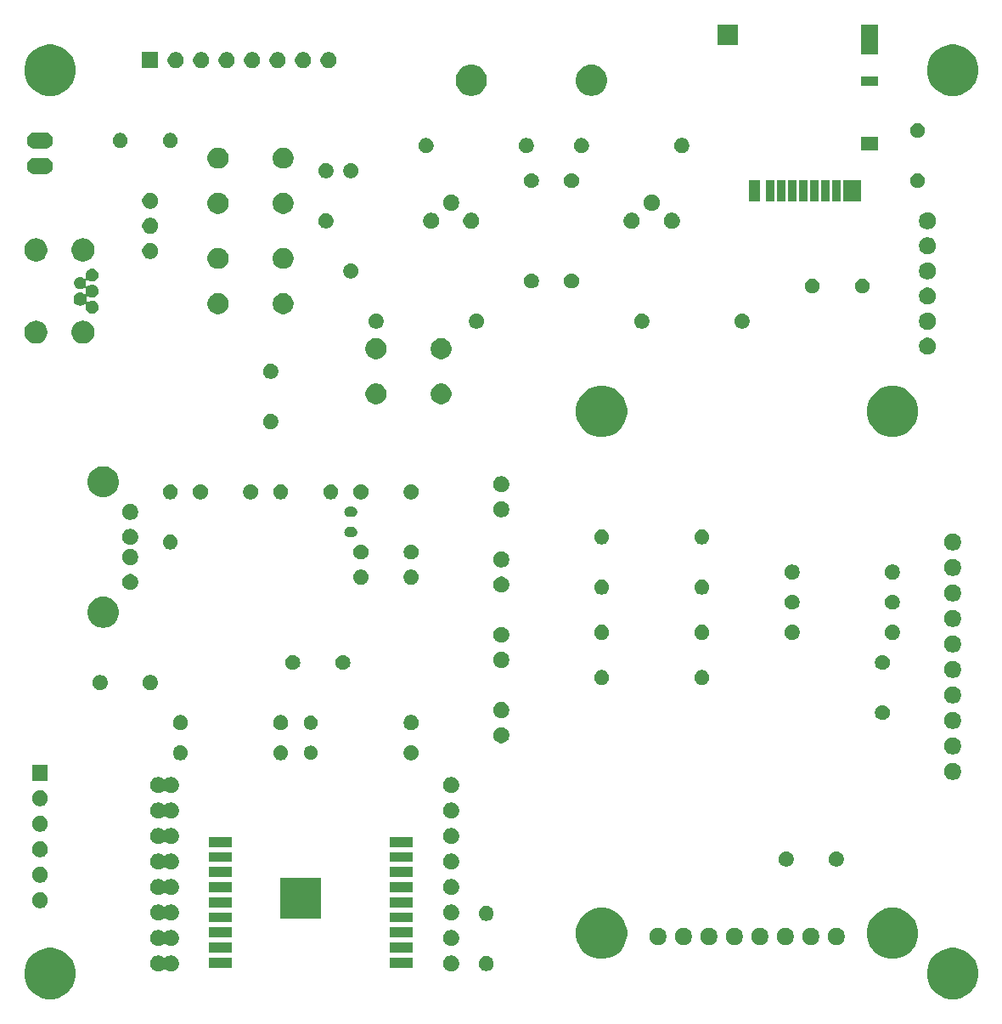
<source format=gts>
G04 #@! TF.GenerationSoftware,KiCad,Pcbnew,(5.1.5)-3*
G04 #@! TF.CreationDate,2020-05-07T15:58:15+09:00*
G04 #@! TF.ProjectId,SAMD21G_TrainingBoard,53414d44-3231-4475-9f54-7261696e696e,rev?*
G04 #@! TF.SameCoordinates,Original*
G04 #@! TF.FileFunction,Soldermask,Top*
G04 #@! TF.FilePolarity,Negative*
%FSLAX46Y46*%
G04 Gerber Fmt 4.6, Leading zero omitted, Abs format (unit mm)*
G04 Created by KiCad (PCBNEW (5.1.5)-3) date 2020-05-07 15:58:15*
%MOMM*%
%LPD*%
G04 APERTURE LIST*
%ADD10C,0.100000*%
G04 APERTURE END LIST*
D10*
G36*
X195744098Y-142547033D02*
G01*
X196208350Y-142739332D01*
X196208352Y-142739333D01*
X196626168Y-143018509D01*
X196981491Y-143373832D01*
X197260667Y-143791648D01*
X197260668Y-143791650D01*
X197452967Y-144255902D01*
X197551000Y-144748747D01*
X197551000Y-145251253D01*
X197452967Y-145744098D01*
X197260668Y-146208350D01*
X197260667Y-146208352D01*
X196981491Y-146626168D01*
X196626168Y-146981491D01*
X196208352Y-147260667D01*
X196208351Y-147260668D01*
X196208350Y-147260668D01*
X195744098Y-147452967D01*
X195251253Y-147551000D01*
X194748747Y-147551000D01*
X194255902Y-147452967D01*
X193791650Y-147260668D01*
X193791649Y-147260668D01*
X193791648Y-147260667D01*
X193373832Y-146981491D01*
X193018509Y-146626168D01*
X192739333Y-146208352D01*
X192739332Y-146208350D01*
X192547033Y-145744098D01*
X192449000Y-145251253D01*
X192449000Y-144748747D01*
X192547033Y-144255902D01*
X192739332Y-143791650D01*
X192739333Y-143791648D01*
X193018509Y-143373832D01*
X193373832Y-143018509D01*
X193791648Y-142739333D01*
X193791650Y-142739332D01*
X194255902Y-142547033D01*
X194748747Y-142449000D01*
X195251253Y-142449000D01*
X195744098Y-142547033D01*
G37*
G36*
X105744098Y-142547033D02*
G01*
X106208350Y-142739332D01*
X106208352Y-142739333D01*
X106626168Y-143018509D01*
X106981491Y-143373832D01*
X107260667Y-143791648D01*
X107260668Y-143791650D01*
X107452967Y-144255902D01*
X107551000Y-144748747D01*
X107551000Y-145251253D01*
X107452967Y-145744098D01*
X107260668Y-146208350D01*
X107260667Y-146208352D01*
X106981491Y-146626168D01*
X106626168Y-146981491D01*
X106208352Y-147260667D01*
X106208351Y-147260668D01*
X106208350Y-147260668D01*
X105744098Y-147452967D01*
X105251253Y-147551000D01*
X104748747Y-147551000D01*
X104255902Y-147452967D01*
X103791650Y-147260668D01*
X103791649Y-147260668D01*
X103791648Y-147260667D01*
X103373832Y-146981491D01*
X103018509Y-146626168D01*
X102739333Y-146208352D01*
X102739332Y-146208350D01*
X102547033Y-145744098D01*
X102449000Y-145251253D01*
X102449000Y-144748747D01*
X102547033Y-144255902D01*
X102739332Y-143791650D01*
X102739333Y-143791648D01*
X103018509Y-143373832D01*
X103373832Y-143018509D01*
X103791648Y-142739333D01*
X103791650Y-142739332D01*
X104255902Y-142547033D01*
X104748747Y-142449000D01*
X105251253Y-142449000D01*
X105744098Y-142547033D01*
G37*
G36*
X116023642Y-143229781D02*
G01*
X116098209Y-143260668D01*
X116169416Y-143290163D01*
X116300608Y-143377822D01*
X116336618Y-143413832D01*
X116355554Y-143429372D01*
X116377165Y-143440923D01*
X116400614Y-143448036D01*
X116425000Y-143450438D01*
X116449386Y-143448036D01*
X116472835Y-143440923D01*
X116494446Y-143429372D01*
X116513382Y-143413832D01*
X116549392Y-143377822D01*
X116680584Y-143290163D01*
X116751791Y-143260668D01*
X116826358Y-143229781D01*
X116981107Y-143199000D01*
X117138893Y-143199000D01*
X117293642Y-143229781D01*
X117368209Y-143260668D01*
X117439416Y-143290163D01*
X117570608Y-143377822D01*
X117682178Y-143489392D01*
X117769837Y-143620584D01*
X117769838Y-143620586D01*
X117830219Y-143766358D01*
X117861000Y-143921107D01*
X117861000Y-144078893D01*
X117830219Y-144233642D01*
X117779648Y-144355730D01*
X117769837Y-144379416D01*
X117682178Y-144510608D01*
X117570608Y-144622178D01*
X117439416Y-144709837D01*
X117439415Y-144709838D01*
X117439414Y-144709838D01*
X117293642Y-144770219D01*
X117138893Y-144801000D01*
X116981107Y-144801000D01*
X116826358Y-144770219D01*
X116680586Y-144709838D01*
X116680585Y-144709838D01*
X116680584Y-144709837D01*
X116549392Y-144622178D01*
X116513382Y-144586168D01*
X116494446Y-144570628D01*
X116472835Y-144559077D01*
X116449386Y-144551964D01*
X116425000Y-144549562D01*
X116400614Y-144551964D01*
X116377165Y-144559077D01*
X116355554Y-144570628D01*
X116336618Y-144586168D01*
X116300608Y-144622178D01*
X116169416Y-144709837D01*
X116169415Y-144709838D01*
X116169414Y-144709838D01*
X116023642Y-144770219D01*
X115868893Y-144801000D01*
X115711107Y-144801000D01*
X115556358Y-144770219D01*
X115410586Y-144709838D01*
X115410585Y-144709838D01*
X115410584Y-144709837D01*
X115279392Y-144622178D01*
X115167822Y-144510608D01*
X115080163Y-144379416D01*
X115070352Y-144355730D01*
X115019781Y-144233642D01*
X114989000Y-144078893D01*
X114989000Y-143921107D01*
X115019781Y-143766358D01*
X115080162Y-143620586D01*
X115080163Y-143620584D01*
X115167822Y-143489392D01*
X115279392Y-143377822D01*
X115410584Y-143290163D01*
X115481791Y-143260668D01*
X115556358Y-143229781D01*
X115711107Y-143199000D01*
X115868893Y-143199000D01*
X116023642Y-143229781D01*
G37*
G36*
X145233642Y-143229781D02*
G01*
X145308209Y-143260668D01*
X145379416Y-143290163D01*
X145510608Y-143377822D01*
X145622178Y-143489392D01*
X145709837Y-143620584D01*
X145709838Y-143620586D01*
X145770219Y-143766358D01*
X145801000Y-143921107D01*
X145801000Y-144078893D01*
X145770219Y-144233642D01*
X145719648Y-144355730D01*
X145709837Y-144379416D01*
X145622178Y-144510608D01*
X145510608Y-144622178D01*
X145379416Y-144709837D01*
X145379415Y-144709838D01*
X145379414Y-144709838D01*
X145233642Y-144770219D01*
X145078893Y-144801000D01*
X144921107Y-144801000D01*
X144766358Y-144770219D01*
X144620586Y-144709838D01*
X144620585Y-144709838D01*
X144620584Y-144709837D01*
X144489392Y-144622178D01*
X144377822Y-144510608D01*
X144290163Y-144379416D01*
X144280352Y-144355730D01*
X144229781Y-144233642D01*
X144199000Y-144078893D01*
X144199000Y-143921107D01*
X144229781Y-143766358D01*
X144290162Y-143620586D01*
X144290163Y-143620584D01*
X144377822Y-143489392D01*
X144489392Y-143377822D01*
X144620584Y-143290163D01*
X144691791Y-143260668D01*
X144766358Y-143229781D01*
X144921107Y-143199000D01*
X145078893Y-143199000D01*
X145233642Y-143229781D01*
G37*
G36*
X148719059Y-143277860D02*
G01*
X148855732Y-143334472D01*
X148978735Y-143416660D01*
X149083340Y-143521265D01*
X149083341Y-143521267D01*
X149165529Y-143644270D01*
X149222140Y-143780941D01*
X149251000Y-143926032D01*
X149251000Y-144073968D01*
X149222140Y-144219059D01*
X149206880Y-144255901D01*
X149165528Y-144355732D01*
X149083340Y-144478735D01*
X148978735Y-144583340D01*
X148855732Y-144665528D01*
X148855731Y-144665529D01*
X148855730Y-144665529D01*
X148719059Y-144722140D01*
X148573968Y-144751000D01*
X148426032Y-144751000D01*
X148280941Y-144722140D01*
X148144270Y-144665529D01*
X148144269Y-144665529D01*
X148144268Y-144665528D01*
X148021265Y-144583340D01*
X147916660Y-144478735D01*
X147834472Y-144355732D01*
X147793121Y-144255901D01*
X147777860Y-144219059D01*
X147749000Y-144073968D01*
X147749000Y-143926032D01*
X147777860Y-143780941D01*
X147834471Y-143644270D01*
X147916659Y-143521267D01*
X147916660Y-143521265D01*
X148021265Y-143416660D01*
X148144268Y-143334472D01*
X148280941Y-143277860D01*
X148426032Y-143249000D01*
X148573968Y-143249000D01*
X148719059Y-143277860D01*
G37*
G36*
X123151000Y-144401000D02*
G01*
X120849000Y-144401000D01*
X120849000Y-143399000D01*
X123151000Y-143399000D01*
X123151000Y-144401000D01*
G37*
G36*
X141151000Y-144401000D02*
G01*
X138849000Y-144401000D01*
X138849000Y-143399000D01*
X141151000Y-143399000D01*
X141151000Y-144401000D01*
G37*
G36*
X160744098Y-138547033D02*
G01*
X161208350Y-138739332D01*
X161208352Y-138739333D01*
X161626168Y-139018509D01*
X161981491Y-139373832D01*
X162260667Y-139791648D01*
X162260668Y-139791650D01*
X162452967Y-140255902D01*
X162551000Y-140748747D01*
X162551000Y-141251253D01*
X162452967Y-141744098D01*
X162276620Y-142169838D01*
X162260667Y-142208352D01*
X161981491Y-142626168D01*
X161626168Y-142981491D01*
X161208352Y-143260667D01*
X161208351Y-143260668D01*
X161208350Y-143260668D01*
X160744098Y-143452967D01*
X160251253Y-143551000D01*
X159748747Y-143551000D01*
X159255902Y-143452967D01*
X158791650Y-143260668D01*
X158791649Y-143260668D01*
X158791648Y-143260667D01*
X158373832Y-142981491D01*
X158018509Y-142626168D01*
X157739333Y-142208352D01*
X157723380Y-142169838D01*
X157547033Y-141744098D01*
X157449000Y-141251253D01*
X157449000Y-140748747D01*
X157547033Y-140255902D01*
X157739332Y-139791650D01*
X157739333Y-139791648D01*
X158018509Y-139373832D01*
X158373832Y-139018509D01*
X158791648Y-138739333D01*
X158791650Y-138739332D01*
X159255902Y-138547033D01*
X159748747Y-138449000D01*
X160251253Y-138449000D01*
X160744098Y-138547033D01*
G37*
G36*
X189744098Y-138547033D02*
G01*
X190208350Y-138739332D01*
X190208352Y-138739333D01*
X190626168Y-139018509D01*
X190981491Y-139373832D01*
X191260667Y-139791648D01*
X191260668Y-139791650D01*
X191452967Y-140255902D01*
X191551000Y-140748747D01*
X191551000Y-141251253D01*
X191452967Y-141744098D01*
X191276620Y-142169838D01*
X191260667Y-142208352D01*
X190981491Y-142626168D01*
X190626168Y-142981491D01*
X190208352Y-143260667D01*
X190208351Y-143260668D01*
X190208350Y-143260668D01*
X189744098Y-143452967D01*
X189251253Y-143551000D01*
X188748747Y-143551000D01*
X188255902Y-143452967D01*
X187791650Y-143260668D01*
X187791649Y-143260668D01*
X187791648Y-143260667D01*
X187373832Y-142981491D01*
X187018509Y-142626168D01*
X186739333Y-142208352D01*
X186723380Y-142169838D01*
X186547033Y-141744098D01*
X186449000Y-141251253D01*
X186449000Y-140748747D01*
X186547033Y-140255902D01*
X186739332Y-139791650D01*
X186739333Y-139791648D01*
X187018509Y-139373832D01*
X187373832Y-139018509D01*
X187791648Y-138739333D01*
X187791650Y-138739332D01*
X188255902Y-138547033D01*
X188748747Y-138449000D01*
X189251253Y-138449000D01*
X189744098Y-138547033D01*
G37*
G36*
X141151000Y-142901000D02*
G01*
X138849000Y-142901000D01*
X138849000Y-141899000D01*
X141151000Y-141899000D01*
X141151000Y-142901000D01*
G37*
G36*
X123151000Y-142901000D02*
G01*
X120849000Y-142901000D01*
X120849000Y-141899000D01*
X123151000Y-141899000D01*
X123151000Y-142901000D01*
G37*
G36*
X116023642Y-140689781D02*
G01*
X116166000Y-140748748D01*
X116169416Y-140750163D01*
X116300608Y-140837822D01*
X116336618Y-140873832D01*
X116355554Y-140889372D01*
X116377165Y-140900923D01*
X116400614Y-140908036D01*
X116425000Y-140910438D01*
X116449386Y-140908036D01*
X116472835Y-140900923D01*
X116494446Y-140889372D01*
X116513382Y-140873832D01*
X116549392Y-140837822D01*
X116680584Y-140750163D01*
X116684000Y-140748748D01*
X116826358Y-140689781D01*
X116981107Y-140659000D01*
X117138893Y-140659000D01*
X117293642Y-140689781D01*
X117436000Y-140748748D01*
X117439416Y-140750163D01*
X117570608Y-140837822D01*
X117682178Y-140949392D01*
X117769837Y-141080584D01*
X117769838Y-141080586D01*
X117830219Y-141226358D01*
X117861000Y-141381107D01*
X117861000Y-141538893D01*
X117830219Y-141693642D01*
X117769838Y-141839414D01*
X117769837Y-141839416D01*
X117682178Y-141970608D01*
X117570608Y-142082178D01*
X117439416Y-142169837D01*
X117439415Y-142169838D01*
X117439414Y-142169838D01*
X117293642Y-142230219D01*
X117138893Y-142261000D01*
X116981107Y-142261000D01*
X116826358Y-142230219D01*
X116680586Y-142169838D01*
X116680585Y-142169838D01*
X116680584Y-142169837D01*
X116549392Y-142082178D01*
X116513382Y-142046168D01*
X116494446Y-142030628D01*
X116472835Y-142019077D01*
X116449386Y-142011964D01*
X116425000Y-142009562D01*
X116400614Y-142011964D01*
X116377165Y-142019077D01*
X116355554Y-142030628D01*
X116336618Y-142046168D01*
X116300608Y-142082178D01*
X116169416Y-142169837D01*
X116169415Y-142169838D01*
X116169414Y-142169838D01*
X116023642Y-142230219D01*
X115868893Y-142261000D01*
X115711107Y-142261000D01*
X115556358Y-142230219D01*
X115410586Y-142169838D01*
X115410585Y-142169838D01*
X115410584Y-142169837D01*
X115279392Y-142082178D01*
X115167822Y-141970608D01*
X115080163Y-141839416D01*
X115080162Y-141839414D01*
X115019781Y-141693642D01*
X114989000Y-141538893D01*
X114989000Y-141381107D01*
X115019781Y-141226358D01*
X115080162Y-141080586D01*
X115080163Y-141080584D01*
X115167822Y-140949392D01*
X115279392Y-140837822D01*
X115410584Y-140750163D01*
X115414000Y-140748748D01*
X115556358Y-140689781D01*
X115711107Y-140659000D01*
X115868893Y-140659000D01*
X116023642Y-140689781D01*
G37*
G36*
X145233642Y-140689781D02*
G01*
X145376000Y-140748748D01*
X145379416Y-140750163D01*
X145510608Y-140837822D01*
X145622178Y-140949392D01*
X145709837Y-141080584D01*
X145709838Y-141080586D01*
X145770219Y-141226358D01*
X145801000Y-141381107D01*
X145801000Y-141538893D01*
X145770219Y-141693642D01*
X145709838Y-141839414D01*
X145709837Y-141839416D01*
X145622178Y-141970608D01*
X145510608Y-142082178D01*
X145379416Y-142169837D01*
X145379415Y-142169838D01*
X145379414Y-142169838D01*
X145233642Y-142230219D01*
X145078893Y-142261000D01*
X144921107Y-142261000D01*
X144766358Y-142230219D01*
X144620586Y-142169838D01*
X144620585Y-142169838D01*
X144620584Y-142169837D01*
X144489392Y-142082178D01*
X144377822Y-141970608D01*
X144290163Y-141839416D01*
X144290162Y-141839414D01*
X144229781Y-141693642D01*
X144199000Y-141538893D01*
X144199000Y-141381107D01*
X144229781Y-141226358D01*
X144290162Y-141080586D01*
X144290163Y-141080584D01*
X144377822Y-140949392D01*
X144489392Y-140837822D01*
X144620584Y-140750163D01*
X144624000Y-140748748D01*
X144766358Y-140689781D01*
X144921107Y-140659000D01*
X145078893Y-140659000D01*
X145233642Y-140689781D01*
G37*
G36*
X176028228Y-140481703D02*
G01*
X176183100Y-140545853D01*
X176322481Y-140638985D01*
X176441015Y-140757519D01*
X176534147Y-140896900D01*
X176598297Y-141051772D01*
X176631000Y-141216184D01*
X176631000Y-141383816D01*
X176598297Y-141548228D01*
X176534147Y-141703100D01*
X176441015Y-141842481D01*
X176322481Y-141961015D01*
X176183100Y-142054147D01*
X176028228Y-142118297D01*
X175863816Y-142151000D01*
X175696184Y-142151000D01*
X175531772Y-142118297D01*
X175376900Y-142054147D01*
X175237519Y-141961015D01*
X175118985Y-141842481D01*
X175025853Y-141703100D01*
X174961703Y-141548228D01*
X174929000Y-141383816D01*
X174929000Y-141216184D01*
X174961703Y-141051772D01*
X175025853Y-140896900D01*
X175118985Y-140757519D01*
X175237519Y-140638985D01*
X175376900Y-140545853D01*
X175531772Y-140481703D01*
X175696184Y-140449000D01*
X175863816Y-140449000D01*
X176028228Y-140481703D01*
G37*
G36*
X165868228Y-140481703D02*
G01*
X166023100Y-140545853D01*
X166162481Y-140638985D01*
X166281015Y-140757519D01*
X166374147Y-140896900D01*
X166438297Y-141051772D01*
X166471000Y-141216184D01*
X166471000Y-141383816D01*
X166438297Y-141548228D01*
X166374147Y-141703100D01*
X166281015Y-141842481D01*
X166162481Y-141961015D01*
X166023100Y-142054147D01*
X165868228Y-142118297D01*
X165703816Y-142151000D01*
X165536184Y-142151000D01*
X165371772Y-142118297D01*
X165216900Y-142054147D01*
X165077519Y-141961015D01*
X164958985Y-141842481D01*
X164865853Y-141703100D01*
X164801703Y-141548228D01*
X164769000Y-141383816D01*
X164769000Y-141216184D01*
X164801703Y-141051772D01*
X164865853Y-140896900D01*
X164958985Y-140757519D01*
X165077519Y-140638985D01*
X165216900Y-140545853D01*
X165371772Y-140481703D01*
X165536184Y-140449000D01*
X165703816Y-140449000D01*
X165868228Y-140481703D01*
G37*
G36*
X168408228Y-140481703D02*
G01*
X168563100Y-140545853D01*
X168702481Y-140638985D01*
X168821015Y-140757519D01*
X168914147Y-140896900D01*
X168978297Y-141051772D01*
X169011000Y-141216184D01*
X169011000Y-141383816D01*
X168978297Y-141548228D01*
X168914147Y-141703100D01*
X168821015Y-141842481D01*
X168702481Y-141961015D01*
X168563100Y-142054147D01*
X168408228Y-142118297D01*
X168243816Y-142151000D01*
X168076184Y-142151000D01*
X167911772Y-142118297D01*
X167756900Y-142054147D01*
X167617519Y-141961015D01*
X167498985Y-141842481D01*
X167405853Y-141703100D01*
X167341703Y-141548228D01*
X167309000Y-141383816D01*
X167309000Y-141216184D01*
X167341703Y-141051772D01*
X167405853Y-140896900D01*
X167498985Y-140757519D01*
X167617519Y-140638985D01*
X167756900Y-140545853D01*
X167911772Y-140481703D01*
X168076184Y-140449000D01*
X168243816Y-140449000D01*
X168408228Y-140481703D01*
G37*
G36*
X170948228Y-140481703D02*
G01*
X171103100Y-140545853D01*
X171242481Y-140638985D01*
X171361015Y-140757519D01*
X171454147Y-140896900D01*
X171518297Y-141051772D01*
X171551000Y-141216184D01*
X171551000Y-141383816D01*
X171518297Y-141548228D01*
X171454147Y-141703100D01*
X171361015Y-141842481D01*
X171242481Y-141961015D01*
X171103100Y-142054147D01*
X170948228Y-142118297D01*
X170783816Y-142151000D01*
X170616184Y-142151000D01*
X170451772Y-142118297D01*
X170296900Y-142054147D01*
X170157519Y-141961015D01*
X170038985Y-141842481D01*
X169945853Y-141703100D01*
X169881703Y-141548228D01*
X169849000Y-141383816D01*
X169849000Y-141216184D01*
X169881703Y-141051772D01*
X169945853Y-140896900D01*
X170038985Y-140757519D01*
X170157519Y-140638985D01*
X170296900Y-140545853D01*
X170451772Y-140481703D01*
X170616184Y-140449000D01*
X170783816Y-140449000D01*
X170948228Y-140481703D01*
G37*
G36*
X173488228Y-140481703D02*
G01*
X173643100Y-140545853D01*
X173782481Y-140638985D01*
X173901015Y-140757519D01*
X173994147Y-140896900D01*
X174058297Y-141051772D01*
X174091000Y-141216184D01*
X174091000Y-141383816D01*
X174058297Y-141548228D01*
X173994147Y-141703100D01*
X173901015Y-141842481D01*
X173782481Y-141961015D01*
X173643100Y-142054147D01*
X173488228Y-142118297D01*
X173323816Y-142151000D01*
X173156184Y-142151000D01*
X172991772Y-142118297D01*
X172836900Y-142054147D01*
X172697519Y-141961015D01*
X172578985Y-141842481D01*
X172485853Y-141703100D01*
X172421703Y-141548228D01*
X172389000Y-141383816D01*
X172389000Y-141216184D01*
X172421703Y-141051772D01*
X172485853Y-140896900D01*
X172578985Y-140757519D01*
X172697519Y-140638985D01*
X172836900Y-140545853D01*
X172991772Y-140481703D01*
X173156184Y-140449000D01*
X173323816Y-140449000D01*
X173488228Y-140481703D01*
G37*
G36*
X178568228Y-140481703D02*
G01*
X178723100Y-140545853D01*
X178862481Y-140638985D01*
X178981015Y-140757519D01*
X179074147Y-140896900D01*
X179138297Y-141051772D01*
X179171000Y-141216184D01*
X179171000Y-141383816D01*
X179138297Y-141548228D01*
X179074147Y-141703100D01*
X178981015Y-141842481D01*
X178862481Y-141961015D01*
X178723100Y-142054147D01*
X178568228Y-142118297D01*
X178403816Y-142151000D01*
X178236184Y-142151000D01*
X178071772Y-142118297D01*
X177916900Y-142054147D01*
X177777519Y-141961015D01*
X177658985Y-141842481D01*
X177565853Y-141703100D01*
X177501703Y-141548228D01*
X177469000Y-141383816D01*
X177469000Y-141216184D01*
X177501703Y-141051772D01*
X177565853Y-140896900D01*
X177658985Y-140757519D01*
X177777519Y-140638985D01*
X177916900Y-140545853D01*
X178071772Y-140481703D01*
X178236184Y-140449000D01*
X178403816Y-140449000D01*
X178568228Y-140481703D01*
G37*
G36*
X181108228Y-140481703D02*
G01*
X181263100Y-140545853D01*
X181402481Y-140638985D01*
X181521015Y-140757519D01*
X181614147Y-140896900D01*
X181678297Y-141051772D01*
X181711000Y-141216184D01*
X181711000Y-141383816D01*
X181678297Y-141548228D01*
X181614147Y-141703100D01*
X181521015Y-141842481D01*
X181402481Y-141961015D01*
X181263100Y-142054147D01*
X181108228Y-142118297D01*
X180943816Y-142151000D01*
X180776184Y-142151000D01*
X180611772Y-142118297D01*
X180456900Y-142054147D01*
X180317519Y-141961015D01*
X180198985Y-141842481D01*
X180105853Y-141703100D01*
X180041703Y-141548228D01*
X180009000Y-141383816D01*
X180009000Y-141216184D01*
X180041703Y-141051772D01*
X180105853Y-140896900D01*
X180198985Y-140757519D01*
X180317519Y-140638985D01*
X180456900Y-140545853D01*
X180611772Y-140481703D01*
X180776184Y-140449000D01*
X180943816Y-140449000D01*
X181108228Y-140481703D01*
G37*
G36*
X183648228Y-140481703D02*
G01*
X183803100Y-140545853D01*
X183942481Y-140638985D01*
X184061015Y-140757519D01*
X184154147Y-140896900D01*
X184218297Y-141051772D01*
X184251000Y-141216184D01*
X184251000Y-141383816D01*
X184218297Y-141548228D01*
X184154147Y-141703100D01*
X184061015Y-141842481D01*
X183942481Y-141961015D01*
X183803100Y-142054147D01*
X183648228Y-142118297D01*
X183483816Y-142151000D01*
X183316184Y-142151000D01*
X183151772Y-142118297D01*
X182996900Y-142054147D01*
X182857519Y-141961015D01*
X182738985Y-141842481D01*
X182645853Y-141703100D01*
X182581703Y-141548228D01*
X182549000Y-141383816D01*
X182549000Y-141216184D01*
X182581703Y-141051772D01*
X182645853Y-140896900D01*
X182738985Y-140757519D01*
X182857519Y-140638985D01*
X182996900Y-140545853D01*
X183151772Y-140481703D01*
X183316184Y-140449000D01*
X183483816Y-140449000D01*
X183648228Y-140481703D01*
G37*
G36*
X123151000Y-141401000D02*
G01*
X120849000Y-141401000D01*
X120849000Y-140399000D01*
X123151000Y-140399000D01*
X123151000Y-141401000D01*
G37*
G36*
X141151000Y-141401000D02*
G01*
X138849000Y-141401000D01*
X138849000Y-140399000D01*
X141151000Y-140399000D01*
X141151000Y-141401000D01*
G37*
G36*
X141151000Y-139901000D02*
G01*
X138849000Y-139901000D01*
X138849000Y-138899000D01*
X141151000Y-138899000D01*
X141151000Y-139901000D01*
G37*
G36*
X123151000Y-139901000D02*
G01*
X120849000Y-139901000D01*
X120849000Y-138899000D01*
X123151000Y-138899000D01*
X123151000Y-139901000D01*
G37*
G36*
X148719059Y-138277860D02*
G01*
X148767252Y-138297822D01*
X148855732Y-138334472D01*
X148978735Y-138416660D01*
X149083340Y-138521265D01*
X149165528Y-138644268D01*
X149222140Y-138780941D01*
X149251000Y-138926033D01*
X149251000Y-139073967D01*
X149222140Y-139219059D01*
X149165528Y-139355732D01*
X149083340Y-139478735D01*
X148978735Y-139583340D01*
X148855732Y-139665528D01*
X148855731Y-139665529D01*
X148855730Y-139665529D01*
X148719059Y-139722140D01*
X148573968Y-139751000D01*
X148426032Y-139751000D01*
X148280941Y-139722140D01*
X148144270Y-139665529D01*
X148144269Y-139665529D01*
X148144268Y-139665528D01*
X148021265Y-139583340D01*
X147916660Y-139478735D01*
X147834472Y-139355732D01*
X147777860Y-139219059D01*
X147749000Y-139073967D01*
X147749000Y-138926033D01*
X147777860Y-138780941D01*
X147834472Y-138644268D01*
X147916660Y-138521265D01*
X148021265Y-138416660D01*
X148144268Y-138334472D01*
X148232749Y-138297822D01*
X148280941Y-138277860D01*
X148426032Y-138249000D01*
X148573968Y-138249000D01*
X148719059Y-138277860D01*
G37*
G36*
X145233642Y-138149781D02*
G01*
X145379414Y-138210162D01*
X145379416Y-138210163D01*
X145510608Y-138297822D01*
X145622178Y-138409392D01*
X145696930Y-138521267D01*
X145709838Y-138540586D01*
X145770219Y-138686358D01*
X145801000Y-138841107D01*
X145801000Y-138998893D01*
X145770219Y-139153642D01*
X145743122Y-139219059D01*
X145709837Y-139299416D01*
X145622178Y-139430608D01*
X145510608Y-139542178D01*
X145379416Y-139629837D01*
X145379415Y-139629838D01*
X145379414Y-139629838D01*
X145233642Y-139690219D01*
X145078893Y-139721000D01*
X144921107Y-139721000D01*
X144766358Y-139690219D01*
X144620586Y-139629838D01*
X144620585Y-139629838D01*
X144620584Y-139629837D01*
X144489392Y-139542178D01*
X144377822Y-139430608D01*
X144290163Y-139299416D01*
X144256878Y-139219059D01*
X144229781Y-139153642D01*
X144199000Y-138998893D01*
X144199000Y-138841107D01*
X144229781Y-138686358D01*
X144290162Y-138540586D01*
X144303070Y-138521267D01*
X144377822Y-138409392D01*
X144489392Y-138297822D01*
X144620584Y-138210163D01*
X144620586Y-138210162D01*
X144766358Y-138149781D01*
X144921107Y-138119000D01*
X145078893Y-138119000D01*
X145233642Y-138149781D01*
G37*
G36*
X116023642Y-138149781D02*
G01*
X116169414Y-138210162D01*
X116169416Y-138210163D01*
X116300608Y-138297822D01*
X116336618Y-138333832D01*
X116355554Y-138349372D01*
X116377165Y-138360923D01*
X116400614Y-138368036D01*
X116425000Y-138370438D01*
X116449386Y-138368036D01*
X116472835Y-138360923D01*
X116494446Y-138349372D01*
X116513382Y-138333832D01*
X116549392Y-138297822D01*
X116680584Y-138210163D01*
X116680586Y-138210162D01*
X116826358Y-138149781D01*
X116981107Y-138119000D01*
X117138893Y-138119000D01*
X117293642Y-138149781D01*
X117439414Y-138210162D01*
X117439416Y-138210163D01*
X117570608Y-138297822D01*
X117682178Y-138409392D01*
X117756930Y-138521267D01*
X117769838Y-138540586D01*
X117830219Y-138686358D01*
X117861000Y-138841107D01*
X117861000Y-138998893D01*
X117830219Y-139153642D01*
X117803122Y-139219059D01*
X117769837Y-139299416D01*
X117682178Y-139430608D01*
X117570608Y-139542178D01*
X117439416Y-139629837D01*
X117439415Y-139629838D01*
X117439414Y-139629838D01*
X117293642Y-139690219D01*
X117138893Y-139721000D01*
X116981107Y-139721000D01*
X116826358Y-139690219D01*
X116680586Y-139629838D01*
X116680585Y-139629838D01*
X116680584Y-139629837D01*
X116549392Y-139542178D01*
X116513382Y-139506168D01*
X116494446Y-139490628D01*
X116472835Y-139479077D01*
X116449386Y-139471964D01*
X116425000Y-139469562D01*
X116400614Y-139471964D01*
X116377165Y-139479077D01*
X116355554Y-139490628D01*
X116336618Y-139506168D01*
X116300608Y-139542178D01*
X116169416Y-139629837D01*
X116169415Y-139629838D01*
X116169414Y-139629838D01*
X116023642Y-139690219D01*
X115868893Y-139721000D01*
X115711107Y-139721000D01*
X115556358Y-139690219D01*
X115410586Y-139629838D01*
X115410585Y-139629838D01*
X115410584Y-139629837D01*
X115279392Y-139542178D01*
X115167822Y-139430608D01*
X115080163Y-139299416D01*
X115046878Y-139219059D01*
X115019781Y-139153642D01*
X114989000Y-138998893D01*
X114989000Y-138841107D01*
X115019781Y-138686358D01*
X115080162Y-138540586D01*
X115093070Y-138521267D01*
X115167822Y-138409392D01*
X115279392Y-138297822D01*
X115410584Y-138210163D01*
X115410586Y-138210162D01*
X115556358Y-138149781D01*
X115711107Y-138119000D01*
X115868893Y-138119000D01*
X116023642Y-138149781D01*
G37*
G36*
X132051000Y-139551000D02*
G01*
X127949000Y-139551000D01*
X127949000Y-135449000D01*
X132051000Y-135449000D01*
X132051000Y-139551000D01*
G37*
G36*
X104233642Y-136929781D02*
G01*
X104379414Y-136990162D01*
X104379416Y-136990163D01*
X104510608Y-137077822D01*
X104622178Y-137189392D01*
X104709837Y-137320584D01*
X104709838Y-137320586D01*
X104770219Y-137466358D01*
X104801000Y-137621107D01*
X104801000Y-137778893D01*
X104770219Y-137933642D01*
X104709838Y-138079414D01*
X104709837Y-138079416D01*
X104622178Y-138210608D01*
X104510608Y-138322178D01*
X104379416Y-138409837D01*
X104379415Y-138409838D01*
X104379414Y-138409838D01*
X104233642Y-138470219D01*
X104078893Y-138501000D01*
X103921107Y-138501000D01*
X103766358Y-138470219D01*
X103620586Y-138409838D01*
X103620585Y-138409838D01*
X103620584Y-138409837D01*
X103489392Y-138322178D01*
X103377822Y-138210608D01*
X103290163Y-138079416D01*
X103290162Y-138079414D01*
X103229781Y-137933642D01*
X103199000Y-137778893D01*
X103199000Y-137621107D01*
X103229781Y-137466358D01*
X103290162Y-137320586D01*
X103290163Y-137320584D01*
X103377822Y-137189392D01*
X103489392Y-137077822D01*
X103620584Y-136990163D01*
X103620586Y-136990162D01*
X103766358Y-136929781D01*
X103921107Y-136899000D01*
X104078893Y-136899000D01*
X104233642Y-136929781D01*
G37*
G36*
X123151000Y-138401000D02*
G01*
X120849000Y-138401000D01*
X120849000Y-137399000D01*
X123151000Y-137399000D01*
X123151000Y-138401000D01*
G37*
G36*
X141151000Y-138401000D02*
G01*
X138849000Y-138401000D01*
X138849000Y-137399000D01*
X141151000Y-137399000D01*
X141151000Y-138401000D01*
G37*
G36*
X116023642Y-135609781D02*
G01*
X116169414Y-135670162D01*
X116169416Y-135670163D01*
X116300608Y-135757822D01*
X116336618Y-135793832D01*
X116355554Y-135809372D01*
X116377165Y-135820923D01*
X116400614Y-135828036D01*
X116425000Y-135830438D01*
X116449386Y-135828036D01*
X116472835Y-135820923D01*
X116494446Y-135809372D01*
X116513382Y-135793832D01*
X116549392Y-135757822D01*
X116680584Y-135670163D01*
X116680586Y-135670162D01*
X116826358Y-135609781D01*
X116981107Y-135579000D01*
X117138893Y-135579000D01*
X117293642Y-135609781D01*
X117439414Y-135670162D01*
X117439416Y-135670163D01*
X117570608Y-135757822D01*
X117682178Y-135869392D01*
X117743388Y-135961000D01*
X117769838Y-136000586D01*
X117830219Y-136146358D01*
X117861000Y-136301107D01*
X117861000Y-136458893D01*
X117830219Y-136613642D01*
X117769838Y-136759414D01*
X117769837Y-136759416D01*
X117682178Y-136890608D01*
X117570608Y-137002178D01*
X117439416Y-137089837D01*
X117439415Y-137089838D01*
X117439414Y-137089838D01*
X117293642Y-137150219D01*
X117138893Y-137181000D01*
X116981107Y-137181000D01*
X116826358Y-137150219D01*
X116680586Y-137089838D01*
X116680585Y-137089838D01*
X116680584Y-137089837D01*
X116549392Y-137002178D01*
X116513382Y-136966168D01*
X116494446Y-136950628D01*
X116472835Y-136939077D01*
X116449386Y-136931964D01*
X116425000Y-136929562D01*
X116400614Y-136931964D01*
X116377165Y-136939077D01*
X116355554Y-136950628D01*
X116336618Y-136966168D01*
X116300608Y-137002178D01*
X116169416Y-137089837D01*
X116169415Y-137089838D01*
X116169414Y-137089838D01*
X116023642Y-137150219D01*
X115868893Y-137181000D01*
X115711107Y-137181000D01*
X115556358Y-137150219D01*
X115410586Y-137089838D01*
X115410585Y-137089838D01*
X115410584Y-137089837D01*
X115279392Y-137002178D01*
X115167822Y-136890608D01*
X115080163Y-136759416D01*
X115080162Y-136759414D01*
X115019781Y-136613642D01*
X114989000Y-136458893D01*
X114989000Y-136301107D01*
X115019781Y-136146358D01*
X115080162Y-136000586D01*
X115106612Y-135961000D01*
X115167822Y-135869392D01*
X115279392Y-135757822D01*
X115410584Y-135670163D01*
X115410586Y-135670162D01*
X115556358Y-135609781D01*
X115711107Y-135579000D01*
X115868893Y-135579000D01*
X116023642Y-135609781D01*
G37*
G36*
X145233642Y-135609781D02*
G01*
X145379414Y-135670162D01*
X145379416Y-135670163D01*
X145510608Y-135757822D01*
X145622178Y-135869392D01*
X145683388Y-135961000D01*
X145709838Y-136000586D01*
X145770219Y-136146358D01*
X145801000Y-136301107D01*
X145801000Y-136458893D01*
X145770219Y-136613642D01*
X145709838Y-136759414D01*
X145709837Y-136759416D01*
X145622178Y-136890608D01*
X145510608Y-137002178D01*
X145379416Y-137089837D01*
X145379415Y-137089838D01*
X145379414Y-137089838D01*
X145233642Y-137150219D01*
X145078893Y-137181000D01*
X144921107Y-137181000D01*
X144766358Y-137150219D01*
X144620586Y-137089838D01*
X144620585Y-137089838D01*
X144620584Y-137089837D01*
X144489392Y-137002178D01*
X144377822Y-136890608D01*
X144290163Y-136759416D01*
X144290162Y-136759414D01*
X144229781Y-136613642D01*
X144199000Y-136458893D01*
X144199000Y-136301107D01*
X144229781Y-136146358D01*
X144290162Y-136000586D01*
X144316612Y-135961000D01*
X144377822Y-135869392D01*
X144489392Y-135757822D01*
X144620584Y-135670163D01*
X144620586Y-135670162D01*
X144766358Y-135609781D01*
X144921107Y-135579000D01*
X145078893Y-135579000D01*
X145233642Y-135609781D01*
G37*
G36*
X123151000Y-136901000D02*
G01*
X120849000Y-136901000D01*
X120849000Y-135899000D01*
X123151000Y-135899000D01*
X123151000Y-136901000D01*
G37*
G36*
X141151000Y-136901000D02*
G01*
X138849000Y-136901000D01*
X138849000Y-135899000D01*
X141151000Y-135899000D01*
X141151000Y-136901000D01*
G37*
G36*
X104233642Y-134389781D02*
G01*
X104379414Y-134450162D01*
X104379416Y-134450163D01*
X104510608Y-134537822D01*
X104622178Y-134649392D01*
X104709837Y-134780584D01*
X104709838Y-134780586D01*
X104770219Y-134926358D01*
X104801000Y-135081107D01*
X104801000Y-135238893D01*
X104770219Y-135393642D01*
X104709838Y-135539414D01*
X104709837Y-135539416D01*
X104622178Y-135670608D01*
X104510608Y-135782178D01*
X104379416Y-135869837D01*
X104379415Y-135869838D01*
X104379414Y-135869838D01*
X104233642Y-135930219D01*
X104078893Y-135961000D01*
X103921107Y-135961000D01*
X103766358Y-135930219D01*
X103620586Y-135869838D01*
X103620585Y-135869838D01*
X103620584Y-135869837D01*
X103489392Y-135782178D01*
X103377822Y-135670608D01*
X103290163Y-135539416D01*
X103290162Y-135539414D01*
X103229781Y-135393642D01*
X103199000Y-135238893D01*
X103199000Y-135081107D01*
X103229781Y-134926358D01*
X103290162Y-134780586D01*
X103290163Y-134780584D01*
X103377822Y-134649392D01*
X103489392Y-134537822D01*
X103620584Y-134450163D01*
X103620586Y-134450162D01*
X103766358Y-134389781D01*
X103921107Y-134359000D01*
X104078893Y-134359000D01*
X104233642Y-134389781D01*
G37*
G36*
X123151000Y-135401000D02*
G01*
X120849000Y-135401000D01*
X120849000Y-134399000D01*
X123151000Y-134399000D01*
X123151000Y-135401000D01*
G37*
G36*
X141151000Y-135401000D02*
G01*
X138849000Y-135401000D01*
X138849000Y-134399000D01*
X141151000Y-134399000D01*
X141151000Y-135401000D01*
G37*
G36*
X116023642Y-133069781D02*
G01*
X116169414Y-133130162D01*
X116169416Y-133130163D01*
X116300608Y-133217822D01*
X116336618Y-133253832D01*
X116355554Y-133269372D01*
X116377165Y-133280923D01*
X116400614Y-133288036D01*
X116425000Y-133290438D01*
X116449386Y-133288036D01*
X116472835Y-133280923D01*
X116494446Y-133269372D01*
X116513382Y-133253832D01*
X116549392Y-133217822D01*
X116680584Y-133130163D01*
X116680586Y-133130162D01*
X116826358Y-133069781D01*
X116981107Y-133039000D01*
X117138893Y-133039000D01*
X117293642Y-133069781D01*
X117439414Y-133130162D01*
X117439416Y-133130163D01*
X117570608Y-133217822D01*
X117682178Y-133329392D01*
X117743388Y-133421000D01*
X117769838Y-133460586D01*
X117830219Y-133606358D01*
X117861000Y-133761107D01*
X117861000Y-133918893D01*
X117830219Y-134073642D01*
X117828110Y-134078733D01*
X117769837Y-134219416D01*
X117682178Y-134350608D01*
X117570608Y-134462178D01*
X117439416Y-134549837D01*
X117439415Y-134549838D01*
X117439414Y-134549838D01*
X117293642Y-134610219D01*
X117138893Y-134641000D01*
X116981107Y-134641000D01*
X116826358Y-134610219D01*
X116680586Y-134549838D01*
X116680585Y-134549838D01*
X116680584Y-134549837D01*
X116549392Y-134462178D01*
X116513382Y-134426168D01*
X116494446Y-134410628D01*
X116472835Y-134399077D01*
X116449386Y-134391964D01*
X116425000Y-134389562D01*
X116400614Y-134391964D01*
X116377165Y-134399077D01*
X116355554Y-134410628D01*
X116336618Y-134426168D01*
X116300608Y-134462178D01*
X116169416Y-134549837D01*
X116169415Y-134549838D01*
X116169414Y-134549838D01*
X116023642Y-134610219D01*
X115868893Y-134641000D01*
X115711107Y-134641000D01*
X115556358Y-134610219D01*
X115410586Y-134549838D01*
X115410585Y-134549838D01*
X115410584Y-134549837D01*
X115279392Y-134462178D01*
X115167822Y-134350608D01*
X115080163Y-134219416D01*
X115021890Y-134078733D01*
X115019781Y-134073642D01*
X114989000Y-133918893D01*
X114989000Y-133761107D01*
X115019781Y-133606358D01*
X115080162Y-133460586D01*
X115106612Y-133421000D01*
X115167822Y-133329392D01*
X115279392Y-133217822D01*
X115410584Y-133130163D01*
X115410586Y-133130162D01*
X115556358Y-133069781D01*
X115711107Y-133039000D01*
X115868893Y-133039000D01*
X116023642Y-133069781D01*
G37*
G36*
X145233642Y-133069781D02*
G01*
X145379414Y-133130162D01*
X145379416Y-133130163D01*
X145510608Y-133217822D01*
X145622178Y-133329392D01*
X145683388Y-133421000D01*
X145709838Y-133460586D01*
X145770219Y-133606358D01*
X145801000Y-133761107D01*
X145801000Y-133918893D01*
X145770219Y-134073642D01*
X145768110Y-134078733D01*
X145709837Y-134219416D01*
X145622178Y-134350608D01*
X145510608Y-134462178D01*
X145379416Y-134549837D01*
X145379415Y-134549838D01*
X145379414Y-134549838D01*
X145233642Y-134610219D01*
X145078893Y-134641000D01*
X144921107Y-134641000D01*
X144766358Y-134610219D01*
X144620586Y-134549838D01*
X144620585Y-134549838D01*
X144620584Y-134549837D01*
X144489392Y-134462178D01*
X144377822Y-134350608D01*
X144290163Y-134219416D01*
X144231890Y-134078733D01*
X144229781Y-134073642D01*
X144199000Y-133918893D01*
X144199000Y-133761107D01*
X144229781Y-133606358D01*
X144290162Y-133460586D01*
X144316612Y-133421000D01*
X144377822Y-133329392D01*
X144489392Y-133217822D01*
X144620584Y-133130163D01*
X144620586Y-133130162D01*
X144766358Y-133069781D01*
X144921107Y-133039000D01*
X145078893Y-133039000D01*
X145233642Y-133069781D01*
G37*
G36*
X178619059Y-132877860D02*
G01*
X178755732Y-132934472D01*
X178878735Y-133016660D01*
X178983340Y-133121265D01*
X179065528Y-133244268D01*
X179065529Y-133244270D01*
X179080711Y-133280923D01*
X179122140Y-133380941D01*
X179151000Y-133526033D01*
X179151000Y-133673967D01*
X179122140Y-133819059D01*
X179065528Y-133955732D01*
X178983340Y-134078735D01*
X178878735Y-134183340D01*
X178755732Y-134265528D01*
X178755731Y-134265529D01*
X178755730Y-134265529D01*
X178619059Y-134322140D01*
X178473968Y-134351000D01*
X178326032Y-134351000D01*
X178180941Y-134322140D01*
X178044270Y-134265529D01*
X178044269Y-134265529D01*
X178044268Y-134265528D01*
X177921265Y-134183340D01*
X177816660Y-134078735D01*
X177734472Y-133955732D01*
X177677860Y-133819059D01*
X177649000Y-133673967D01*
X177649000Y-133526033D01*
X177677860Y-133380941D01*
X177719289Y-133280923D01*
X177734471Y-133244270D01*
X177734472Y-133244268D01*
X177816660Y-133121265D01*
X177921265Y-133016660D01*
X178044268Y-132934472D01*
X178180941Y-132877860D01*
X178326032Y-132849000D01*
X178473968Y-132849000D01*
X178619059Y-132877860D01*
G37*
G36*
X183619059Y-132877860D02*
G01*
X183755732Y-132934472D01*
X183878735Y-133016660D01*
X183983340Y-133121265D01*
X184065528Y-133244268D01*
X184065529Y-133244270D01*
X184080711Y-133280923D01*
X184122140Y-133380941D01*
X184151000Y-133526033D01*
X184151000Y-133673967D01*
X184122140Y-133819059D01*
X184065528Y-133955732D01*
X183983340Y-134078735D01*
X183878735Y-134183340D01*
X183755732Y-134265528D01*
X183755731Y-134265529D01*
X183755730Y-134265529D01*
X183619059Y-134322140D01*
X183473968Y-134351000D01*
X183326032Y-134351000D01*
X183180941Y-134322140D01*
X183044270Y-134265529D01*
X183044269Y-134265529D01*
X183044268Y-134265528D01*
X182921265Y-134183340D01*
X182816660Y-134078735D01*
X182734472Y-133955732D01*
X182677860Y-133819059D01*
X182649000Y-133673967D01*
X182649000Y-133526033D01*
X182677860Y-133380941D01*
X182719289Y-133280923D01*
X182734471Y-133244270D01*
X182734472Y-133244268D01*
X182816660Y-133121265D01*
X182921265Y-133016660D01*
X183044268Y-132934472D01*
X183180941Y-132877860D01*
X183326032Y-132849000D01*
X183473968Y-132849000D01*
X183619059Y-132877860D01*
G37*
G36*
X123151000Y-133901000D02*
G01*
X120849000Y-133901000D01*
X120849000Y-132899000D01*
X123151000Y-132899000D01*
X123151000Y-133901000D01*
G37*
G36*
X141151000Y-133901000D02*
G01*
X138849000Y-133901000D01*
X138849000Y-132899000D01*
X141151000Y-132899000D01*
X141151000Y-133901000D01*
G37*
G36*
X104233642Y-131849781D02*
G01*
X104379414Y-131910162D01*
X104379416Y-131910163D01*
X104510608Y-131997822D01*
X104622178Y-132109392D01*
X104709837Y-132240584D01*
X104709838Y-132240586D01*
X104770219Y-132386358D01*
X104801000Y-132541107D01*
X104801000Y-132698893D01*
X104770219Y-132853642D01*
X104751431Y-132899000D01*
X104709837Y-132999416D01*
X104622178Y-133130608D01*
X104510608Y-133242178D01*
X104379416Y-133329837D01*
X104379415Y-133329838D01*
X104379414Y-133329838D01*
X104233642Y-133390219D01*
X104078893Y-133421000D01*
X103921107Y-133421000D01*
X103766358Y-133390219D01*
X103620586Y-133329838D01*
X103620585Y-133329838D01*
X103620584Y-133329837D01*
X103489392Y-133242178D01*
X103377822Y-133130608D01*
X103290163Y-132999416D01*
X103248569Y-132899000D01*
X103229781Y-132853642D01*
X103199000Y-132698893D01*
X103199000Y-132541107D01*
X103229781Y-132386358D01*
X103290162Y-132240586D01*
X103290163Y-132240584D01*
X103377822Y-132109392D01*
X103489392Y-131997822D01*
X103620584Y-131910163D01*
X103620586Y-131910162D01*
X103766358Y-131849781D01*
X103921107Y-131819000D01*
X104078893Y-131819000D01*
X104233642Y-131849781D01*
G37*
G36*
X141151000Y-132401000D02*
G01*
X138849000Y-132401000D01*
X138849000Y-131399000D01*
X141151000Y-131399000D01*
X141151000Y-132401000D01*
G37*
G36*
X123151000Y-132401000D02*
G01*
X120849000Y-132401000D01*
X120849000Y-131399000D01*
X123151000Y-131399000D01*
X123151000Y-132401000D01*
G37*
G36*
X116023642Y-130529781D02*
G01*
X116169414Y-130590162D01*
X116169416Y-130590163D01*
X116300608Y-130677822D01*
X116336618Y-130713832D01*
X116355554Y-130729372D01*
X116377165Y-130740923D01*
X116400614Y-130748036D01*
X116425000Y-130750438D01*
X116449386Y-130748036D01*
X116472835Y-130740923D01*
X116494446Y-130729372D01*
X116513382Y-130713832D01*
X116549392Y-130677822D01*
X116680584Y-130590163D01*
X116680586Y-130590162D01*
X116826358Y-130529781D01*
X116981107Y-130499000D01*
X117138893Y-130499000D01*
X117293642Y-130529781D01*
X117439414Y-130590162D01*
X117439416Y-130590163D01*
X117570608Y-130677822D01*
X117682178Y-130789392D01*
X117743388Y-130881000D01*
X117769838Y-130920586D01*
X117830219Y-131066358D01*
X117861000Y-131221107D01*
X117861000Y-131378893D01*
X117830219Y-131533642D01*
X117769838Y-131679414D01*
X117769837Y-131679416D01*
X117682178Y-131810608D01*
X117570608Y-131922178D01*
X117439416Y-132009837D01*
X117439415Y-132009838D01*
X117439414Y-132009838D01*
X117293642Y-132070219D01*
X117138893Y-132101000D01*
X116981107Y-132101000D01*
X116826358Y-132070219D01*
X116680586Y-132009838D01*
X116680585Y-132009838D01*
X116680584Y-132009837D01*
X116549392Y-131922178D01*
X116513382Y-131886168D01*
X116494446Y-131870628D01*
X116472835Y-131859077D01*
X116449386Y-131851964D01*
X116425000Y-131849562D01*
X116400614Y-131851964D01*
X116377165Y-131859077D01*
X116355554Y-131870628D01*
X116336618Y-131886168D01*
X116300608Y-131922178D01*
X116169416Y-132009837D01*
X116169415Y-132009838D01*
X116169414Y-132009838D01*
X116023642Y-132070219D01*
X115868893Y-132101000D01*
X115711107Y-132101000D01*
X115556358Y-132070219D01*
X115410586Y-132009838D01*
X115410585Y-132009838D01*
X115410584Y-132009837D01*
X115279392Y-131922178D01*
X115167822Y-131810608D01*
X115080163Y-131679416D01*
X115080162Y-131679414D01*
X115019781Y-131533642D01*
X114989000Y-131378893D01*
X114989000Y-131221107D01*
X115019781Y-131066358D01*
X115080162Y-130920586D01*
X115106612Y-130881000D01*
X115167822Y-130789392D01*
X115279392Y-130677822D01*
X115410584Y-130590163D01*
X115410586Y-130590162D01*
X115556358Y-130529781D01*
X115711107Y-130499000D01*
X115868893Y-130499000D01*
X116023642Y-130529781D01*
G37*
G36*
X145233642Y-130529781D02*
G01*
X145379414Y-130590162D01*
X145379416Y-130590163D01*
X145510608Y-130677822D01*
X145622178Y-130789392D01*
X145683388Y-130881000D01*
X145709838Y-130920586D01*
X145770219Y-131066358D01*
X145801000Y-131221107D01*
X145801000Y-131378893D01*
X145770219Y-131533642D01*
X145709838Y-131679414D01*
X145709837Y-131679416D01*
X145622178Y-131810608D01*
X145510608Y-131922178D01*
X145379416Y-132009837D01*
X145379415Y-132009838D01*
X145379414Y-132009838D01*
X145233642Y-132070219D01*
X145078893Y-132101000D01*
X144921107Y-132101000D01*
X144766358Y-132070219D01*
X144620586Y-132009838D01*
X144620585Y-132009838D01*
X144620584Y-132009837D01*
X144489392Y-131922178D01*
X144377822Y-131810608D01*
X144290163Y-131679416D01*
X144290162Y-131679414D01*
X144229781Y-131533642D01*
X144199000Y-131378893D01*
X144199000Y-131221107D01*
X144229781Y-131066358D01*
X144290162Y-130920586D01*
X144316612Y-130881000D01*
X144377822Y-130789392D01*
X144489392Y-130677822D01*
X144620584Y-130590163D01*
X144620586Y-130590162D01*
X144766358Y-130529781D01*
X144921107Y-130499000D01*
X145078893Y-130499000D01*
X145233642Y-130529781D01*
G37*
G36*
X104233642Y-129309781D02*
G01*
X104379414Y-129370162D01*
X104379416Y-129370163D01*
X104510608Y-129457822D01*
X104622178Y-129569392D01*
X104709837Y-129700584D01*
X104709838Y-129700586D01*
X104770219Y-129846358D01*
X104801000Y-130001107D01*
X104801000Y-130158893D01*
X104770219Y-130313642D01*
X104709838Y-130459414D01*
X104709837Y-130459416D01*
X104622178Y-130590608D01*
X104510608Y-130702178D01*
X104379416Y-130789837D01*
X104379415Y-130789838D01*
X104379414Y-130789838D01*
X104233642Y-130850219D01*
X104078893Y-130881000D01*
X103921107Y-130881000D01*
X103766358Y-130850219D01*
X103620586Y-130789838D01*
X103620585Y-130789838D01*
X103620584Y-130789837D01*
X103489392Y-130702178D01*
X103377822Y-130590608D01*
X103290163Y-130459416D01*
X103290162Y-130459414D01*
X103229781Y-130313642D01*
X103199000Y-130158893D01*
X103199000Y-130001107D01*
X103229781Y-129846358D01*
X103290162Y-129700586D01*
X103290163Y-129700584D01*
X103377822Y-129569392D01*
X103489392Y-129457822D01*
X103620584Y-129370163D01*
X103620586Y-129370162D01*
X103766358Y-129309781D01*
X103921107Y-129279000D01*
X104078893Y-129279000D01*
X104233642Y-129309781D01*
G37*
G36*
X116023642Y-127989781D02*
G01*
X116169414Y-128050162D01*
X116169416Y-128050163D01*
X116300608Y-128137822D01*
X116336618Y-128173832D01*
X116355554Y-128189372D01*
X116377165Y-128200923D01*
X116400614Y-128208036D01*
X116425000Y-128210438D01*
X116449386Y-128208036D01*
X116472835Y-128200923D01*
X116494446Y-128189372D01*
X116513382Y-128173832D01*
X116549392Y-128137822D01*
X116680584Y-128050163D01*
X116680586Y-128050162D01*
X116826358Y-127989781D01*
X116981107Y-127959000D01*
X117138893Y-127959000D01*
X117293642Y-127989781D01*
X117439414Y-128050162D01*
X117439416Y-128050163D01*
X117570608Y-128137822D01*
X117682178Y-128249392D01*
X117743388Y-128341000D01*
X117769838Y-128380586D01*
X117830219Y-128526358D01*
X117861000Y-128681107D01*
X117861000Y-128838893D01*
X117830219Y-128993642D01*
X117769838Y-129139414D01*
X117769837Y-129139416D01*
X117682178Y-129270608D01*
X117570608Y-129382178D01*
X117439416Y-129469837D01*
X117439415Y-129469838D01*
X117439414Y-129469838D01*
X117293642Y-129530219D01*
X117138893Y-129561000D01*
X116981107Y-129561000D01*
X116826358Y-129530219D01*
X116680586Y-129469838D01*
X116680585Y-129469838D01*
X116680584Y-129469837D01*
X116549392Y-129382178D01*
X116513382Y-129346168D01*
X116494446Y-129330628D01*
X116472835Y-129319077D01*
X116449386Y-129311964D01*
X116425000Y-129309562D01*
X116400614Y-129311964D01*
X116377165Y-129319077D01*
X116355554Y-129330628D01*
X116336618Y-129346168D01*
X116300608Y-129382178D01*
X116169416Y-129469837D01*
X116169415Y-129469838D01*
X116169414Y-129469838D01*
X116023642Y-129530219D01*
X115868893Y-129561000D01*
X115711107Y-129561000D01*
X115556358Y-129530219D01*
X115410586Y-129469838D01*
X115410585Y-129469838D01*
X115410584Y-129469837D01*
X115279392Y-129382178D01*
X115167822Y-129270608D01*
X115080163Y-129139416D01*
X115080162Y-129139414D01*
X115019781Y-128993642D01*
X114989000Y-128838893D01*
X114989000Y-128681107D01*
X115019781Y-128526358D01*
X115080162Y-128380586D01*
X115106612Y-128341000D01*
X115167822Y-128249392D01*
X115279392Y-128137822D01*
X115410584Y-128050163D01*
X115410586Y-128050162D01*
X115556358Y-127989781D01*
X115711107Y-127959000D01*
X115868893Y-127959000D01*
X116023642Y-127989781D01*
G37*
G36*
X145233642Y-127989781D02*
G01*
X145379414Y-128050162D01*
X145379416Y-128050163D01*
X145510608Y-128137822D01*
X145622178Y-128249392D01*
X145683388Y-128341000D01*
X145709838Y-128380586D01*
X145770219Y-128526358D01*
X145801000Y-128681107D01*
X145801000Y-128838893D01*
X145770219Y-128993642D01*
X145709838Y-129139414D01*
X145709837Y-129139416D01*
X145622178Y-129270608D01*
X145510608Y-129382178D01*
X145379416Y-129469837D01*
X145379415Y-129469838D01*
X145379414Y-129469838D01*
X145233642Y-129530219D01*
X145078893Y-129561000D01*
X144921107Y-129561000D01*
X144766358Y-129530219D01*
X144620586Y-129469838D01*
X144620585Y-129469838D01*
X144620584Y-129469837D01*
X144489392Y-129382178D01*
X144377822Y-129270608D01*
X144290163Y-129139416D01*
X144290162Y-129139414D01*
X144229781Y-128993642D01*
X144199000Y-128838893D01*
X144199000Y-128681107D01*
X144229781Y-128526358D01*
X144290162Y-128380586D01*
X144316612Y-128341000D01*
X144377822Y-128249392D01*
X144489392Y-128137822D01*
X144620584Y-128050163D01*
X144620586Y-128050162D01*
X144766358Y-127989781D01*
X144921107Y-127959000D01*
X145078893Y-127959000D01*
X145233642Y-127989781D01*
G37*
G36*
X104233642Y-126769781D02*
G01*
X104379414Y-126830162D01*
X104379416Y-126830163D01*
X104510608Y-126917822D01*
X104622178Y-127029392D01*
X104709837Y-127160584D01*
X104709838Y-127160586D01*
X104770219Y-127306358D01*
X104801000Y-127461107D01*
X104801000Y-127618893D01*
X104770219Y-127773642D01*
X104709838Y-127919414D01*
X104709837Y-127919416D01*
X104622178Y-128050608D01*
X104510608Y-128162178D01*
X104379416Y-128249837D01*
X104379415Y-128249838D01*
X104379414Y-128249838D01*
X104233642Y-128310219D01*
X104078893Y-128341000D01*
X103921107Y-128341000D01*
X103766358Y-128310219D01*
X103620586Y-128249838D01*
X103620585Y-128249838D01*
X103620584Y-128249837D01*
X103489392Y-128162178D01*
X103377822Y-128050608D01*
X103290163Y-127919416D01*
X103290162Y-127919414D01*
X103229781Y-127773642D01*
X103199000Y-127618893D01*
X103199000Y-127461107D01*
X103229781Y-127306358D01*
X103290162Y-127160586D01*
X103290163Y-127160584D01*
X103377822Y-127029392D01*
X103489392Y-126917822D01*
X103620584Y-126830163D01*
X103620586Y-126830162D01*
X103766358Y-126769781D01*
X103921107Y-126739000D01*
X104078893Y-126739000D01*
X104233642Y-126769781D01*
G37*
G36*
X116023642Y-125449781D02*
G01*
X116169414Y-125510162D01*
X116169416Y-125510163D01*
X116300608Y-125597822D01*
X116336618Y-125633832D01*
X116355554Y-125649372D01*
X116377165Y-125660923D01*
X116400614Y-125668036D01*
X116425000Y-125670438D01*
X116449386Y-125668036D01*
X116472835Y-125660923D01*
X116494446Y-125649372D01*
X116513382Y-125633832D01*
X116549392Y-125597822D01*
X116680584Y-125510163D01*
X116680586Y-125510162D01*
X116826358Y-125449781D01*
X116981107Y-125419000D01*
X117138893Y-125419000D01*
X117293642Y-125449781D01*
X117439414Y-125510162D01*
X117439416Y-125510163D01*
X117570608Y-125597822D01*
X117682178Y-125709392D01*
X117683252Y-125711000D01*
X117769838Y-125840586D01*
X117830219Y-125986358D01*
X117861000Y-126141107D01*
X117861000Y-126298893D01*
X117830219Y-126453642D01*
X117769838Y-126599414D01*
X117769837Y-126599416D01*
X117682178Y-126730608D01*
X117570608Y-126842178D01*
X117439416Y-126929837D01*
X117439415Y-126929838D01*
X117439414Y-126929838D01*
X117293642Y-126990219D01*
X117138893Y-127021000D01*
X116981107Y-127021000D01*
X116826358Y-126990219D01*
X116680586Y-126929838D01*
X116680585Y-126929838D01*
X116680584Y-126929837D01*
X116549392Y-126842178D01*
X116513382Y-126806168D01*
X116494446Y-126790628D01*
X116472835Y-126779077D01*
X116449386Y-126771964D01*
X116425000Y-126769562D01*
X116400614Y-126771964D01*
X116377165Y-126779077D01*
X116355554Y-126790628D01*
X116336618Y-126806168D01*
X116300608Y-126842178D01*
X116169416Y-126929837D01*
X116169415Y-126929838D01*
X116169414Y-126929838D01*
X116023642Y-126990219D01*
X115868893Y-127021000D01*
X115711107Y-127021000D01*
X115556358Y-126990219D01*
X115410586Y-126929838D01*
X115410585Y-126929838D01*
X115410584Y-126929837D01*
X115279392Y-126842178D01*
X115167822Y-126730608D01*
X115080163Y-126599416D01*
X115080162Y-126599414D01*
X115019781Y-126453642D01*
X114989000Y-126298893D01*
X114989000Y-126141107D01*
X115019781Y-125986358D01*
X115080162Y-125840586D01*
X115166748Y-125711000D01*
X115167822Y-125709392D01*
X115279392Y-125597822D01*
X115410584Y-125510163D01*
X115410586Y-125510162D01*
X115556358Y-125449781D01*
X115711107Y-125419000D01*
X115868893Y-125419000D01*
X116023642Y-125449781D01*
G37*
G36*
X145233642Y-125449781D02*
G01*
X145379414Y-125510162D01*
X145379416Y-125510163D01*
X145510608Y-125597822D01*
X145622178Y-125709392D01*
X145623252Y-125711000D01*
X145709838Y-125840586D01*
X145770219Y-125986358D01*
X145801000Y-126141107D01*
X145801000Y-126298893D01*
X145770219Y-126453642D01*
X145709838Y-126599414D01*
X145709837Y-126599416D01*
X145622178Y-126730608D01*
X145510608Y-126842178D01*
X145379416Y-126929837D01*
X145379415Y-126929838D01*
X145379414Y-126929838D01*
X145233642Y-126990219D01*
X145078893Y-127021000D01*
X144921107Y-127021000D01*
X144766358Y-126990219D01*
X144620586Y-126929838D01*
X144620585Y-126929838D01*
X144620584Y-126929837D01*
X144489392Y-126842178D01*
X144377822Y-126730608D01*
X144290163Y-126599416D01*
X144290162Y-126599414D01*
X144229781Y-126453642D01*
X144199000Y-126298893D01*
X144199000Y-126141107D01*
X144229781Y-125986358D01*
X144290162Y-125840586D01*
X144376748Y-125711000D01*
X144377822Y-125709392D01*
X144489392Y-125597822D01*
X144620584Y-125510163D01*
X144620586Y-125510162D01*
X144766358Y-125449781D01*
X144921107Y-125419000D01*
X145078893Y-125419000D01*
X145233642Y-125449781D01*
G37*
G36*
X104801000Y-125801000D02*
G01*
X103199000Y-125801000D01*
X103199000Y-124199000D01*
X104801000Y-124199000D01*
X104801000Y-125801000D01*
G37*
G36*
X195248228Y-124041703D02*
G01*
X195403100Y-124105853D01*
X195542481Y-124198985D01*
X195661015Y-124317519D01*
X195754147Y-124456900D01*
X195818297Y-124611772D01*
X195851000Y-124776184D01*
X195851000Y-124943816D01*
X195818297Y-125108228D01*
X195754147Y-125263100D01*
X195661015Y-125402481D01*
X195542481Y-125521015D01*
X195403100Y-125614147D01*
X195248228Y-125678297D01*
X195083816Y-125711000D01*
X194916184Y-125711000D01*
X194751772Y-125678297D01*
X194596900Y-125614147D01*
X194457519Y-125521015D01*
X194338985Y-125402481D01*
X194245853Y-125263100D01*
X194181703Y-125108228D01*
X194149000Y-124943816D01*
X194149000Y-124776184D01*
X194181703Y-124611772D01*
X194245853Y-124456900D01*
X194338985Y-124317519D01*
X194457519Y-124198985D01*
X194596900Y-124105853D01*
X194751772Y-124041703D01*
X194916184Y-124009000D01*
X195083816Y-124009000D01*
X195248228Y-124041703D01*
G37*
G36*
X118219059Y-122277860D02*
G01*
X118335130Y-122325938D01*
X118355732Y-122334472D01*
X118478735Y-122416660D01*
X118583340Y-122521265D01*
X118665528Y-122644268D01*
X118722140Y-122780941D01*
X118751000Y-122926033D01*
X118751000Y-123073967D01*
X118722140Y-123219059D01*
X118665528Y-123355732D01*
X118583340Y-123478735D01*
X118478735Y-123583340D01*
X118355732Y-123665528D01*
X118355731Y-123665529D01*
X118355730Y-123665529D01*
X118219059Y-123722140D01*
X118073968Y-123751000D01*
X117926032Y-123751000D01*
X117780941Y-123722140D01*
X117644270Y-123665529D01*
X117644269Y-123665529D01*
X117644268Y-123665528D01*
X117521265Y-123583340D01*
X117416660Y-123478735D01*
X117334472Y-123355732D01*
X117277860Y-123219059D01*
X117249000Y-123073967D01*
X117249000Y-122926033D01*
X117277860Y-122780941D01*
X117334472Y-122644268D01*
X117416660Y-122521265D01*
X117521265Y-122416660D01*
X117644268Y-122334472D01*
X117664871Y-122325938D01*
X117780941Y-122277860D01*
X117926032Y-122249000D01*
X118073968Y-122249000D01*
X118219059Y-122277860D01*
G37*
G36*
X141219059Y-122277860D02*
G01*
X141335130Y-122325938D01*
X141355732Y-122334472D01*
X141478735Y-122416660D01*
X141583340Y-122521265D01*
X141665528Y-122644268D01*
X141722140Y-122780941D01*
X141751000Y-122926033D01*
X141751000Y-123073967D01*
X141722140Y-123219059D01*
X141665528Y-123355732D01*
X141583340Y-123478735D01*
X141478735Y-123583340D01*
X141355732Y-123665528D01*
X141355731Y-123665529D01*
X141355730Y-123665529D01*
X141219059Y-123722140D01*
X141073968Y-123751000D01*
X140926032Y-123751000D01*
X140780941Y-123722140D01*
X140644270Y-123665529D01*
X140644269Y-123665529D01*
X140644268Y-123665528D01*
X140521265Y-123583340D01*
X140416660Y-123478735D01*
X140334472Y-123355732D01*
X140277860Y-123219059D01*
X140249000Y-123073967D01*
X140249000Y-122926033D01*
X140277860Y-122780941D01*
X140334472Y-122644268D01*
X140416660Y-122521265D01*
X140521265Y-122416660D01*
X140644268Y-122334472D01*
X140664871Y-122325938D01*
X140780941Y-122277860D01*
X140926032Y-122249000D01*
X141073968Y-122249000D01*
X141219059Y-122277860D01*
G37*
G36*
X128219059Y-122277860D02*
G01*
X128335130Y-122325938D01*
X128355732Y-122334472D01*
X128478735Y-122416660D01*
X128583340Y-122521265D01*
X128665528Y-122644268D01*
X128722140Y-122780941D01*
X128751000Y-122926033D01*
X128751000Y-123073967D01*
X128722140Y-123219059D01*
X128665528Y-123355732D01*
X128583340Y-123478735D01*
X128478735Y-123583340D01*
X128355732Y-123665528D01*
X128355731Y-123665529D01*
X128355730Y-123665529D01*
X128219059Y-123722140D01*
X128073968Y-123751000D01*
X127926032Y-123751000D01*
X127780941Y-123722140D01*
X127644270Y-123665529D01*
X127644269Y-123665529D01*
X127644268Y-123665528D01*
X127521265Y-123583340D01*
X127416660Y-123478735D01*
X127334472Y-123355732D01*
X127277860Y-123219059D01*
X127249000Y-123073967D01*
X127249000Y-122926033D01*
X127277860Y-122780941D01*
X127334472Y-122644268D01*
X127416660Y-122521265D01*
X127521265Y-122416660D01*
X127644268Y-122334472D01*
X127664871Y-122325938D01*
X127780941Y-122277860D01*
X127926032Y-122249000D01*
X128073968Y-122249000D01*
X128219059Y-122277860D01*
G37*
G36*
X131204473Y-122325938D02*
G01*
X131332049Y-122378782D01*
X131446859Y-122455495D01*
X131544505Y-122553141D01*
X131621218Y-122667951D01*
X131674062Y-122795527D01*
X131701000Y-122930956D01*
X131701000Y-123069044D01*
X131674062Y-123204473D01*
X131621218Y-123332049D01*
X131544505Y-123446859D01*
X131446859Y-123544505D01*
X131332049Y-123621218D01*
X131204473Y-123674062D01*
X131069044Y-123701000D01*
X130930956Y-123701000D01*
X130795527Y-123674062D01*
X130667951Y-123621218D01*
X130553141Y-123544505D01*
X130455495Y-123446859D01*
X130378782Y-123332049D01*
X130325938Y-123204473D01*
X130299000Y-123069044D01*
X130299000Y-122930956D01*
X130325938Y-122795527D01*
X130378782Y-122667951D01*
X130455495Y-122553141D01*
X130553141Y-122455495D01*
X130667951Y-122378782D01*
X130795527Y-122325938D01*
X130930956Y-122299000D01*
X131069044Y-122299000D01*
X131204473Y-122325938D01*
G37*
G36*
X195248228Y-121501703D02*
G01*
X195403100Y-121565853D01*
X195542481Y-121658985D01*
X195661015Y-121777519D01*
X195754147Y-121916900D01*
X195818297Y-122071772D01*
X195851000Y-122236184D01*
X195851000Y-122403816D01*
X195818297Y-122568228D01*
X195754147Y-122723100D01*
X195661015Y-122862481D01*
X195542481Y-122981015D01*
X195403100Y-123074147D01*
X195248228Y-123138297D01*
X195083816Y-123171000D01*
X194916184Y-123171000D01*
X194751772Y-123138297D01*
X194596900Y-123074147D01*
X194457519Y-122981015D01*
X194338985Y-122862481D01*
X194245853Y-122723100D01*
X194181703Y-122568228D01*
X194149000Y-122403816D01*
X194149000Y-122236184D01*
X194181703Y-122071772D01*
X194245853Y-121916900D01*
X194338985Y-121777519D01*
X194457519Y-121658985D01*
X194596900Y-121565853D01*
X194751772Y-121501703D01*
X194916184Y-121469000D01*
X195083816Y-121469000D01*
X195248228Y-121501703D01*
G37*
G36*
X150233642Y-120479781D02*
G01*
X150379414Y-120540162D01*
X150379416Y-120540163D01*
X150510608Y-120627822D01*
X150622178Y-120739392D01*
X150629934Y-120751000D01*
X150709838Y-120870586D01*
X150770219Y-121016358D01*
X150801000Y-121171107D01*
X150801000Y-121328893D01*
X150770219Y-121483642D01*
X150736166Y-121565852D01*
X150709837Y-121629416D01*
X150622178Y-121760608D01*
X150510608Y-121872178D01*
X150379416Y-121959837D01*
X150379415Y-121959838D01*
X150379414Y-121959838D01*
X150233642Y-122020219D01*
X150078893Y-122051000D01*
X149921107Y-122051000D01*
X149766358Y-122020219D01*
X149620586Y-121959838D01*
X149620585Y-121959838D01*
X149620584Y-121959837D01*
X149489392Y-121872178D01*
X149377822Y-121760608D01*
X149290163Y-121629416D01*
X149263834Y-121565852D01*
X149229781Y-121483642D01*
X149199000Y-121328893D01*
X149199000Y-121171107D01*
X149229781Y-121016358D01*
X149290162Y-120870586D01*
X149370066Y-120751000D01*
X149377822Y-120739392D01*
X149489392Y-120627822D01*
X149620584Y-120540163D01*
X149620586Y-120540162D01*
X149766358Y-120479781D01*
X149921107Y-120449000D01*
X150078893Y-120449000D01*
X150233642Y-120479781D01*
G37*
G36*
X128219059Y-119277860D02*
G01*
X128335130Y-119325938D01*
X128355732Y-119334472D01*
X128478735Y-119416660D01*
X128583340Y-119521265D01*
X128603208Y-119551000D01*
X128665529Y-119644270D01*
X128722140Y-119780941D01*
X128751000Y-119926032D01*
X128751000Y-120073968D01*
X128722140Y-120219059D01*
X128679302Y-120322480D01*
X128665528Y-120355732D01*
X128583340Y-120478735D01*
X128478735Y-120583340D01*
X128355732Y-120665528D01*
X128355731Y-120665529D01*
X128355730Y-120665529D01*
X128219059Y-120722140D01*
X128073968Y-120751000D01*
X127926032Y-120751000D01*
X127780941Y-120722140D01*
X127644270Y-120665529D01*
X127644269Y-120665529D01*
X127644268Y-120665528D01*
X127521265Y-120583340D01*
X127416660Y-120478735D01*
X127334472Y-120355732D01*
X127320699Y-120322480D01*
X127277860Y-120219059D01*
X127249000Y-120073968D01*
X127249000Y-119926032D01*
X127277860Y-119780941D01*
X127334471Y-119644270D01*
X127396792Y-119551000D01*
X127416660Y-119521265D01*
X127521265Y-119416660D01*
X127644268Y-119334472D01*
X127664871Y-119325938D01*
X127780941Y-119277860D01*
X127926032Y-119249000D01*
X128073968Y-119249000D01*
X128219059Y-119277860D01*
G37*
G36*
X141219059Y-119277860D02*
G01*
X141335130Y-119325938D01*
X141355732Y-119334472D01*
X141478735Y-119416660D01*
X141583340Y-119521265D01*
X141603208Y-119551000D01*
X141665529Y-119644270D01*
X141722140Y-119780941D01*
X141751000Y-119926032D01*
X141751000Y-120073968D01*
X141722140Y-120219059D01*
X141679302Y-120322480D01*
X141665528Y-120355732D01*
X141583340Y-120478735D01*
X141478735Y-120583340D01*
X141355732Y-120665528D01*
X141355731Y-120665529D01*
X141355730Y-120665529D01*
X141219059Y-120722140D01*
X141073968Y-120751000D01*
X140926032Y-120751000D01*
X140780941Y-120722140D01*
X140644270Y-120665529D01*
X140644269Y-120665529D01*
X140644268Y-120665528D01*
X140521265Y-120583340D01*
X140416660Y-120478735D01*
X140334472Y-120355732D01*
X140320699Y-120322480D01*
X140277860Y-120219059D01*
X140249000Y-120073968D01*
X140249000Y-119926032D01*
X140277860Y-119780941D01*
X140334471Y-119644270D01*
X140396792Y-119551000D01*
X140416660Y-119521265D01*
X140521265Y-119416660D01*
X140644268Y-119334472D01*
X140664871Y-119325938D01*
X140780941Y-119277860D01*
X140926032Y-119249000D01*
X141073968Y-119249000D01*
X141219059Y-119277860D01*
G37*
G36*
X118219059Y-119277860D02*
G01*
X118335130Y-119325938D01*
X118355732Y-119334472D01*
X118478735Y-119416660D01*
X118583340Y-119521265D01*
X118603208Y-119551000D01*
X118665529Y-119644270D01*
X118722140Y-119780941D01*
X118751000Y-119926032D01*
X118751000Y-120073968D01*
X118722140Y-120219059D01*
X118679302Y-120322480D01*
X118665528Y-120355732D01*
X118583340Y-120478735D01*
X118478735Y-120583340D01*
X118355732Y-120665528D01*
X118355731Y-120665529D01*
X118355730Y-120665529D01*
X118219059Y-120722140D01*
X118073968Y-120751000D01*
X117926032Y-120751000D01*
X117780941Y-120722140D01*
X117644270Y-120665529D01*
X117644269Y-120665529D01*
X117644268Y-120665528D01*
X117521265Y-120583340D01*
X117416660Y-120478735D01*
X117334472Y-120355732D01*
X117320699Y-120322480D01*
X117277860Y-120219059D01*
X117249000Y-120073968D01*
X117249000Y-119926032D01*
X117277860Y-119780941D01*
X117334471Y-119644270D01*
X117396792Y-119551000D01*
X117416660Y-119521265D01*
X117521265Y-119416660D01*
X117644268Y-119334472D01*
X117664871Y-119325938D01*
X117780941Y-119277860D01*
X117926032Y-119249000D01*
X118073968Y-119249000D01*
X118219059Y-119277860D01*
G37*
G36*
X131204473Y-119325938D02*
G01*
X131332049Y-119378782D01*
X131446859Y-119455495D01*
X131544505Y-119553141D01*
X131621218Y-119667951D01*
X131674062Y-119795527D01*
X131701000Y-119930956D01*
X131701000Y-120069044D01*
X131674062Y-120204473D01*
X131621218Y-120332049D01*
X131544505Y-120446859D01*
X131446859Y-120544505D01*
X131332049Y-120621218D01*
X131204473Y-120674062D01*
X131069044Y-120701000D01*
X130930956Y-120701000D01*
X130795527Y-120674062D01*
X130667951Y-120621218D01*
X130553141Y-120544505D01*
X130455495Y-120446859D01*
X130378782Y-120332049D01*
X130325938Y-120204473D01*
X130299000Y-120069044D01*
X130299000Y-119930956D01*
X130325938Y-119795527D01*
X130378782Y-119667951D01*
X130455495Y-119553141D01*
X130553141Y-119455495D01*
X130667951Y-119378782D01*
X130795527Y-119325938D01*
X130930956Y-119299000D01*
X131069044Y-119299000D01*
X131204473Y-119325938D01*
G37*
G36*
X195248228Y-118961703D02*
G01*
X195403100Y-119025853D01*
X195542481Y-119118985D01*
X195661015Y-119237519D01*
X195754147Y-119376900D01*
X195818297Y-119531772D01*
X195851000Y-119696184D01*
X195851000Y-119863816D01*
X195818297Y-120028228D01*
X195754147Y-120183100D01*
X195661015Y-120322481D01*
X195542481Y-120441015D01*
X195403100Y-120534147D01*
X195248228Y-120598297D01*
X195083816Y-120631000D01*
X194916184Y-120631000D01*
X194751772Y-120598297D01*
X194596900Y-120534147D01*
X194457519Y-120441015D01*
X194338985Y-120322481D01*
X194245853Y-120183100D01*
X194181703Y-120028228D01*
X194149000Y-119863816D01*
X194149000Y-119696184D01*
X194181703Y-119531772D01*
X194245853Y-119376900D01*
X194338985Y-119237519D01*
X194457519Y-119118985D01*
X194596900Y-119025853D01*
X194751772Y-118961703D01*
X194916184Y-118929000D01*
X195083816Y-118929000D01*
X195248228Y-118961703D01*
G37*
G36*
X188219059Y-118277860D02*
G01*
X188355732Y-118334472D01*
X188478735Y-118416660D01*
X188583340Y-118521265D01*
X188665528Y-118644268D01*
X188722140Y-118780941D01*
X188751000Y-118926033D01*
X188751000Y-119073967D01*
X188722140Y-119219059D01*
X188665528Y-119355732D01*
X188583340Y-119478735D01*
X188478735Y-119583340D01*
X188355732Y-119665528D01*
X188355731Y-119665529D01*
X188355730Y-119665529D01*
X188219059Y-119722140D01*
X188073968Y-119751000D01*
X187926032Y-119751000D01*
X187780941Y-119722140D01*
X187644270Y-119665529D01*
X187644269Y-119665529D01*
X187644268Y-119665528D01*
X187521265Y-119583340D01*
X187416660Y-119478735D01*
X187334472Y-119355732D01*
X187277860Y-119219059D01*
X187249000Y-119073967D01*
X187249000Y-118926033D01*
X187277860Y-118780941D01*
X187334472Y-118644268D01*
X187416660Y-118521265D01*
X187521265Y-118416660D01*
X187644268Y-118334472D01*
X187780941Y-118277860D01*
X187926032Y-118249000D01*
X188073968Y-118249000D01*
X188219059Y-118277860D01*
G37*
G36*
X150233642Y-117979781D02*
G01*
X150379414Y-118040162D01*
X150379416Y-118040163D01*
X150510608Y-118127822D01*
X150622178Y-118239392D01*
X150709837Y-118370584D01*
X150709838Y-118370586D01*
X150770219Y-118516358D01*
X150801000Y-118671107D01*
X150801000Y-118828893D01*
X150770219Y-118983642D01*
X150714158Y-119118985D01*
X150709837Y-119129416D01*
X150622178Y-119260608D01*
X150510608Y-119372178D01*
X150379416Y-119459837D01*
X150379415Y-119459838D01*
X150379414Y-119459838D01*
X150233642Y-119520219D01*
X150078893Y-119551000D01*
X149921107Y-119551000D01*
X149766358Y-119520219D01*
X149620586Y-119459838D01*
X149620585Y-119459838D01*
X149620584Y-119459837D01*
X149489392Y-119372178D01*
X149377822Y-119260608D01*
X149290163Y-119129416D01*
X149285842Y-119118985D01*
X149229781Y-118983642D01*
X149199000Y-118828893D01*
X149199000Y-118671107D01*
X149229781Y-118516358D01*
X149290162Y-118370586D01*
X149290163Y-118370584D01*
X149377822Y-118239392D01*
X149489392Y-118127822D01*
X149620584Y-118040163D01*
X149620586Y-118040162D01*
X149766358Y-117979781D01*
X149921107Y-117949000D01*
X150078893Y-117949000D01*
X150233642Y-117979781D01*
G37*
G36*
X195248228Y-116421703D02*
G01*
X195403100Y-116485853D01*
X195542481Y-116578985D01*
X195661015Y-116697519D01*
X195754147Y-116836900D01*
X195818297Y-116991772D01*
X195851000Y-117156184D01*
X195851000Y-117323816D01*
X195818297Y-117488228D01*
X195754147Y-117643100D01*
X195661015Y-117782481D01*
X195542481Y-117901015D01*
X195403100Y-117994147D01*
X195248228Y-118058297D01*
X195083816Y-118091000D01*
X194916184Y-118091000D01*
X194751772Y-118058297D01*
X194596900Y-117994147D01*
X194457519Y-117901015D01*
X194338985Y-117782481D01*
X194245853Y-117643100D01*
X194181703Y-117488228D01*
X194149000Y-117323816D01*
X194149000Y-117156184D01*
X194181703Y-116991772D01*
X194245853Y-116836900D01*
X194338985Y-116697519D01*
X194457519Y-116578985D01*
X194596900Y-116485853D01*
X194751772Y-116421703D01*
X194916184Y-116389000D01*
X195083816Y-116389000D01*
X195248228Y-116421703D01*
G37*
G36*
X115219059Y-115277860D02*
G01*
X115355732Y-115334472D01*
X115478735Y-115416660D01*
X115583340Y-115521265D01*
X115583341Y-115521267D01*
X115665529Y-115644270D01*
X115722140Y-115780941D01*
X115751000Y-115926032D01*
X115751000Y-116073968D01*
X115732788Y-116165528D01*
X115722140Y-116219059D01*
X115665528Y-116355732D01*
X115583340Y-116478735D01*
X115478735Y-116583340D01*
X115355732Y-116665528D01*
X115355731Y-116665529D01*
X115355730Y-116665529D01*
X115219059Y-116722140D01*
X115073968Y-116751000D01*
X114926032Y-116751000D01*
X114780941Y-116722140D01*
X114644270Y-116665529D01*
X114644269Y-116665529D01*
X114644268Y-116665528D01*
X114521265Y-116583340D01*
X114416660Y-116478735D01*
X114334472Y-116355732D01*
X114277860Y-116219059D01*
X114267212Y-116165528D01*
X114249000Y-116073968D01*
X114249000Y-115926032D01*
X114277860Y-115780941D01*
X114334471Y-115644270D01*
X114416659Y-115521267D01*
X114416660Y-115521265D01*
X114521265Y-115416660D01*
X114644268Y-115334472D01*
X114780941Y-115277860D01*
X114926032Y-115249000D01*
X115073968Y-115249000D01*
X115219059Y-115277860D01*
G37*
G36*
X110219059Y-115277860D02*
G01*
X110355732Y-115334472D01*
X110478735Y-115416660D01*
X110583340Y-115521265D01*
X110583341Y-115521267D01*
X110665529Y-115644270D01*
X110722140Y-115780941D01*
X110751000Y-115926032D01*
X110751000Y-116073968D01*
X110732788Y-116165528D01*
X110722140Y-116219059D01*
X110665528Y-116355732D01*
X110583340Y-116478735D01*
X110478735Y-116583340D01*
X110355732Y-116665528D01*
X110355731Y-116665529D01*
X110355730Y-116665529D01*
X110219059Y-116722140D01*
X110073968Y-116751000D01*
X109926032Y-116751000D01*
X109780941Y-116722140D01*
X109644270Y-116665529D01*
X109644269Y-116665529D01*
X109644268Y-116665528D01*
X109521265Y-116583340D01*
X109416660Y-116478735D01*
X109334472Y-116355732D01*
X109277860Y-116219059D01*
X109267212Y-116165528D01*
X109249000Y-116073968D01*
X109249000Y-115926032D01*
X109277860Y-115780941D01*
X109334471Y-115644270D01*
X109416659Y-115521267D01*
X109416660Y-115521265D01*
X109521265Y-115416660D01*
X109644268Y-115334472D01*
X109780941Y-115277860D01*
X109926032Y-115249000D01*
X110073968Y-115249000D01*
X110219059Y-115277860D01*
G37*
G36*
X160219059Y-114777860D02*
G01*
X160355732Y-114834472D01*
X160478735Y-114916660D01*
X160583340Y-115021265D01*
X160583341Y-115021267D01*
X160665529Y-115144270D01*
X160722140Y-115280941D01*
X160749136Y-115416659D01*
X160751000Y-115426033D01*
X160751000Y-115573967D01*
X160722140Y-115719059D01*
X160665528Y-115855732D01*
X160583340Y-115978735D01*
X160478735Y-116083340D01*
X160355732Y-116165528D01*
X160355731Y-116165529D01*
X160355730Y-116165529D01*
X160219059Y-116222140D01*
X160073968Y-116251000D01*
X159926032Y-116251000D01*
X159780941Y-116222140D01*
X159644270Y-116165529D01*
X159644269Y-116165529D01*
X159644268Y-116165528D01*
X159521265Y-116083340D01*
X159416660Y-115978735D01*
X159334472Y-115855732D01*
X159277860Y-115719059D01*
X159249000Y-115573967D01*
X159249000Y-115426033D01*
X159250865Y-115416659D01*
X159277860Y-115280941D01*
X159334471Y-115144270D01*
X159416659Y-115021267D01*
X159416660Y-115021265D01*
X159521265Y-114916660D01*
X159644268Y-114834472D01*
X159780941Y-114777860D01*
X159926032Y-114749000D01*
X160073968Y-114749000D01*
X160219059Y-114777860D01*
G37*
G36*
X170219059Y-114777860D02*
G01*
X170355732Y-114834472D01*
X170478735Y-114916660D01*
X170583340Y-115021265D01*
X170583341Y-115021267D01*
X170665529Y-115144270D01*
X170722140Y-115280941D01*
X170749136Y-115416659D01*
X170751000Y-115426033D01*
X170751000Y-115573967D01*
X170722140Y-115719059D01*
X170665528Y-115855732D01*
X170583340Y-115978735D01*
X170478735Y-116083340D01*
X170355732Y-116165528D01*
X170355731Y-116165529D01*
X170355730Y-116165529D01*
X170219059Y-116222140D01*
X170073968Y-116251000D01*
X169926032Y-116251000D01*
X169780941Y-116222140D01*
X169644270Y-116165529D01*
X169644269Y-116165529D01*
X169644268Y-116165528D01*
X169521265Y-116083340D01*
X169416660Y-115978735D01*
X169334472Y-115855732D01*
X169277860Y-115719059D01*
X169249000Y-115573967D01*
X169249000Y-115426033D01*
X169250865Y-115416659D01*
X169277860Y-115280941D01*
X169334471Y-115144270D01*
X169416659Y-115021267D01*
X169416660Y-115021265D01*
X169521265Y-114916660D01*
X169644268Y-114834472D01*
X169780941Y-114777860D01*
X169926032Y-114749000D01*
X170073968Y-114749000D01*
X170219059Y-114777860D01*
G37*
G36*
X195248228Y-113881703D02*
G01*
X195403100Y-113945853D01*
X195542481Y-114038985D01*
X195661015Y-114157519D01*
X195754147Y-114296900D01*
X195818297Y-114451772D01*
X195851000Y-114616184D01*
X195851000Y-114783816D01*
X195818297Y-114948228D01*
X195754147Y-115103100D01*
X195661015Y-115242481D01*
X195542481Y-115361015D01*
X195403100Y-115454147D01*
X195248228Y-115518297D01*
X195083816Y-115551000D01*
X194916184Y-115551000D01*
X194751772Y-115518297D01*
X194596900Y-115454147D01*
X194457519Y-115361015D01*
X194338985Y-115242481D01*
X194245853Y-115103100D01*
X194181703Y-114948228D01*
X194149000Y-114783816D01*
X194149000Y-114616184D01*
X194181703Y-114451772D01*
X194245853Y-114296900D01*
X194338985Y-114157519D01*
X194457519Y-114038985D01*
X194596900Y-113945853D01*
X194751772Y-113881703D01*
X194916184Y-113849000D01*
X195083816Y-113849000D01*
X195248228Y-113881703D01*
G37*
G36*
X129419059Y-113277860D02*
G01*
X129555732Y-113334472D01*
X129678735Y-113416660D01*
X129783340Y-113521265D01*
X129783341Y-113521267D01*
X129865529Y-113644270D01*
X129922140Y-113780941D01*
X129942183Y-113881703D01*
X129951000Y-113926033D01*
X129951000Y-114073967D01*
X129922140Y-114219059D01*
X129865528Y-114355732D01*
X129783340Y-114478735D01*
X129678735Y-114583340D01*
X129555732Y-114665528D01*
X129555731Y-114665529D01*
X129555730Y-114665529D01*
X129419059Y-114722140D01*
X129273968Y-114751000D01*
X129126032Y-114751000D01*
X128980941Y-114722140D01*
X128844270Y-114665529D01*
X128844269Y-114665529D01*
X128844268Y-114665528D01*
X128721265Y-114583340D01*
X128616660Y-114478735D01*
X128534472Y-114355732D01*
X128477860Y-114219059D01*
X128449000Y-114073967D01*
X128449000Y-113926033D01*
X128457818Y-113881703D01*
X128477860Y-113780941D01*
X128534471Y-113644270D01*
X128616659Y-113521267D01*
X128616660Y-113521265D01*
X128721265Y-113416660D01*
X128844268Y-113334472D01*
X128980941Y-113277860D01*
X129126032Y-113249000D01*
X129273968Y-113249000D01*
X129419059Y-113277860D01*
G37*
G36*
X134419059Y-113277860D02*
G01*
X134555732Y-113334472D01*
X134678735Y-113416660D01*
X134783340Y-113521265D01*
X134783341Y-113521267D01*
X134865529Y-113644270D01*
X134922140Y-113780941D01*
X134942183Y-113881703D01*
X134951000Y-113926033D01*
X134951000Y-114073967D01*
X134922140Y-114219059D01*
X134865528Y-114355732D01*
X134783340Y-114478735D01*
X134678735Y-114583340D01*
X134555732Y-114665528D01*
X134555731Y-114665529D01*
X134555730Y-114665529D01*
X134419059Y-114722140D01*
X134273968Y-114751000D01*
X134126032Y-114751000D01*
X133980941Y-114722140D01*
X133844270Y-114665529D01*
X133844269Y-114665529D01*
X133844268Y-114665528D01*
X133721265Y-114583340D01*
X133616660Y-114478735D01*
X133534472Y-114355732D01*
X133477860Y-114219059D01*
X133449000Y-114073967D01*
X133449000Y-113926033D01*
X133457818Y-113881703D01*
X133477860Y-113780941D01*
X133534471Y-113644270D01*
X133616659Y-113521267D01*
X133616660Y-113521265D01*
X133721265Y-113416660D01*
X133844268Y-113334472D01*
X133980941Y-113277860D01*
X134126032Y-113249000D01*
X134273968Y-113249000D01*
X134419059Y-113277860D01*
G37*
G36*
X188219059Y-113277860D02*
G01*
X188355732Y-113334472D01*
X188478735Y-113416660D01*
X188583340Y-113521265D01*
X188583341Y-113521267D01*
X188665529Y-113644270D01*
X188722140Y-113780941D01*
X188742183Y-113881703D01*
X188751000Y-113926033D01*
X188751000Y-114073967D01*
X188722140Y-114219059D01*
X188665528Y-114355732D01*
X188583340Y-114478735D01*
X188478735Y-114583340D01*
X188355732Y-114665528D01*
X188355731Y-114665529D01*
X188355730Y-114665529D01*
X188219059Y-114722140D01*
X188073968Y-114751000D01*
X187926032Y-114751000D01*
X187780941Y-114722140D01*
X187644270Y-114665529D01*
X187644269Y-114665529D01*
X187644268Y-114665528D01*
X187521265Y-114583340D01*
X187416660Y-114478735D01*
X187334472Y-114355732D01*
X187277860Y-114219059D01*
X187249000Y-114073967D01*
X187249000Y-113926033D01*
X187257818Y-113881703D01*
X187277860Y-113780941D01*
X187334471Y-113644270D01*
X187416659Y-113521267D01*
X187416660Y-113521265D01*
X187521265Y-113416660D01*
X187644268Y-113334472D01*
X187780941Y-113277860D01*
X187926032Y-113249000D01*
X188073968Y-113249000D01*
X188219059Y-113277860D01*
G37*
G36*
X150233642Y-112979781D02*
G01*
X150379414Y-113040162D01*
X150379416Y-113040163D01*
X150510608Y-113127822D01*
X150622178Y-113239392D01*
X150709837Y-113370584D01*
X150709838Y-113370586D01*
X150770219Y-113516358D01*
X150801000Y-113671107D01*
X150801000Y-113828893D01*
X150770219Y-113983642D01*
X150709838Y-114129414D01*
X150709837Y-114129416D01*
X150622178Y-114260608D01*
X150510608Y-114372178D01*
X150379416Y-114459837D01*
X150379415Y-114459838D01*
X150379414Y-114459838D01*
X150233642Y-114520219D01*
X150078893Y-114551000D01*
X149921107Y-114551000D01*
X149766358Y-114520219D01*
X149620586Y-114459838D01*
X149620585Y-114459838D01*
X149620584Y-114459837D01*
X149489392Y-114372178D01*
X149377822Y-114260608D01*
X149290163Y-114129416D01*
X149290162Y-114129414D01*
X149229781Y-113983642D01*
X149199000Y-113828893D01*
X149199000Y-113671107D01*
X149229781Y-113516358D01*
X149290162Y-113370586D01*
X149290163Y-113370584D01*
X149377822Y-113239392D01*
X149489392Y-113127822D01*
X149620584Y-113040163D01*
X149620586Y-113040162D01*
X149766358Y-112979781D01*
X149921107Y-112949000D01*
X150078893Y-112949000D01*
X150233642Y-112979781D01*
G37*
G36*
X195248228Y-111341703D02*
G01*
X195403100Y-111405853D01*
X195542481Y-111498985D01*
X195661015Y-111617519D01*
X195754147Y-111756900D01*
X195818297Y-111911772D01*
X195851000Y-112076184D01*
X195851000Y-112243816D01*
X195818297Y-112408228D01*
X195754147Y-112563100D01*
X195661015Y-112702481D01*
X195542481Y-112821015D01*
X195403100Y-112914147D01*
X195248228Y-112978297D01*
X195083816Y-113011000D01*
X194916184Y-113011000D01*
X194751772Y-112978297D01*
X194596900Y-112914147D01*
X194457519Y-112821015D01*
X194338985Y-112702481D01*
X194245853Y-112563100D01*
X194181703Y-112408228D01*
X194149000Y-112243816D01*
X194149000Y-112076184D01*
X194181703Y-111911772D01*
X194245853Y-111756900D01*
X194338985Y-111617519D01*
X194457519Y-111498985D01*
X194596900Y-111405853D01*
X194751772Y-111341703D01*
X194916184Y-111309000D01*
X195083816Y-111309000D01*
X195248228Y-111341703D01*
G37*
G36*
X150233642Y-110479781D02*
G01*
X150379414Y-110540162D01*
X150379416Y-110540163D01*
X150510608Y-110627822D01*
X150622178Y-110739392D01*
X150709837Y-110870584D01*
X150709838Y-110870586D01*
X150770219Y-111016358D01*
X150801000Y-111171107D01*
X150801000Y-111328893D01*
X150770219Y-111483642D01*
X150709838Y-111629414D01*
X150709837Y-111629416D01*
X150622178Y-111760608D01*
X150510608Y-111872178D01*
X150379416Y-111959837D01*
X150379415Y-111959838D01*
X150379414Y-111959838D01*
X150233642Y-112020219D01*
X150078893Y-112051000D01*
X149921107Y-112051000D01*
X149766358Y-112020219D01*
X149620586Y-111959838D01*
X149620585Y-111959838D01*
X149620584Y-111959837D01*
X149489392Y-111872178D01*
X149377822Y-111760608D01*
X149290163Y-111629416D01*
X149290162Y-111629414D01*
X149229781Y-111483642D01*
X149199000Y-111328893D01*
X149199000Y-111171107D01*
X149229781Y-111016358D01*
X149290162Y-110870586D01*
X149290163Y-110870584D01*
X149377822Y-110739392D01*
X149489392Y-110627822D01*
X149620584Y-110540163D01*
X149620586Y-110540162D01*
X149766358Y-110479781D01*
X149921107Y-110449000D01*
X150078893Y-110449000D01*
X150233642Y-110479781D01*
G37*
G36*
X179219059Y-110277860D02*
G01*
X179355732Y-110334472D01*
X179478735Y-110416660D01*
X179583340Y-110521265D01*
X179665528Y-110644268D01*
X179722140Y-110780941D01*
X179751000Y-110926033D01*
X179751000Y-111073967D01*
X179722140Y-111219059D01*
X179665528Y-111355732D01*
X179583340Y-111478735D01*
X179478735Y-111583340D01*
X179355732Y-111665528D01*
X179355731Y-111665529D01*
X179355730Y-111665529D01*
X179219059Y-111722140D01*
X179073968Y-111751000D01*
X178926032Y-111751000D01*
X178780941Y-111722140D01*
X178644270Y-111665529D01*
X178644269Y-111665529D01*
X178644268Y-111665528D01*
X178521265Y-111583340D01*
X178416660Y-111478735D01*
X178334472Y-111355732D01*
X178277860Y-111219059D01*
X178249000Y-111073967D01*
X178249000Y-110926033D01*
X178277860Y-110780941D01*
X178334472Y-110644268D01*
X178416660Y-110521265D01*
X178521265Y-110416660D01*
X178644268Y-110334472D01*
X178780941Y-110277860D01*
X178926032Y-110249000D01*
X179073968Y-110249000D01*
X179219059Y-110277860D01*
G37*
G36*
X189219059Y-110277860D02*
G01*
X189355732Y-110334472D01*
X189478735Y-110416660D01*
X189583340Y-110521265D01*
X189665528Y-110644268D01*
X189722140Y-110780941D01*
X189751000Y-110926033D01*
X189751000Y-111073967D01*
X189722140Y-111219059D01*
X189665528Y-111355732D01*
X189583340Y-111478735D01*
X189478735Y-111583340D01*
X189355732Y-111665528D01*
X189355731Y-111665529D01*
X189355730Y-111665529D01*
X189219059Y-111722140D01*
X189073968Y-111751000D01*
X188926032Y-111751000D01*
X188780941Y-111722140D01*
X188644270Y-111665529D01*
X188644269Y-111665529D01*
X188644268Y-111665528D01*
X188521265Y-111583340D01*
X188416660Y-111478735D01*
X188334472Y-111355732D01*
X188277860Y-111219059D01*
X188249000Y-111073967D01*
X188249000Y-110926033D01*
X188277860Y-110780941D01*
X188334472Y-110644268D01*
X188416660Y-110521265D01*
X188521265Y-110416660D01*
X188644268Y-110334472D01*
X188780941Y-110277860D01*
X188926032Y-110249000D01*
X189073968Y-110249000D01*
X189219059Y-110277860D01*
G37*
G36*
X170219059Y-110277860D02*
G01*
X170355732Y-110334472D01*
X170478735Y-110416660D01*
X170583340Y-110521265D01*
X170665528Y-110644268D01*
X170722140Y-110780941D01*
X170751000Y-110926033D01*
X170751000Y-111073967D01*
X170722140Y-111219059D01*
X170665528Y-111355732D01*
X170583340Y-111478735D01*
X170478735Y-111583340D01*
X170355732Y-111665528D01*
X170355731Y-111665529D01*
X170355730Y-111665529D01*
X170219059Y-111722140D01*
X170073968Y-111751000D01*
X169926032Y-111751000D01*
X169780941Y-111722140D01*
X169644270Y-111665529D01*
X169644269Y-111665529D01*
X169644268Y-111665528D01*
X169521265Y-111583340D01*
X169416660Y-111478735D01*
X169334472Y-111355732D01*
X169277860Y-111219059D01*
X169249000Y-111073967D01*
X169249000Y-110926033D01*
X169277860Y-110780941D01*
X169334472Y-110644268D01*
X169416660Y-110521265D01*
X169521265Y-110416660D01*
X169644268Y-110334472D01*
X169780941Y-110277860D01*
X169926032Y-110249000D01*
X170073968Y-110249000D01*
X170219059Y-110277860D01*
G37*
G36*
X160219059Y-110277860D02*
G01*
X160355732Y-110334472D01*
X160478735Y-110416660D01*
X160583340Y-110521265D01*
X160665528Y-110644268D01*
X160722140Y-110780941D01*
X160751000Y-110926033D01*
X160751000Y-111073967D01*
X160722140Y-111219059D01*
X160665528Y-111355732D01*
X160583340Y-111478735D01*
X160478735Y-111583340D01*
X160355732Y-111665528D01*
X160355731Y-111665529D01*
X160355730Y-111665529D01*
X160219059Y-111722140D01*
X160073968Y-111751000D01*
X159926032Y-111751000D01*
X159780941Y-111722140D01*
X159644270Y-111665529D01*
X159644269Y-111665529D01*
X159644268Y-111665528D01*
X159521265Y-111583340D01*
X159416660Y-111478735D01*
X159334472Y-111355732D01*
X159277860Y-111219059D01*
X159249000Y-111073967D01*
X159249000Y-110926033D01*
X159277860Y-110780941D01*
X159334472Y-110644268D01*
X159416660Y-110521265D01*
X159521265Y-110416660D01*
X159644268Y-110334472D01*
X159780941Y-110277860D01*
X159926032Y-110249000D01*
X160073968Y-110249000D01*
X160219059Y-110277860D01*
G37*
G36*
X110602585Y-107478802D02*
G01*
X110752410Y-107508604D01*
X111034674Y-107625521D01*
X111288705Y-107795259D01*
X111504741Y-108011295D01*
X111674479Y-108265326D01*
X111791396Y-108547590D01*
X111851000Y-108847240D01*
X111851000Y-109152760D01*
X111791396Y-109452410D01*
X111674479Y-109734674D01*
X111504741Y-109988705D01*
X111288705Y-110204741D01*
X111034674Y-110374479D01*
X110752410Y-110491396D01*
X110602585Y-110521198D01*
X110452761Y-110551000D01*
X110147239Y-110551000D01*
X109997415Y-110521198D01*
X109847590Y-110491396D01*
X109565326Y-110374479D01*
X109311295Y-110204741D01*
X109095259Y-109988705D01*
X108925521Y-109734674D01*
X108808604Y-109452410D01*
X108749000Y-109152760D01*
X108749000Y-108847240D01*
X108808604Y-108547590D01*
X108925521Y-108265326D01*
X109095259Y-108011295D01*
X109311295Y-107795259D01*
X109565326Y-107625521D01*
X109847590Y-107508604D01*
X109997415Y-107478802D01*
X110147239Y-107449000D01*
X110452761Y-107449000D01*
X110602585Y-107478802D01*
G37*
G36*
X195248228Y-108801703D02*
G01*
X195403100Y-108865853D01*
X195542481Y-108958985D01*
X195661015Y-109077519D01*
X195754147Y-109216900D01*
X195818297Y-109371772D01*
X195851000Y-109536184D01*
X195851000Y-109703816D01*
X195818297Y-109868228D01*
X195754147Y-110023100D01*
X195661015Y-110162481D01*
X195542481Y-110281015D01*
X195403100Y-110374147D01*
X195248228Y-110438297D01*
X195083816Y-110471000D01*
X194916184Y-110471000D01*
X194751772Y-110438297D01*
X194596900Y-110374147D01*
X194457519Y-110281015D01*
X194338985Y-110162481D01*
X194245853Y-110023100D01*
X194181703Y-109868228D01*
X194149000Y-109703816D01*
X194149000Y-109536184D01*
X194181703Y-109371772D01*
X194245853Y-109216900D01*
X194338985Y-109077519D01*
X194457519Y-108958985D01*
X194596900Y-108865853D01*
X194751772Y-108801703D01*
X194916184Y-108769000D01*
X195083816Y-108769000D01*
X195248228Y-108801703D01*
G37*
G36*
X189219059Y-107277860D02*
G01*
X189355732Y-107334472D01*
X189478735Y-107416660D01*
X189583340Y-107521265D01*
X189665528Y-107644268D01*
X189722140Y-107780941D01*
X189751000Y-107926033D01*
X189751000Y-108073967D01*
X189722140Y-108219059D01*
X189665528Y-108355732D01*
X189583340Y-108478735D01*
X189478735Y-108583340D01*
X189355732Y-108665528D01*
X189355731Y-108665529D01*
X189355730Y-108665529D01*
X189219059Y-108722140D01*
X189073968Y-108751000D01*
X188926032Y-108751000D01*
X188780941Y-108722140D01*
X188644270Y-108665529D01*
X188644269Y-108665529D01*
X188644268Y-108665528D01*
X188521265Y-108583340D01*
X188416660Y-108478735D01*
X188334472Y-108355732D01*
X188277860Y-108219059D01*
X188249000Y-108073967D01*
X188249000Y-107926033D01*
X188277860Y-107780941D01*
X188334472Y-107644268D01*
X188416660Y-107521265D01*
X188521265Y-107416660D01*
X188644268Y-107334472D01*
X188780941Y-107277860D01*
X188926032Y-107249000D01*
X189073968Y-107249000D01*
X189219059Y-107277860D01*
G37*
G36*
X179219059Y-107277860D02*
G01*
X179355732Y-107334472D01*
X179478735Y-107416660D01*
X179583340Y-107521265D01*
X179665528Y-107644268D01*
X179722140Y-107780941D01*
X179751000Y-107926033D01*
X179751000Y-108073967D01*
X179722140Y-108219059D01*
X179665528Y-108355732D01*
X179583340Y-108478735D01*
X179478735Y-108583340D01*
X179355732Y-108665528D01*
X179355731Y-108665529D01*
X179355730Y-108665529D01*
X179219059Y-108722140D01*
X179073968Y-108751000D01*
X178926032Y-108751000D01*
X178780941Y-108722140D01*
X178644270Y-108665529D01*
X178644269Y-108665529D01*
X178644268Y-108665528D01*
X178521265Y-108583340D01*
X178416660Y-108478735D01*
X178334472Y-108355732D01*
X178277860Y-108219059D01*
X178249000Y-108073967D01*
X178249000Y-107926033D01*
X178277860Y-107780941D01*
X178334472Y-107644268D01*
X178416660Y-107521265D01*
X178521265Y-107416660D01*
X178644268Y-107334472D01*
X178780941Y-107277860D01*
X178926032Y-107249000D01*
X179073968Y-107249000D01*
X179219059Y-107277860D01*
G37*
G36*
X195248228Y-106261703D02*
G01*
X195403100Y-106325853D01*
X195542481Y-106418985D01*
X195661015Y-106537519D01*
X195754147Y-106676900D01*
X195818297Y-106831772D01*
X195851000Y-106996184D01*
X195851000Y-107163816D01*
X195818297Y-107328228D01*
X195754147Y-107483100D01*
X195661015Y-107622481D01*
X195542481Y-107741015D01*
X195403100Y-107834147D01*
X195248228Y-107898297D01*
X195083816Y-107931000D01*
X194916184Y-107931000D01*
X194751772Y-107898297D01*
X194596900Y-107834147D01*
X194457519Y-107741015D01*
X194338985Y-107622481D01*
X194245853Y-107483100D01*
X194181703Y-107328228D01*
X194149000Y-107163816D01*
X194149000Y-106996184D01*
X194181703Y-106831772D01*
X194245853Y-106676900D01*
X194338985Y-106537519D01*
X194457519Y-106418985D01*
X194596900Y-106325853D01*
X194751772Y-106261703D01*
X194916184Y-106229000D01*
X195083816Y-106229000D01*
X195248228Y-106261703D01*
G37*
G36*
X160219059Y-105777860D02*
G01*
X160355732Y-105834472D01*
X160478735Y-105916660D01*
X160583340Y-106021265D01*
X160624817Y-106083340D01*
X160665529Y-106144270D01*
X160722140Y-106280941D01*
X160751000Y-106426032D01*
X160751000Y-106573968D01*
X160739971Y-106629414D01*
X160722140Y-106719059D01*
X160665528Y-106855732D01*
X160583340Y-106978735D01*
X160478735Y-107083340D01*
X160355732Y-107165528D01*
X160355731Y-107165529D01*
X160355730Y-107165529D01*
X160219059Y-107222140D01*
X160073968Y-107251000D01*
X159926032Y-107251000D01*
X159780941Y-107222140D01*
X159644270Y-107165529D01*
X159644269Y-107165529D01*
X159644268Y-107165528D01*
X159521265Y-107083340D01*
X159416660Y-106978735D01*
X159334472Y-106855732D01*
X159277860Y-106719059D01*
X159260029Y-106629414D01*
X159249000Y-106573968D01*
X159249000Y-106426032D01*
X159277860Y-106280941D01*
X159334471Y-106144270D01*
X159375183Y-106083340D01*
X159416660Y-106021265D01*
X159521265Y-105916660D01*
X159644268Y-105834472D01*
X159780941Y-105777860D01*
X159926032Y-105749000D01*
X160073968Y-105749000D01*
X160219059Y-105777860D01*
G37*
G36*
X170219059Y-105777860D02*
G01*
X170355732Y-105834472D01*
X170478735Y-105916660D01*
X170583340Y-106021265D01*
X170624817Y-106083340D01*
X170665529Y-106144270D01*
X170722140Y-106280941D01*
X170751000Y-106426032D01*
X170751000Y-106573968D01*
X170739971Y-106629414D01*
X170722140Y-106719059D01*
X170665528Y-106855732D01*
X170583340Y-106978735D01*
X170478735Y-107083340D01*
X170355732Y-107165528D01*
X170355731Y-107165529D01*
X170355730Y-107165529D01*
X170219059Y-107222140D01*
X170073968Y-107251000D01*
X169926032Y-107251000D01*
X169780941Y-107222140D01*
X169644270Y-107165529D01*
X169644269Y-107165529D01*
X169644268Y-107165528D01*
X169521265Y-107083340D01*
X169416660Y-106978735D01*
X169334472Y-106855732D01*
X169277860Y-106719059D01*
X169260029Y-106629414D01*
X169249000Y-106573968D01*
X169249000Y-106426032D01*
X169277860Y-106280941D01*
X169334471Y-106144270D01*
X169375183Y-106083340D01*
X169416660Y-106021265D01*
X169521265Y-105916660D01*
X169644268Y-105834472D01*
X169780941Y-105777860D01*
X169926032Y-105749000D01*
X170073968Y-105749000D01*
X170219059Y-105777860D01*
G37*
G36*
X150233642Y-105479781D02*
G01*
X150379414Y-105540162D01*
X150379416Y-105540163D01*
X150510608Y-105627822D01*
X150622178Y-105739392D01*
X150699912Y-105855730D01*
X150709838Y-105870586D01*
X150770219Y-106016358D01*
X150801000Y-106171107D01*
X150801000Y-106328893D01*
X150770219Y-106483642D01*
X150712835Y-106622178D01*
X150709837Y-106629416D01*
X150622178Y-106760608D01*
X150510608Y-106872178D01*
X150379416Y-106959837D01*
X150379415Y-106959838D01*
X150379414Y-106959838D01*
X150233642Y-107020219D01*
X150078893Y-107051000D01*
X149921107Y-107051000D01*
X149766358Y-107020219D01*
X149620586Y-106959838D01*
X149620585Y-106959838D01*
X149620584Y-106959837D01*
X149489392Y-106872178D01*
X149377822Y-106760608D01*
X149290163Y-106629416D01*
X149287165Y-106622178D01*
X149229781Y-106483642D01*
X149199000Y-106328893D01*
X149199000Y-106171107D01*
X149229781Y-106016358D01*
X149290162Y-105870586D01*
X149300088Y-105855730D01*
X149377822Y-105739392D01*
X149489392Y-105627822D01*
X149620584Y-105540163D01*
X149620586Y-105540162D01*
X149766358Y-105479781D01*
X149921107Y-105449000D01*
X150078893Y-105449000D01*
X150233642Y-105479781D01*
G37*
G36*
X113233642Y-105229781D02*
G01*
X113379414Y-105290162D01*
X113379416Y-105290163D01*
X113510608Y-105377822D01*
X113622178Y-105489392D01*
X113684952Y-105583341D01*
X113709838Y-105620586D01*
X113770219Y-105766358D01*
X113801000Y-105921107D01*
X113801000Y-106078893D01*
X113770219Y-106233642D01*
X113709838Y-106379414D01*
X113709837Y-106379416D01*
X113622178Y-106510608D01*
X113510608Y-106622178D01*
X113379416Y-106709837D01*
X113379415Y-106709838D01*
X113379414Y-106709838D01*
X113233642Y-106770219D01*
X113078893Y-106801000D01*
X112921107Y-106801000D01*
X112766358Y-106770219D01*
X112620586Y-106709838D01*
X112620585Y-106709838D01*
X112620584Y-106709837D01*
X112489392Y-106622178D01*
X112377822Y-106510608D01*
X112290163Y-106379416D01*
X112290162Y-106379414D01*
X112229781Y-106233642D01*
X112199000Y-106078893D01*
X112199000Y-105921107D01*
X112229781Y-105766358D01*
X112290162Y-105620586D01*
X112315048Y-105583341D01*
X112377822Y-105489392D01*
X112489392Y-105377822D01*
X112620584Y-105290163D01*
X112620586Y-105290162D01*
X112766358Y-105229781D01*
X112921107Y-105199000D01*
X113078893Y-105199000D01*
X113233642Y-105229781D01*
G37*
G36*
X136219059Y-104777860D02*
G01*
X136244090Y-104788228D01*
X136355732Y-104834472D01*
X136478735Y-104916660D01*
X136583340Y-105021265D01*
X136624243Y-105082481D01*
X136665529Y-105144270D01*
X136722140Y-105280941D01*
X136751000Y-105426032D01*
X136751000Y-105573968D01*
X136722140Y-105719059D01*
X136702549Y-105766357D01*
X136665528Y-105855732D01*
X136583340Y-105978735D01*
X136478735Y-106083340D01*
X136355732Y-106165528D01*
X136355731Y-106165529D01*
X136355730Y-106165529D01*
X136219059Y-106222140D01*
X136073968Y-106251000D01*
X135926032Y-106251000D01*
X135780941Y-106222140D01*
X135644270Y-106165529D01*
X135644269Y-106165529D01*
X135644268Y-106165528D01*
X135521265Y-106083340D01*
X135416660Y-105978735D01*
X135334472Y-105855732D01*
X135297452Y-105766357D01*
X135277860Y-105719059D01*
X135249000Y-105573968D01*
X135249000Y-105426032D01*
X135277860Y-105280941D01*
X135334471Y-105144270D01*
X135375757Y-105082481D01*
X135416660Y-105021265D01*
X135521265Y-104916660D01*
X135644268Y-104834472D01*
X135755911Y-104788228D01*
X135780941Y-104777860D01*
X135926032Y-104749000D01*
X136073968Y-104749000D01*
X136219059Y-104777860D01*
G37*
G36*
X141219059Y-104777860D02*
G01*
X141244090Y-104788228D01*
X141355732Y-104834472D01*
X141478735Y-104916660D01*
X141583340Y-105021265D01*
X141624243Y-105082481D01*
X141665529Y-105144270D01*
X141722140Y-105280941D01*
X141751000Y-105426032D01*
X141751000Y-105573968D01*
X141722140Y-105719059D01*
X141702549Y-105766357D01*
X141665528Y-105855732D01*
X141583340Y-105978735D01*
X141478735Y-106083340D01*
X141355732Y-106165528D01*
X141355731Y-106165529D01*
X141355730Y-106165529D01*
X141219059Y-106222140D01*
X141073968Y-106251000D01*
X140926032Y-106251000D01*
X140780941Y-106222140D01*
X140644270Y-106165529D01*
X140644269Y-106165529D01*
X140644268Y-106165528D01*
X140521265Y-106083340D01*
X140416660Y-105978735D01*
X140334472Y-105855732D01*
X140297452Y-105766357D01*
X140277860Y-105719059D01*
X140249000Y-105573968D01*
X140249000Y-105426032D01*
X140277860Y-105280941D01*
X140334471Y-105144270D01*
X140375757Y-105082481D01*
X140416660Y-105021265D01*
X140521265Y-104916660D01*
X140644268Y-104834472D01*
X140755911Y-104788228D01*
X140780941Y-104777860D01*
X140926032Y-104749000D01*
X141073968Y-104749000D01*
X141219059Y-104777860D01*
G37*
G36*
X179219059Y-104277860D02*
G01*
X179252646Y-104291772D01*
X179355732Y-104334472D01*
X179478735Y-104416660D01*
X179583340Y-104521265D01*
X179651862Y-104623816D01*
X179665529Y-104644270D01*
X179722140Y-104780941D01*
X179751000Y-104926032D01*
X179751000Y-105073968D01*
X179722140Y-105219059D01*
X179691038Y-105294147D01*
X179665528Y-105355732D01*
X179583340Y-105478735D01*
X179478735Y-105583340D01*
X179355732Y-105665528D01*
X179355731Y-105665529D01*
X179355730Y-105665529D01*
X179219059Y-105722140D01*
X179073968Y-105751000D01*
X178926032Y-105751000D01*
X178780941Y-105722140D01*
X178644270Y-105665529D01*
X178644269Y-105665529D01*
X178644268Y-105665528D01*
X178521265Y-105583340D01*
X178416660Y-105478735D01*
X178334472Y-105355732D01*
X178308963Y-105294147D01*
X178277860Y-105219059D01*
X178249000Y-105073968D01*
X178249000Y-104926032D01*
X178277860Y-104780941D01*
X178334471Y-104644270D01*
X178348138Y-104623816D01*
X178416660Y-104521265D01*
X178521265Y-104416660D01*
X178644268Y-104334472D01*
X178747355Y-104291772D01*
X178780941Y-104277860D01*
X178926032Y-104249000D01*
X179073968Y-104249000D01*
X179219059Y-104277860D01*
G37*
G36*
X189219059Y-104277860D02*
G01*
X189252646Y-104291772D01*
X189355732Y-104334472D01*
X189478735Y-104416660D01*
X189583340Y-104521265D01*
X189651862Y-104623816D01*
X189665529Y-104644270D01*
X189722140Y-104780941D01*
X189751000Y-104926032D01*
X189751000Y-105073968D01*
X189722140Y-105219059D01*
X189691038Y-105294147D01*
X189665528Y-105355732D01*
X189583340Y-105478735D01*
X189478735Y-105583340D01*
X189355732Y-105665528D01*
X189355731Y-105665529D01*
X189355730Y-105665529D01*
X189219059Y-105722140D01*
X189073968Y-105751000D01*
X188926032Y-105751000D01*
X188780941Y-105722140D01*
X188644270Y-105665529D01*
X188644269Y-105665529D01*
X188644268Y-105665528D01*
X188521265Y-105583340D01*
X188416660Y-105478735D01*
X188334472Y-105355732D01*
X188308963Y-105294147D01*
X188277860Y-105219059D01*
X188249000Y-105073968D01*
X188249000Y-104926032D01*
X188277860Y-104780941D01*
X188334471Y-104644270D01*
X188348138Y-104623816D01*
X188416660Y-104521265D01*
X188521265Y-104416660D01*
X188644268Y-104334472D01*
X188747355Y-104291772D01*
X188780941Y-104277860D01*
X188926032Y-104249000D01*
X189073968Y-104249000D01*
X189219059Y-104277860D01*
G37*
G36*
X195248228Y-103721703D02*
G01*
X195403100Y-103785853D01*
X195542481Y-103878985D01*
X195661015Y-103997519D01*
X195754147Y-104136900D01*
X195818297Y-104291772D01*
X195851000Y-104456184D01*
X195851000Y-104623816D01*
X195818297Y-104788228D01*
X195754147Y-104943100D01*
X195661015Y-105082481D01*
X195542481Y-105201015D01*
X195403100Y-105294147D01*
X195248228Y-105358297D01*
X195083816Y-105391000D01*
X194916184Y-105391000D01*
X194751772Y-105358297D01*
X194596900Y-105294147D01*
X194457519Y-105201015D01*
X194338985Y-105082481D01*
X194245853Y-104943100D01*
X194181703Y-104788228D01*
X194149000Y-104623816D01*
X194149000Y-104456184D01*
X194181703Y-104291772D01*
X194245853Y-104136900D01*
X194338985Y-103997519D01*
X194457519Y-103878985D01*
X194596900Y-103785853D01*
X194751772Y-103721703D01*
X194916184Y-103689000D01*
X195083816Y-103689000D01*
X195248228Y-103721703D01*
G37*
G36*
X150233642Y-102979781D02*
G01*
X150379414Y-103040162D01*
X150379416Y-103040163D01*
X150510608Y-103127822D01*
X150622178Y-103239392D01*
X150699912Y-103355730D01*
X150709838Y-103370586D01*
X150770219Y-103516358D01*
X150801000Y-103671107D01*
X150801000Y-103828893D01*
X150770219Y-103983642D01*
X150759049Y-104010608D01*
X150709837Y-104129416D01*
X150622178Y-104260608D01*
X150510608Y-104372178D01*
X150379416Y-104459837D01*
X150379415Y-104459838D01*
X150379414Y-104459838D01*
X150233642Y-104520219D01*
X150078893Y-104551000D01*
X149921107Y-104551000D01*
X149766358Y-104520219D01*
X149620586Y-104459838D01*
X149620585Y-104459838D01*
X149620584Y-104459837D01*
X149489392Y-104372178D01*
X149377822Y-104260608D01*
X149290163Y-104129416D01*
X149240951Y-104010608D01*
X149229781Y-103983642D01*
X149199000Y-103828893D01*
X149199000Y-103671107D01*
X149229781Y-103516358D01*
X149290162Y-103370586D01*
X149300088Y-103355730D01*
X149377822Y-103239392D01*
X149489392Y-103127822D01*
X149620584Y-103040163D01*
X149620586Y-103040162D01*
X149766358Y-102979781D01*
X149921107Y-102949000D01*
X150078893Y-102949000D01*
X150233642Y-102979781D01*
G37*
G36*
X113233642Y-102729781D02*
G01*
X113379414Y-102790162D01*
X113379416Y-102790163D01*
X113510608Y-102877822D01*
X113622178Y-102989392D01*
X113678689Y-103073968D01*
X113709838Y-103120586D01*
X113770219Y-103266358D01*
X113801000Y-103421107D01*
X113801000Y-103578893D01*
X113770219Y-103733642D01*
X113710016Y-103878985D01*
X113709837Y-103879416D01*
X113622178Y-104010608D01*
X113510608Y-104122178D01*
X113379416Y-104209837D01*
X113379415Y-104209838D01*
X113379414Y-104209838D01*
X113233642Y-104270219D01*
X113078893Y-104301000D01*
X112921107Y-104301000D01*
X112766358Y-104270219D01*
X112620586Y-104209838D01*
X112620585Y-104209838D01*
X112620584Y-104209837D01*
X112489392Y-104122178D01*
X112377822Y-104010608D01*
X112290163Y-103879416D01*
X112289984Y-103878985D01*
X112229781Y-103733642D01*
X112199000Y-103578893D01*
X112199000Y-103421107D01*
X112229781Y-103266358D01*
X112290162Y-103120586D01*
X112321311Y-103073968D01*
X112377822Y-102989392D01*
X112489392Y-102877822D01*
X112620584Y-102790163D01*
X112620586Y-102790162D01*
X112766358Y-102729781D01*
X112921107Y-102699000D01*
X113078893Y-102699000D01*
X113233642Y-102729781D01*
G37*
G36*
X136219059Y-102277860D02*
G01*
X136355732Y-102334472D01*
X136478735Y-102416660D01*
X136583340Y-102521265D01*
X136583341Y-102521267D01*
X136665529Y-102644270D01*
X136722140Y-102780941D01*
X136751000Y-102926032D01*
X136751000Y-103073968D01*
X136722140Y-103219059D01*
X136702549Y-103266357D01*
X136665528Y-103355732D01*
X136583340Y-103478735D01*
X136478735Y-103583340D01*
X136355732Y-103665528D01*
X136355731Y-103665529D01*
X136355730Y-103665529D01*
X136219059Y-103722140D01*
X136073968Y-103751000D01*
X135926032Y-103751000D01*
X135780941Y-103722140D01*
X135644270Y-103665529D01*
X135644269Y-103665529D01*
X135644268Y-103665528D01*
X135521265Y-103583340D01*
X135416660Y-103478735D01*
X135334472Y-103355732D01*
X135297452Y-103266357D01*
X135277860Y-103219059D01*
X135249000Y-103073968D01*
X135249000Y-102926032D01*
X135277860Y-102780941D01*
X135334471Y-102644270D01*
X135416659Y-102521267D01*
X135416660Y-102521265D01*
X135521265Y-102416660D01*
X135644268Y-102334472D01*
X135780941Y-102277860D01*
X135926032Y-102249000D01*
X136073968Y-102249000D01*
X136219059Y-102277860D01*
G37*
G36*
X141219059Y-102277860D02*
G01*
X141355732Y-102334472D01*
X141478735Y-102416660D01*
X141583340Y-102521265D01*
X141583341Y-102521267D01*
X141665529Y-102644270D01*
X141722140Y-102780941D01*
X141751000Y-102926032D01*
X141751000Y-103073968D01*
X141722140Y-103219059D01*
X141702549Y-103266357D01*
X141665528Y-103355732D01*
X141583340Y-103478735D01*
X141478735Y-103583340D01*
X141355732Y-103665528D01*
X141355731Y-103665529D01*
X141355730Y-103665529D01*
X141219059Y-103722140D01*
X141073968Y-103751000D01*
X140926032Y-103751000D01*
X140780941Y-103722140D01*
X140644270Y-103665529D01*
X140644269Y-103665529D01*
X140644268Y-103665528D01*
X140521265Y-103583340D01*
X140416660Y-103478735D01*
X140334472Y-103355732D01*
X140297452Y-103266357D01*
X140277860Y-103219059D01*
X140249000Y-103073968D01*
X140249000Y-102926032D01*
X140277860Y-102780941D01*
X140334471Y-102644270D01*
X140416659Y-102521267D01*
X140416660Y-102521265D01*
X140521265Y-102416660D01*
X140644268Y-102334472D01*
X140780941Y-102277860D01*
X140926032Y-102249000D01*
X141073968Y-102249000D01*
X141219059Y-102277860D01*
G37*
G36*
X195248228Y-101181703D02*
G01*
X195403100Y-101245853D01*
X195542481Y-101338985D01*
X195661015Y-101457519D01*
X195754147Y-101596900D01*
X195818297Y-101751772D01*
X195851000Y-101916184D01*
X195851000Y-102083816D01*
X195818297Y-102248228D01*
X195754147Y-102403100D01*
X195661015Y-102542481D01*
X195542481Y-102661015D01*
X195403100Y-102754147D01*
X195248228Y-102818297D01*
X195083816Y-102851000D01*
X194916184Y-102851000D01*
X194751772Y-102818297D01*
X194596900Y-102754147D01*
X194457519Y-102661015D01*
X194338985Y-102542481D01*
X194245853Y-102403100D01*
X194181703Y-102248228D01*
X194149000Y-102083816D01*
X194149000Y-101916184D01*
X194181703Y-101751772D01*
X194245853Y-101596900D01*
X194338985Y-101457519D01*
X194457519Y-101338985D01*
X194596900Y-101245853D01*
X194751772Y-101181703D01*
X194916184Y-101149000D01*
X195083816Y-101149000D01*
X195248228Y-101181703D01*
G37*
G36*
X117219059Y-101277860D02*
G01*
X117355732Y-101334472D01*
X117478735Y-101416660D01*
X117583340Y-101521265D01*
X117665528Y-101644268D01*
X117665529Y-101644270D01*
X117722140Y-101780941D01*
X117751000Y-101926032D01*
X117751000Y-102073968D01*
X117732788Y-102165528D01*
X117722140Y-102219059D01*
X117665528Y-102355732D01*
X117583340Y-102478735D01*
X117478735Y-102583340D01*
X117355732Y-102665528D01*
X117355731Y-102665529D01*
X117355730Y-102665529D01*
X117219059Y-102722140D01*
X117073968Y-102751000D01*
X116926032Y-102751000D01*
X116780941Y-102722140D01*
X116644270Y-102665529D01*
X116644269Y-102665529D01*
X116644268Y-102665528D01*
X116521265Y-102583340D01*
X116416660Y-102478735D01*
X116334472Y-102355732D01*
X116277860Y-102219059D01*
X116267212Y-102165528D01*
X116249000Y-102073968D01*
X116249000Y-101926032D01*
X116277860Y-101780941D01*
X116334471Y-101644270D01*
X116334472Y-101644268D01*
X116416660Y-101521265D01*
X116521265Y-101416660D01*
X116644268Y-101334472D01*
X116780941Y-101277860D01*
X116926032Y-101249000D01*
X117073968Y-101249000D01*
X117219059Y-101277860D01*
G37*
G36*
X113233642Y-100729781D02*
G01*
X113349714Y-100777860D01*
X113379416Y-100790163D01*
X113510608Y-100877822D01*
X113622178Y-100989392D01*
X113694888Y-101098211D01*
X113709838Y-101120586D01*
X113770219Y-101266358D01*
X113801000Y-101421107D01*
X113801000Y-101578893D01*
X113770219Y-101733642D01*
X113762709Y-101751772D01*
X113709837Y-101879416D01*
X113622178Y-102010608D01*
X113510608Y-102122178D01*
X113379416Y-102209837D01*
X113379415Y-102209838D01*
X113379414Y-102209838D01*
X113233642Y-102270219D01*
X113078893Y-102301000D01*
X112921107Y-102301000D01*
X112766358Y-102270219D01*
X112620586Y-102209838D01*
X112620585Y-102209838D01*
X112620584Y-102209837D01*
X112489392Y-102122178D01*
X112377822Y-102010608D01*
X112290163Y-101879416D01*
X112237291Y-101751772D01*
X112229781Y-101733642D01*
X112199000Y-101578893D01*
X112199000Y-101421107D01*
X112229781Y-101266358D01*
X112290162Y-101120586D01*
X112305112Y-101098211D01*
X112377822Y-100989392D01*
X112489392Y-100877822D01*
X112620584Y-100790163D01*
X112650286Y-100777860D01*
X112766358Y-100729781D01*
X112921107Y-100699000D01*
X113078893Y-100699000D01*
X113233642Y-100729781D01*
G37*
G36*
X160219059Y-100777860D02*
G01*
X160355732Y-100834472D01*
X160478735Y-100916660D01*
X160583340Y-101021265D01*
X160634755Y-101098213D01*
X160665529Y-101144270D01*
X160722140Y-101280941D01*
X160751000Y-101426032D01*
X160751000Y-101573968D01*
X160746438Y-101596903D01*
X160722140Y-101719059D01*
X160665528Y-101855732D01*
X160583340Y-101978735D01*
X160478735Y-102083340D01*
X160355732Y-102165528D01*
X160355731Y-102165529D01*
X160355730Y-102165529D01*
X160219059Y-102222140D01*
X160073968Y-102251000D01*
X159926032Y-102251000D01*
X159780941Y-102222140D01*
X159644270Y-102165529D01*
X159644269Y-102165529D01*
X159644268Y-102165528D01*
X159521265Y-102083340D01*
X159416660Y-101978735D01*
X159334472Y-101855732D01*
X159277860Y-101719059D01*
X159253562Y-101596903D01*
X159249000Y-101573968D01*
X159249000Y-101426032D01*
X159277860Y-101280941D01*
X159334471Y-101144270D01*
X159365245Y-101098213D01*
X159416660Y-101021265D01*
X159521265Y-100916660D01*
X159644268Y-100834472D01*
X159780941Y-100777860D01*
X159926032Y-100749000D01*
X160073968Y-100749000D01*
X160219059Y-100777860D01*
G37*
G36*
X170219059Y-100777860D02*
G01*
X170355732Y-100834472D01*
X170478735Y-100916660D01*
X170583340Y-101021265D01*
X170634755Y-101098213D01*
X170665529Y-101144270D01*
X170722140Y-101280941D01*
X170751000Y-101426032D01*
X170751000Y-101573968D01*
X170746438Y-101596903D01*
X170722140Y-101719059D01*
X170665528Y-101855732D01*
X170583340Y-101978735D01*
X170478735Y-102083340D01*
X170355732Y-102165528D01*
X170355731Y-102165529D01*
X170355730Y-102165529D01*
X170219059Y-102222140D01*
X170073968Y-102251000D01*
X169926032Y-102251000D01*
X169780941Y-102222140D01*
X169644270Y-102165529D01*
X169644269Y-102165529D01*
X169644268Y-102165528D01*
X169521265Y-102083340D01*
X169416660Y-101978735D01*
X169334472Y-101855732D01*
X169277860Y-101719059D01*
X169253562Y-101596903D01*
X169249000Y-101573968D01*
X169249000Y-101426032D01*
X169277860Y-101280941D01*
X169334471Y-101144270D01*
X169365245Y-101098213D01*
X169416660Y-101021265D01*
X169521265Y-100916660D01*
X169644268Y-100834472D01*
X169780941Y-100777860D01*
X169926032Y-100749000D01*
X170073968Y-100749000D01*
X170219059Y-100777860D01*
G37*
G36*
X135248213Y-100506249D02*
G01*
X135342652Y-100534897D01*
X135429687Y-100581418D01*
X135505975Y-100644025D01*
X135568582Y-100720313D01*
X135615103Y-100807348D01*
X135643751Y-100901787D01*
X135653424Y-101000000D01*
X135643751Y-101098213D01*
X135615103Y-101192652D01*
X135568582Y-101279687D01*
X135505975Y-101355975D01*
X135429687Y-101418582D01*
X135342652Y-101465103D01*
X135248213Y-101493751D01*
X135174612Y-101501000D01*
X134825388Y-101501000D01*
X134751787Y-101493751D01*
X134657348Y-101465103D01*
X134570313Y-101418582D01*
X134494025Y-101355975D01*
X134431418Y-101279687D01*
X134384897Y-101192652D01*
X134356249Y-101098213D01*
X134346576Y-101000000D01*
X134356249Y-100901787D01*
X134384897Y-100807348D01*
X134431418Y-100720313D01*
X134494025Y-100644025D01*
X134570313Y-100581418D01*
X134657348Y-100534897D01*
X134751787Y-100506249D01*
X134825388Y-100499000D01*
X135174612Y-100499000D01*
X135248213Y-100506249D01*
G37*
G36*
X113233642Y-98229781D02*
G01*
X113379414Y-98290162D01*
X113379416Y-98290163D01*
X113510608Y-98377822D01*
X113622178Y-98489392D01*
X113683667Y-98581418D01*
X113709838Y-98620586D01*
X113770219Y-98766358D01*
X113801000Y-98921107D01*
X113801000Y-99078893D01*
X113770219Y-99233642D01*
X113759049Y-99260608D01*
X113709837Y-99379416D01*
X113622178Y-99510608D01*
X113510608Y-99622178D01*
X113379416Y-99709837D01*
X113379415Y-99709838D01*
X113379414Y-99709838D01*
X113233642Y-99770219D01*
X113078893Y-99801000D01*
X112921107Y-99801000D01*
X112766358Y-99770219D01*
X112620586Y-99709838D01*
X112620585Y-99709838D01*
X112620584Y-99709837D01*
X112489392Y-99622178D01*
X112377822Y-99510608D01*
X112290163Y-99379416D01*
X112240951Y-99260608D01*
X112229781Y-99233642D01*
X112199000Y-99078893D01*
X112199000Y-98921107D01*
X112229781Y-98766358D01*
X112290162Y-98620586D01*
X112316333Y-98581418D01*
X112377822Y-98489392D01*
X112489392Y-98377822D01*
X112620584Y-98290163D01*
X112620586Y-98290162D01*
X112766358Y-98229781D01*
X112921107Y-98199000D01*
X113078893Y-98199000D01*
X113233642Y-98229781D01*
G37*
G36*
X150233642Y-97979781D02*
G01*
X150379414Y-98040162D01*
X150379416Y-98040163D01*
X150510608Y-98127822D01*
X150622178Y-98239392D01*
X150709837Y-98370584D01*
X150709838Y-98370586D01*
X150770219Y-98516358D01*
X150801000Y-98671107D01*
X150801000Y-98828893D01*
X150770219Y-98983642D01*
X150722763Y-99098211D01*
X150709837Y-99129416D01*
X150622178Y-99260608D01*
X150510608Y-99372178D01*
X150379416Y-99459837D01*
X150379415Y-99459838D01*
X150379414Y-99459838D01*
X150233642Y-99520219D01*
X150078893Y-99551000D01*
X149921107Y-99551000D01*
X149766358Y-99520219D01*
X149620586Y-99459838D01*
X149620585Y-99459838D01*
X149620584Y-99459837D01*
X149489392Y-99372178D01*
X149377822Y-99260608D01*
X149290163Y-99129416D01*
X149277237Y-99098211D01*
X149229781Y-98983642D01*
X149199000Y-98828893D01*
X149199000Y-98671107D01*
X149229781Y-98516358D01*
X149290162Y-98370586D01*
X149290163Y-98370584D01*
X149377822Y-98239392D01*
X149489392Y-98127822D01*
X149620584Y-98040163D01*
X149620586Y-98040162D01*
X149766358Y-97979781D01*
X149921107Y-97949000D01*
X150078893Y-97949000D01*
X150233642Y-97979781D01*
G37*
G36*
X135248213Y-98506249D02*
G01*
X135342652Y-98534897D01*
X135429687Y-98581418D01*
X135505975Y-98644025D01*
X135568582Y-98720313D01*
X135615103Y-98807348D01*
X135643751Y-98901787D01*
X135653424Y-99000000D01*
X135643751Y-99098213D01*
X135615103Y-99192652D01*
X135568582Y-99279687D01*
X135505975Y-99355975D01*
X135429687Y-99418582D01*
X135342652Y-99465103D01*
X135248213Y-99493751D01*
X135174612Y-99501000D01*
X134825388Y-99501000D01*
X134751787Y-99493751D01*
X134657348Y-99465103D01*
X134570313Y-99418582D01*
X134494025Y-99355975D01*
X134431418Y-99279687D01*
X134384897Y-99192652D01*
X134356249Y-99098213D01*
X134346576Y-99000000D01*
X134356249Y-98901787D01*
X134384897Y-98807348D01*
X134431418Y-98720313D01*
X134494025Y-98644025D01*
X134570313Y-98581418D01*
X134657348Y-98534897D01*
X134751787Y-98506249D01*
X134825388Y-98499000D01*
X135174612Y-98499000D01*
X135248213Y-98506249D01*
G37*
G36*
X125219059Y-96277860D02*
G01*
X125342264Y-96328893D01*
X125355732Y-96334472D01*
X125478735Y-96416660D01*
X125583340Y-96521265D01*
X125665528Y-96644268D01*
X125722140Y-96780941D01*
X125751000Y-96926033D01*
X125751000Y-97073967D01*
X125722140Y-97219059D01*
X125665528Y-97355732D01*
X125583340Y-97478735D01*
X125478735Y-97583340D01*
X125355732Y-97665528D01*
X125355731Y-97665529D01*
X125355730Y-97665529D01*
X125219059Y-97722140D01*
X125073968Y-97751000D01*
X124926032Y-97751000D01*
X124780941Y-97722140D01*
X124644270Y-97665529D01*
X124644269Y-97665529D01*
X124644268Y-97665528D01*
X124521265Y-97583340D01*
X124416660Y-97478735D01*
X124334472Y-97355732D01*
X124277860Y-97219059D01*
X124249000Y-97073967D01*
X124249000Y-96926033D01*
X124277860Y-96780941D01*
X124334472Y-96644268D01*
X124416660Y-96521265D01*
X124521265Y-96416660D01*
X124644268Y-96334472D01*
X124657737Y-96328893D01*
X124780941Y-96277860D01*
X124926032Y-96249000D01*
X125073968Y-96249000D01*
X125219059Y-96277860D01*
G37*
G36*
X117219059Y-96277860D02*
G01*
X117342264Y-96328893D01*
X117355732Y-96334472D01*
X117478735Y-96416660D01*
X117583340Y-96521265D01*
X117665528Y-96644268D01*
X117722140Y-96780941D01*
X117751000Y-96926033D01*
X117751000Y-97073967D01*
X117722140Y-97219059D01*
X117665528Y-97355732D01*
X117583340Y-97478735D01*
X117478735Y-97583340D01*
X117355732Y-97665528D01*
X117355731Y-97665529D01*
X117355730Y-97665529D01*
X117219059Y-97722140D01*
X117073968Y-97751000D01*
X116926032Y-97751000D01*
X116780941Y-97722140D01*
X116644270Y-97665529D01*
X116644269Y-97665529D01*
X116644268Y-97665528D01*
X116521265Y-97583340D01*
X116416660Y-97478735D01*
X116334472Y-97355732D01*
X116277860Y-97219059D01*
X116249000Y-97073967D01*
X116249000Y-96926033D01*
X116277860Y-96780941D01*
X116334472Y-96644268D01*
X116416660Y-96521265D01*
X116521265Y-96416660D01*
X116644268Y-96334472D01*
X116657737Y-96328893D01*
X116780941Y-96277860D01*
X116926032Y-96249000D01*
X117073968Y-96249000D01*
X117219059Y-96277860D01*
G37*
G36*
X128219059Y-96277860D02*
G01*
X128342264Y-96328893D01*
X128355732Y-96334472D01*
X128478735Y-96416660D01*
X128583340Y-96521265D01*
X128665528Y-96644268D01*
X128722140Y-96780941D01*
X128751000Y-96926033D01*
X128751000Y-97073967D01*
X128722140Y-97219059D01*
X128665528Y-97355732D01*
X128583340Y-97478735D01*
X128478735Y-97583340D01*
X128355732Y-97665528D01*
X128355731Y-97665529D01*
X128355730Y-97665529D01*
X128219059Y-97722140D01*
X128073968Y-97751000D01*
X127926032Y-97751000D01*
X127780941Y-97722140D01*
X127644270Y-97665529D01*
X127644269Y-97665529D01*
X127644268Y-97665528D01*
X127521265Y-97583340D01*
X127416660Y-97478735D01*
X127334472Y-97355732D01*
X127277860Y-97219059D01*
X127249000Y-97073967D01*
X127249000Y-96926033D01*
X127277860Y-96780941D01*
X127334472Y-96644268D01*
X127416660Y-96521265D01*
X127521265Y-96416660D01*
X127644268Y-96334472D01*
X127657737Y-96328893D01*
X127780941Y-96277860D01*
X127926032Y-96249000D01*
X128073968Y-96249000D01*
X128219059Y-96277860D01*
G37*
G36*
X133219059Y-96277860D02*
G01*
X133342264Y-96328893D01*
X133355732Y-96334472D01*
X133478735Y-96416660D01*
X133583340Y-96521265D01*
X133665528Y-96644268D01*
X133722140Y-96780941D01*
X133751000Y-96926033D01*
X133751000Y-97073967D01*
X133722140Y-97219059D01*
X133665528Y-97355732D01*
X133583340Y-97478735D01*
X133478735Y-97583340D01*
X133355732Y-97665528D01*
X133355731Y-97665529D01*
X133355730Y-97665529D01*
X133219059Y-97722140D01*
X133073968Y-97751000D01*
X132926032Y-97751000D01*
X132780941Y-97722140D01*
X132644270Y-97665529D01*
X132644269Y-97665529D01*
X132644268Y-97665528D01*
X132521265Y-97583340D01*
X132416660Y-97478735D01*
X132334472Y-97355732D01*
X132277860Y-97219059D01*
X132249000Y-97073967D01*
X132249000Y-96926033D01*
X132277860Y-96780941D01*
X132334472Y-96644268D01*
X132416660Y-96521265D01*
X132521265Y-96416660D01*
X132644268Y-96334472D01*
X132657737Y-96328893D01*
X132780941Y-96277860D01*
X132926032Y-96249000D01*
X133073968Y-96249000D01*
X133219059Y-96277860D01*
G37*
G36*
X141219059Y-96277860D02*
G01*
X141342264Y-96328893D01*
X141355732Y-96334472D01*
X141478735Y-96416660D01*
X141583340Y-96521265D01*
X141665528Y-96644268D01*
X141722140Y-96780941D01*
X141751000Y-96926033D01*
X141751000Y-97073967D01*
X141722140Y-97219059D01*
X141665528Y-97355732D01*
X141583340Y-97478735D01*
X141478735Y-97583340D01*
X141355732Y-97665528D01*
X141355731Y-97665529D01*
X141355730Y-97665529D01*
X141219059Y-97722140D01*
X141073968Y-97751000D01*
X140926032Y-97751000D01*
X140780941Y-97722140D01*
X140644270Y-97665529D01*
X140644269Y-97665529D01*
X140644268Y-97665528D01*
X140521265Y-97583340D01*
X140416660Y-97478735D01*
X140334472Y-97355732D01*
X140277860Y-97219059D01*
X140249000Y-97073967D01*
X140249000Y-96926033D01*
X140277860Y-96780941D01*
X140334472Y-96644268D01*
X140416660Y-96521265D01*
X140521265Y-96416660D01*
X140644268Y-96334472D01*
X140657737Y-96328893D01*
X140780941Y-96277860D01*
X140926032Y-96249000D01*
X141073968Y-96249000D01*
X141219059Y-96277860D01*
G37*
G36*
X136219059Y-96277860D02*
G01*
X136342264Y-96328893D01*
X136355732Y-96334472D01*
X136478735Y-96416660D01*
X136583340Y-96521265D01*
X136665528Y-96644268D01*
X136722140Y-96780941D01*
X136751000Y-96926033D01*
X136751000Y-97073967D01*
X136722140Y-97219059D01*
X136665528Y-97355732D01*
X136583340Y-97478735D01*
X136478735Y-97583340D01*
X136355732Y-97665528D01*
X136355731Y-97665529D01*
X136355730Y-97665529D01*
X136219059Y-97722140D01*
X136073968Y-97751000D01*
X135926032Y-97751000D01*
X135780941Y-97722140D01*
X135644270Y-97665529D01*
X135644269Y-97665529D01*
X135644268Y-97665528D01*
X135521265Y-97583340D01*
X135416660Y-97478735D01*
X135334472Y-97355732D01*
X135277860Y-97219059D01*
X135249000Y-97073967D01*
X135249000Y-96926033D01*
X135277860Y-96780941D01*
X135334472Y-96644268D01*
X135416660Y-96521265D01*
X135521265Y-96416660D01*
X135644268Y-96334472D01*
X135657737Y-96328893D01*
X135780941Y-96277860D01*
X135926032Y-96249000D01*
X136073968Y-96249000D01*
X136219059Y-96277860D01*
G37*
G36*
X120219059Y-96277860D02*
G01*
X120342264Y-96328893D01*
X120355732Y-96334472D01*
X120478735Y-96416660D01*
X120583340Y-96521265D01*
X120665528Y-96644268D01*
X120722140Y-96780941D01*
X120751000Y-96926033D01*
X120751000Y-97073967D01*
X120722140Y-97219059D01*
X120665528Y-97355732D01*
X120583340Y-97478735D01*
X120478735Y-97583340D01*
X120355732Y-97665528D01*
X120355731Y-97665529D01*
X120355730Y-97665529D01*
X120219059Y-97722140D01*
X120073968Y-97751000D01*
X119926032Y-97751000D01*
X119780941Y-97722140D01*
X119644270Y-97665529D01*
X119644269Y-97665529D01*
X119644268Y-97665528D01*
X119521265Y-97583340D01*
X119416660Y-97478735D01*
X119334472Y-97355732D01*
X119277860Y-97219059D01*
X119249000Y-97073967D01*
X119249000Y-96926033D01*
X119277860Y-96780941D01*
X119334472Y-96644268D01*
X119416660Y-96521265D01*
X119521265Y-96416660D01*
X119644268Y-96334472D01*
X119657737Y-96328893D01*
X119780941Y-96277860D01*
X119926032Y-96249000D01*
X120073968Y-96249000D01*
X120219059Y-96277860D01*
G37*
G36*
X110602585Y-94478802D02*
G01*
X110752410Y-94508604D01*
X111034674Y-94625521D01*
X111288705Y-94795259D01*
X111504741Y-95011295D01*
X111674479Y-95265326D01*
X111791396Y-95547590D01*
X111791396Y-95547591D01*
X111851000Y-95847239D01*
X111851000Y-96152761D01*
X111831857Y-96249000D01*
X111791396Y-96452410D01*
X111674479Y-96734674D01*
X111504741Y-96988705D01*
X111288705Y-97204741D01*
X111034674Y-97374479D01*
X110752410Y-97491396D01*
X110602585Y-97521198D01*
X110452761Y-97551000D01*
X110147239Y-97551000D01*
X109997415Y-97521198D01*
X109847590Y-97491396D01*
X109565326Y-97374479D01*
X109311295Y-97204741D01*
X109095259Y-96988705D01*
X108925521Y-96734674D01*
X108808604Y-96452410D01*
X108768143Y-96249000D01*
X108749000Y-96152761D01*
X108749000Y-95847239D01*
X108808604Y-95547591D01*
X108808604Y-95547590D01*
X108925521Y-95265326D01*
X109095259Y-95011295D01*
X109311295Y-94795259D01*
X109565326Y-94625521D01*
X109847590Y-94508604D01*
X109997415Y-94478802D01*
X110147239Y-94449000D01*
X110452761Y-94449000D01*
X110602585Y-94478802D01*
G37*
G36*
X150233642Y-95479781D02*
G01*
X150379414Y-95540162D01*
X150379416Y-95540163D01*
X150510608Y-95627822D01*
X150622178Y-95739392D01*
X150694238Y-95847239D01*
X150709838Y-95870586D01*
X150770219Y-96016358D01*
X150801000Y-96171107D01*
X150801000Y-96328893D01*
X150770219Y-96483642D01*
X150754634Y-96521267D01*
X150709837Y-96629416D01*
X150622178Y-96760608D01*
X150510608Y-96872178D01*
X150379416Y-96959837D01*
X150379415Y-96959838D01*
X150379414Y-96959838D01*
X150233642Y-97020219D01*
X150078893Y-97051000D01*
X149921107Y-97051000D01*
X149766358Y-97020219D01*
X149620586Y-96959838D01*
X149620585Y-96959838D01*
X149620584Y-96959837D01*
X149489392Y-96872178D01*
X149377822Y-96760608D01*
X149290163Y-96629416D01*
X149245366Y-96521267D01*
X149229781Y-96483642D01*
X149199000Y-96328893D01*
X149199000Y-96171107D01*
X149229781Y-96016358D01*
X149290162Y-95870586D01*
X149305762Y-95847239D01*
X149377822Y-95739392D01*
X149489392Y-95627822D01*
X149620584Y-95540163D01*
X149620586Y-95540162D01*
X149766358Y-95479781D01*
X149921107Y-95449000D01*
X150078893Y-95449000D01*
X150233642Y-95479781D01*
G37*
G36*
X160744098Y-86547033D02*
G01*
X161208350Y-86739332D01*
X161208352Y-86739333D01*
X161626168Y-87018509D01*
X161981491Y-87373832D01*
X162231392Y-87747835D01*
X162260668Y-87791650D01*
X162452967Y-88255902D01*
X162551000Y-88748747D01*
X162551000Y-89251253D01*
X162452967Y-89744098D01*
X162260668Y-90208350D01*
X162260667Y-90208352D01*
X161981491Y-90626168D01*
X161626168Y-90981491D01*
X161208352Y-91260667D01*
X161208351Y-91260668D01*
X161208350Y-91260668D01*
X160744098Y-91452967D01*
X160251253Y-91551000D01*
X159748747Y-91551000D01*
X159255902Y-91452967D01*
X158791650Y-91260668D01*
X158791649Y-91260668D01*
X158791648Y-91260667D01*
X158373832Y-90981491D01*
X158018509Y-90626168D01*
X157739333Y-90208352D01*
X157739332Y-90208350D01*
X157547033Y-89744098D01*
X157449000Y-89251253D01*
X157449000Y-88748747D01*
X157547033Y-88255902D01*
X157739332Y-87791650D01*
X157768608Y-87747835D01*
X158018509Y-87373832D01*
X158373832Y-87018509D01*
X158791648Y-86739333D01*
X158791650Y-86739332D01*
X159255902Y-86547033D01*
X159748747Y-86449000D01*
X160251253Y-86449000D01*
X160744098Y-86547033D01*
G37*
G36*
X189744098Y-86547033D02*
G01*
X190208350Y-86739332D01*
X190208352Y-86739333D01*
X190626168Y-87018509D01*
X190981491Y-87373832D01*
X191231392Y-87747835D01*
X191260668Y-87791650D01*
X191452967Y-88255902D01*
X191551000Y-88748747D01*
X191551000Y-89251253D01*
X191452967Y-89744098D01*
X191260668Y-90208350D01*
X191260667Y-90208352D01*
X190981491Y-90626168D01*
X190626168Y-90981491D01*
X190208352Y-91260667D01*
X190208351Y-91260668D01*
X190208350Y-91260668D01*
X189744098Y-91452967D01*
X189251253Y-91551000D01*
X188748747Y-91551000D01*
X188255902Y-91452967D01*
X187791650Y-91260668D01*
X187791649Y-91260668D01*
X187791648Y-91260667D01*
X187373832Y-90981491D01*
X187018509Y-90626168D01*
X186739333Y-90208352D01*
X186739332Y-90208350D01*
X186547033Y-89744098D01*
X186449000Y-89251253D01*
X186449000Y-88748747D01*
X186547033Y-88255902D01*
X186739332Y-87791650D01*
X186768608Y-87747835D01*
X187018509Y-87373832D01*
X187373832Y-87018509D01*
X187791648Y-86739333D01*
X187791650Y-86739332D01*
X188255902Y-86547033D01*
X188748747Y-86449000D01*
X189251253Y-86449000D01*
X189744098Y-86547033D01*
G37*
G36*
X127219059Y-89277860D02*
G01*
X127355732Y-89334472D01*
X127478735Y-89416660D01*
X127583340Y-89521265D01*
X127583341Y-89521267D01*
X127665529Y-89644270D01*
X127722140Y-89780941D01*
X127751000Y-89926033D01*
X127751000Y-90073967D01*
X127722140Y-90219059D01*
X127665528Y-90355732D01*
X127583340Y-90478735D01*
X127478735Y-90583340D01*
X127355732Y-90665528D01*
X127355731Y-90665529D01*
X127355730Y-90665529D01*
X127219059Y-90722140D01*
X127073968Y-90751000D01*
X126926032Y-90751000D01*
X126780941Y-90722140D01*
X126644270Y-90665529D01*
X126644269Y-90665529D01*
X126644268Y-90665528D01*
X126521265Y-90583340D01*
X126416660Y-90478735D01*
X126334472Y-90355732D01*
X126277860Y-90219059D01*
X126249000Y-90073967D01*
X126249000Y-89926033D01*
X126277860Y-89780941D01*
X126334471Y-89644270D01*
X126416659Y-89521267D01*
X126416660Y-89521265D01*
X126521265Y-89416660D01*
X126644268Y-89334472D01*
X126780941Y-89277860D01*
X126926032Y-89249000D01*
X127073968Y-89249000D01*
X127219059Y-89277860D01*
G37*
G36*
X137806564Y-86239389D02*
G01*
X137997833Y-86318615D01*
X137997835Y-86318616D01*
X138169973Y-86433635D01*
X138316365Y-86580027D01*
X138431385Y-86752167D01*
X138510611Y-86943436D01*
X138551000Y-87146484D01*
X138551000Y-87353516D01*
X138510611Y-87556564D01*
X138431385Y-87747833D01*
X138431384Y-87747835D01*
X138316365Y-87919973D01*
X138169973Y-88066365D01*
X137997835Y-88181384D01*
X137997834Y-88181385D01*
X137997833Y-88181385D01*
X137806564Y-88260611D01*
X137603516Y-88301000D01*
X137396484Y-88301000D01*
X137193436Y-88260611D01*
X137002167Y-88181385D01*
X137002166Y-88181385D01*
X137002165Y-88181384D01*
X136830027Y-88066365D01*
X136683635Y-87919973D01*
X136568616Y-87747835D01*
X136568615Y-87747833D01*
X136489389Y-87556564D01*
X136449000Y-87353516D01*
X136449000Y-87146484D01*
X136489389Y-86943436D01*
X136568615Y-86752167D01*
X136683635Y-86580027D01*
X136830027Y-86433635D01*
X137002165Y-86318616D01*
X137002167Y-86318615D01*
X137193436Y-86239389D01*
X137396484Y-86199000D01*
X137603516Y-86199000D01*
X137806564Y-86239389D01*
G37*
G36*
X144306564Y-86239389D02*
G01*
X144497833Y-86318615D01*
X144497835Y-86318616D01*
X144669973Y-86433635D01*
X144816365Y-86580027D01*
X144931385Y-86752167D01*
X145010611Y-86943436D01*
X145051000Y-87146484D01*
X145051000Y-87353516D01*
X145010611Y-87556564D01*
X144931385Y-87747833D01*
X144931384Y-87747835D01*
X144816365Y-87919973D01*
X144669973Y-88066365D01*
X144497835Y-88181384D01*
X144497834Y-88181385D01*
X144497833Y-88181385D01*
X144306564Y-88260611D01*
X144103516Y-88301000D01*
X143896484Y-88301000D01*
X143693436Y-88260611D01*
X143502167Y-88181385D01*
X143502166Y-88181385D01*
X143502165Y-88181384D01*
X143330027Y-88066365D01*
X143183635Y-87919973D01*
X143068616Y-87747835D01*
X143068615Y-87747833D01*
X142989389Y-87556564D01*
X142949000Y-87353516D01*
X142949000Y-87146484D01*
X142989389Y-86943436D01*
X143068615Y-86752167D01*
X143183635Y-86580027D01*
X143330027Y-86433635D01*
X143502165Y-86318616D01*
X143502167Y-86318615D01*
X143693436Y-86239389D01*
X143896484Y-86199000D01*
X144103516Y-86199000D01*
X144306564Y-86239389D01*
G37*
G36*
X127219059Y-84277860D02*
G01*
X127355732Y-84334472D01*
X127478735Y-84416660D01*
X127583340Y-84521265D01*
X127665528Y-84644268D01*
X127722140Y-84780941D01*
X127751000Y-84926033D01*
X127751000Y-85073967D01*
X127722140Y-85219059D01*
X127665528Y-85355732D01*
X127583340Y-85478735D01*
X127478735Y-85583340D01*
X127355732Y-85665528D01*
X127355731Y-85665529D01*
X127355730Y-85665529D01*
X127219059Y-85722140D01*
X127073968Y-85751000D01*
X126926032Y-85751000D01*
X126780941Y-85722140D01*
X126644270Y-85665529D01*
X126644269Y-85665529D01*
X126644268Y-85665528D01*
X126521265Y-85583340D01*
X126416660Y-85478735D01*
X126334472Y-85355732D01*
X126277860Y-85219059D01*
X126249000Y-85073967D01*
X126249000Y-84926033D01*
X126277860Y-84780941D01*
X126334472Y-84644268D01*
X126416660Y-84521265D01*
X126521265Y-84416660D01*
X126644268Y-84334472D01*
X126780941Y-84277860D01*
X126926032Y-84249000D01*
X127073968Y-84249000D01*
X127219059Y-84277860D01*
G37*
G36*
X144306564Y-81739389D02*
G01*
X144497833Y-81818615D01*
X144497835Y-81818616D01*
X144669973Y-81933635D01*
X144816365Y-82080027D01*
X144931121Y-82251771D01*
X144931385Y-82252167D01*
X145010611Y-82443436D01*
X145051000Y-82646484D01*
X145051000Y-82853516D01*
X145010611Y-83056564D01*
X144967346Y-83161015D01*
X144931384Y-83247835D01*
X144816365Y-83419973D01*
X144669973Y-83566365D01*
X144497835Y-83681384D01*
X144497834Y-83681385D01*
X144497833Y-83681385D01*
X144306564Y-83760611D01*
X144103516Y-83801000D01*
X143896484Y-83801000D01*
X143693436Y-83760611D01*
X143502167Y-83681385D01*
X143502166Y-83681385D01*
X143502165Y-83681384D01*
X143330027Y-83566365D01*
X143183635Y-83419973D01*
X143068616Y-83247835D01*
X143032654Y-83161015D01*
X142989389Y-83056564D01*
X142949000Y-82853516D01*
X142949000Y-82646484D01*
X142989389Y-82443436D01*
X143068615Y-82252167D01*
X143068880Y-82251771D01*
X143183635Y-82080027D01*
X143330027Y-81933635D01*
X143502165Y-81818616D01*
X143502167Y-81818615D01*
X143693436Y-81739389D01*
X143896484Y-81699000D01*
X144103516Y-81699000D01*
X144306564Y-81739389D01*
G37*
G36*
X137806564Y-81739389D02*
G01*
X137997833Y-81818615D01*
X137997835Y-81818616D01*
X138169973Y-81933635D01*
X138316365Y-82080027D01*
X138431121Y-82251771D01*
X138431385Y-82252167D01*
X138510611Y-82443436D01*
X138551000Y-82646484D01*
X138551000Y-82853516D01*
X138510611Y-83056564D01*
X138467346Y-83161015D01*
X138431384Y-83247835D01*
X138316365Y-83419973D01*
X138169973Y-83566365D01*
X137997835Y-83681384D01*
X137997834Y-83681385D01*
X137997833Y-83681385D01*
X137806564Y-83760611D01*
X137603516Y-83801000D01*
X137396484Y-83801000D01*
X137193436Y-83760611D01*
X137002167Y-83681385D01*
X137002166Y-83681385D01*
X137002165Y-83681384D01*
X136830027Y-83566365D01*
X136683635Y-83419973D01*
X136568616Y-83247835D01*
X136532654Y-83161015D01*
X136489389Y-83056564D01*
X136449000Y-82853516D01*
X136449000Y-82646484D01*
X136489389Y-82443436D01*
X136568615Y-82252167D01*
X136568880Y-82251771D01*
X136683635Y-82080027D01*
X136830027Y-81933635D01*
X137002165Y-81818616D01*
X137002167Y-81818615D01*
X137193436Y-81739389D01*
X137396484Y-81699000D01*
X137603516Y-81699000D01*
X137806564Y-81739389D01*
G37*
G36*
X192748228Y-81681703D02*
G01*
X192903100Y-81745853D01*
X193042481Y-81838985D01*
X193161015Y-81957519D01*
X193254147Y-82096900D01*
X193318297Y-82251772D01*
X193351000Y-82416184D01*
X193351000Y-82583816D01*
X193318297Y-82748228D01*
X193254147Y-82903100D01*
X193161015Y-83042481D01*
X193042481Y-83161015D01*
X192903100Y-83254147D01*
X192748228Y-83318297D01*
X192583816Y-83351000D01*
X192416184Y-83351000D01*
X192251772Y-83318297D01*
X192096900Y-83254147D01*
X191957519Y-83161015D01*
X191838985Y-83042481D01*
X191745853Y-82903100D01*
X191681703Y-82748228D01*
X191649000Y-82583816D01*
X191649000Y-82416184D01*
X191681703Y-82251772D01*
X191745853Y-82096900D01*
X191838985Y-81957519D01*
X191957519Y-81838985D01*
X192096900Y-81745853D01*
X192251772Y-81681703D01*
X192416184Y-81649000D01*
X192583816Y-81649000D01*
X192748228Y-81681703D01*
G37*
G36*
X103824549Y-79971116D02*
G01*
X103935734Y-79993232D01*
X104083850Y-80054584D01*
X104130646Y-80073967D01*
X104145203Y-80079997D01*
X104333720Y-80205960D01*
X104494040Y-80366280D01*
X104620003Y-80554797D01*
X104706768Y-80764266D01*
X104751000Y-80986636D01*
X104751000Y-81213364D01*
X104706768Y-81435734D01*
X104620003Y-81645203D01*
X104494040Y-81833720D01*
X104333720Y-81994040D01*
X104145203Y-82120003D01*
X103935734Y-82206768D01*
X103824549Y-82228884D01*
X103713365Y-82251000D01*
X103486635Y-82251000D01*
X103375451Y-82228884D01*
X103264266Y-82206768D01*
X103054797Y-82120003D01*
X102866280Y-81994040D01*
X102705960Y-81833720D01*
X102579997Y-81645203D01*
X102493232Y-81435734D01*
X102449000Y-81213364D01*
X102449000Y-80986636D01*
X102493232Y-80764266D01*
X102579997Y-80554797D01*
X102705960Y-80366280D01*
X102866280Y-80205960D01*
X103054797Y-80079997D01*
X103069355Y-80073967D01*
X103116150Y-80054584D01*
X103264266Y-79993232D01*
X103375451Y-79971116D01*
X103486635Y-79949000D01*
X103713365Y-79949000D01*
X103824549Y-79971116D01*
G37*
G36*
X108524549Y-79971116D02*
G01*
X108635734Y-79993232D01*
X108783850Y-80054584D01*
X108830646Y-80073967D01*
X108845203Y-80079997D01*
X109033720Y-80205960D01*
X109194040Y-80366280D01*
X109320003Y-80554797D01*
X109406768Y-80764266D01*
X109451000Y-80986636D01*
X109451000Y-81213364D01*
X109406768Y-81435734D01*
X109320003Y-81645203D01*
X109194040Y-81833720D01*
X109033720Y-81994040D01*
X108845203Y-82120003D01*
X108635734Y-82206768D01*
X108524549Y-82228884D01*
X108413365Y-82251000D01*
X108186635Y-82251000D01*
X108075451Y-82228884D01*
X107964266Y-82206768D01*
X107754797Y-82120003D01*
X107566280Y-81994040D01*
X107405960Y-81833720D01*
X107279997Y-81645203D01*
X107193232Y-81435734D01*
X107149000Y-81213364D01*
X107149000Y-80986636D01*
X107193232Y-80764266D01*
X107279997Y-80554797D01*
X107405960Y-80366280D01*
X107566280Y-80205960D01*
X107754797Y-80079997D01*
X107769355Y-80073967D01*
X107816150Y-80054584D01*
X107964266Y-79993232D01*
X108075451Y-79971116D01*
X108186635Y-79949000D01*
X108413365Y-79949000D01*
X108524549Y-79971116D01*
G37*
G36*
X192748228Y-79181703D02*
G01*
X192903100Y-79245853D01*
X193042481Y-79338985D01*
X193161015Y-79457519D01*
X193254147Y-79596900D01*
X193318297Y-79751772D01*
X193351000Y-79916184D01*
X193351000Y-80083816D01*
X193318297Y-80248228D01*
X193254147Y-80403100D01*
X193161015Y-80542481D01*
X193042481Y-80661015D01*
X192903100Y-80754147D01*
X192748228Y-80818297D01*
X192583816Y-80851000D01*
X192416184Y-80851000D01*
X192251772Y-80818297D01*
X192096900Y-80754147D01*
X191957519Y-80661015D01*
X191838985Y-80542481D01*
X191745853Y-80403100D01*
X191681703Y-80248228D01*
X191649000Y-80083816D01*
X191649000Y-79916184D01*
X191681703Y-79751772D01*
X191745853Y-79596900D01*
X191838985Y-79457519D01*
X191957519Y-79338985D01*
X192096900Y-79245853D01*
X192251772Y-79181703D01*
X192416184Y-79149000D01*
X192583816Y-79149000D01*
X192748228Y-79181703D01*
G37*
G36*
X174132336Y-79260610D02*
G01*
X174219059Y-79277860D01*
X174355732Y-79334472D01*
X174478735Y-79416660D01*
X174583340Y-79521265D01*
X174665528Y-79644268D01*
X174665529Y-79644270D01*
X174722140Y-79780941D01*
X174751000Y-79926032D01*
X174751000Y-80073968D01*
X174722140Y-80219059D01*
X174665528Y-80355732D01*
X174583340Y-80478735D01*
X174478735Y-80583340D01*
X174355732Y-80665528D01*
X174355731Y-80665529D01*
X174355730Y-80665529D01*
X174219059Y-80722140D01*
X174073968Y-80751000D01*
X173926032Y-80751000D01*
X173780941Y-80722140D01*
X173644270Y-80665529D01*
X173644269Y-80665529D01*
X173644268Y-80665528D01*
X173521265Y-80583340D01*
X173416660Y-80478735D01*
X173334472Y-80355732D01*
X173277860Y-80219059D01*
X173249000Y-80073968D01*
X173249000Y-79926032D01*
X173277860Y-79780941D01*
X173334471Y-79644270D01*
X173334472Y-79644268D01*
X173416660Y-79521265D01*
X173521265Y-79416660D01*
X173644268Y-79334472D01*
X173780941Y-79277860D01*
X173867664Y-79260610D01*
X173926032Y-79249000D01*
X174073968Y-79249000D01*
X174132336Y-79260610D01*
G37*
G36*
X137652336Y-79260610D02*
G01*
X137739059Y-79277860D01*
X137875732Y-79334472D01*
X137998735Y-79416660D01*
X138103340Y-79521265D01*
X138185528Y-79644268D01*
X138185529Y-79644270D01*
X138242140Y-79780941D01*
X138271000Y-79926032D01*
X138271000Y-80073968D01*
X138242140Y-80219059D01*
X138185528Y-80355732D01*
X138103340Y-80478735D01*
X137998735Y-80583340D01*
X137875732Y-80665528D01*
X137875731Y-80665529D01*
X137875730Y-80665529D01*
X137739059Y-80722140D01*
X137593968Y-80751000D01*
X137446032Y-80751000D01*
X137300941Y-80722140D01*
X137164270Y-80665529D01*
X137164269Y-80665529D01*
X137164268Y-80665528D01*
X137041265Y-80583340D01*
X136936660Y-80478735D01*
X136854472Y-80355732D01*
X136797860Y-80219059D01*
X136769000Y-80073968D01*
X136769000Y-79926032D01*
X136797860Y-79780941D01*
X136854471Y-79644270D01*
X136854472Y-79644268D01*
X136936660Y-79521265D01*
X137041265Y-79416660D01*
X137164268Y-79334472D01*
X137300941Y-79277860D01*
X137387664Y-79260610D01*
X137446032Y-79249000D01*
X137593968Y-79249000D01*
X137652336Y-79260610D01*
G37*
G36*
X164132336Y-79260610D02*
G01*
X164219059Y-79277860D01*
X164355732Y-79334472D01*
X164478735Y-79416660D01*
X164583340Y-79521265D01*
X164665528Y-79644268D01*
X164665529Y-79644270D01*
X164722140Y-79780941D01*
X164751000Y-79926032D01*
X164751000Y-80073968D01*
X164722140Y-80219059D01*
X164665528Y-80355732D01*
X164583340Y-80478735D01*
X164478735Y-80583340D01*
X164355732Y-80665528D01*
X164355731Y-80665529D01*
X164355730Y-80665529D01*
X164219059Y-80722140D01*
X164073968Y-80751000D01*
X163926032Y-80751000D01*
X163780941Y-80722140D01*
X163644270Y-80665529D01*
X163644269Y-80665529D01*
X163644268Y-80665528D01*
X163521265Y-80583340D01*
X163416660Y-80478735D01*
X163334472Y-80355732D01*
X163277860Y-80219059D01*
X163249000Y-80073968D01*
X163249000Y-79926032D01*
X163277860Y-79780941D01*
X163334471Y-79644270D01*
X163334472Y-79644268D01*
X163416660Y-79521265D01*
X163521265Y-79416660D01*
X163644268Y-79334472D01*
X163780941Y-79277860D01*
X163867664Y-79260610D01*
X163926032Y-79249000D01*
X164073968Y-79249000D01*
X164132336Y-79260610D01*
G37*
G36*
X147652336Y-79260610D02*
G01*
X147739059Y-79277860D01*
X147875732Y-79334472D01*
X147998735Y-79416660D01*
X148103340Y-79521265D01*
X148185528Y-79644268D01*
X148185529Y-79644270D01*
X148242140Y-79780941D01*
X148271000Y-79926032D01*
X148271000Y-80073968D01*
X148242140Y-80219059D01*
X148185528Y-80355732D01*
X148103340Y-80478735D01*
X147998735Y-80583340D01*
X147875732Y-80665528D01*
X147875731Y-80665529D01*
X147875730Y-80665529D01*
X147739059Y-80722140D01*
X147593968Y-80751000D01*
X147446032Y-80751000D01*
X147300941Y-80722140D01*
X147164270Y-80665529D01*
X147164269Y-80665529D01*
X147164268Y-80665528D01*
X147041265Y-80583340D01*
X146936660Y-80478735D01*
X146854472Y-80355732D01*
X146797860Y-80219059D01*
X146769000Y-80073968D01*
X146769000Y-79926032D01*
X146797860Y-79780941D01*
X146854471Y-79644270D01*
X146854472Y-79644268D01*
X146936660Y-79521265D01*
X147041265Y-79416660D01*
X147164268Y-79334472D01*
X147300941Y-79277860D01*
X147387664Y-79260610D01*
X147446032Y-79249000D01*
X147593968Y-79249000D01*
X147652336Y-79260610D01*
G37*
G36*
X128556564Y-77239389D02*
G01*
X128747833Y-77318615D01*
X128747835Y-77318616D01*
X128919973Y-77433635D01*
X129066365Y-77580027D01*
X129089274Y-77614312D01*
X129181385Y-77752167D01*
X129260611Y-77943436D01*
X129301000Y-78146484D01*
X129301000Y-78353516D01*
X129260611Y-78556564D01*
X129216060Y-78664119D01*
X129181384Y-78747835D01*
X129066365Y-78919973D01*
X128919973Y-79066365D01*
X128747835Y-79181384D01*
X128747834Y-79181385D01*
X128747833Y-79181385D01*
X128556564Y-79260611D01*
X128353516Y-79301000D01*
X128146484Y-79301000D01*
X127943436Y-79260611D01*
X127752167Y-79181385D01*
X127752166Y-79181385D01*
X127752165Y-79181384D01*
X127580027Y-79066365D01*
X127433635Y-78919973D01*
X127318616Y-78747835D01*
X127283940Y-78664119D01*
X127239389Y-78556564D01*
X127199000Y-78353516D01*
X127199000Y-78146484D01*
X127239389Y-77943436D01*
X127318615Y-77752167D01*
X127410727Y-77614312D01*
X127433635Y-77580027D01*
X127580027Y-77433635D01*
X127752165Y-77318616D01*
X127752167Y-77318615D01*
X127943436Y-77239389D01*
X128146484Y-77199000D01*
X128353516Y-77199000D01*
X128556564Y-77239389D01*
G37*
G36*
X122056564Y-77239389D02*
G01*
X122247833Y-77318615D01*
X122247835Y-77318616D01*
X122419973Y-77433635D01*
X122566365Y-77580027D01*
X122589274Y-77614312D01*
X122681385Y-77752167D01*
X122760611Y-77943436D01*
X122801000Y-78146484D01*
X122801000Y-78353516D01*
X122760611Y-78556564D01*
X122716060Y-78664119D01*
X122681384Y-78747835D01*
X122566365Y-78919973D01*
X122419973Y-79066365D01*
X122247835Y-79181384D01*
X122247834Y-79181385D01*
X122247833Y-79181385D01*
X122056564Y-79260611D01*
X121853516Y-79301000D01*
X121646484Y-79301000D01*
X121443436Y-79260611D01*
X121252167Y-79181385D01*
X121252166Y-79181385D01*
X121252165Y-79181384D01*
X121080027Y-79066365D01*
X120933635Y-78919973D01*
X120818616Y-78747835D01*
X120783940Y-78664119D01*
X120739389Y-78556564D01*
X120699000Y-78353516D01*
X120699000Y-78146484D01*
X120739389Y-77943436D01*
X120818615Y-77752167D01*
X120910727Y-77614312D01*
X120933635Y-77580027D01*
X121080027Y-77433635D01*
X121252165Y-77318616D01*
X121252167Y-77318615D01*
X121443436Y-77239389D01*
X121646484Y-77199000D01*
X121853516Y-77199000D01*
X122056564Y-77239389D01*
G37*
G36*
X109322487Y-74760610D02*
G01*
X109389890Y-74774017D01*
X109508364Y-74823091D01*
X109614988Y-74894335D01*
X109705665Y-74985012D01*
X109765104Y-75073968D01*
X109776910Y-75091638D01*
X109825983Y-75210110D01*
X109851000Y-75335881D01*
X109851000Y-75464119D01*
X109825983Y-75589890D01*
X109794653Y-75665528D01*
X109776909Y-75708364D01*
X109705665Y-75814988D01*
X109614988Y-75905665D01*
X109508364Y-75976909D01*
X109508363Y-75976910D01*
X109508362Y-75976910D01*
X109389890Y-76025983D01*
X109264119Y-76051000D01*
X109135881Y-76051000D01*
X109010110Y-76025983D01*
X108891638Y-75976910D01*
X108891637Y-75976910D01*
X108891636Y-75976909D01*
X108785012Y-75905665D01*
X108781148Y-75903083D01*
X108769356Y-75893406D01*
X108747745Y-75881855D01*
X108724296Y-75874742D01*
X108699910Y-75872340D01*
X108675524Y-75874742D01*
X108652075Y-75881855D01*
X108630464Y-75893406D01*
X108611522Y-75908951D01*
X108595977Y-75927893D01*
X108584426Y-75949504D01*
X108577313Y-75972953D01*
X108574911Y-75997339D01*
X108577313Y-76021725D01*
X108601000Y-76140806D01*
X108601000Y-76259194D01*
X108577313Y-76378275D01*
X108574911Y-76402661D01*
X108577313Y-76427047D01*
X108584426Y-76450496D01*
X108595977Y-76472106D01*
X108611522Y-76491048D01*
X108630464Y-76506594D01*
X108652075Y-76518145D01*
X108675524Y-76525258D01*
X108699910Y-76527660D01*
X108724296Y-76525258D01*
X108747745Y-76518145D01*
X108769355Y-76506594D01*
X108781146Y-76496918D01*
X108850622Y-76450496D01*
X108891636Y-76423091D01*
X109010110Y-76374017D01*
X109135881Y-76349000D01*
X109264119Y-76349000D01*
X109389890Y-76374017D01*
X109508364Y-76423091D01*
X109614988Y-76494335D01*
X109705665Y-76585012D01*
X109751097Y-76653005D01*
X109776910Y-76691638D01*
X109825983Y-76810110D01*
X109851000Y-76935881D01*
X109851000Y-77064119D01*
X109825983Y-77189890D01*
X109812625Y-77222140D01*
X109776909Y-77308364D01*
X109705665Y-77414988D01*
X109614988Y-77505665D01*
X109508364Y-77576909D01*
X109508363Y-77576910D01*
X109508362Y-77576910D01*
X109389890Y-77625983D01*
X109264119Y-77651000D01*
X109135881Y-77651000D01*
X109010110Y-77625983D01*
X108891637Y-77576910D01*
X108828563Y-77534765D01*
X108806952Y-77523214D01*
X108783503Y-77516101D01*
X108759117Y-77513699D01*
X108734731Y-77516101D01*
X108711282Y-77523214D01*
X108689671Y-77534765D01*
X108670729Y-77550311D01*
X108655184Y-77569252D01*
X108643633Y-77590863D01*
X108636520Y-77614312D01*
X108634118Y-77638698D01*
X108636520Y-77663084D01*
X108651000Y-77735881D01*
X108651000Y-77864119D01*
X108636520Y-77936916D01*
X108634118Y-77961302D01*
X108636520Y-77985688D01*
X108643633Y-78009137D01*
X108655184Y-78030748D01*
X108670730Y-78049690D01*
X108689672Y-78065235D01*
X108711282Y-78076786D01*
X108734731Y-78083899D01*
X108759117Y-78086301D01*
X108783503Y-78083899D01*
X108806952Y-78076786D01*
X108828563Y-78065235D01*
X108891637Y-78023090D01*
X109010110Y-77974017D01*
X109135881Y-77949000D01*
X109264119Y-77949000D01*
X109389890Y-77974017D01*
X109474677Y-78009137D01*
X109508364Y-78023091D01*
X109614988Y-78094335D01*
X109705665Y-78185012D01*
X109751860Y-78254147D01*
X109776910Y-78291638D01*
X109825983Y-78410110D01*
X109851000Y-78535881D01*
X109851000Y-78664119D01*
X109834348Y-78747835D01*
X109825983Y-78789890D01*
X109776909Y-78908364D01*
X109705665Y-79014988D01*
X109614988Y-79105665D01*
X109508364Y-79176909D01*
X109508363Y-79176910D01*
X109508362Y-79176910D01*
X109389890Y-79225983D01*
X109264119Y-79251000D01*
X109135881Y-79251000D01*
X109010110Y-79225983D01*
X108891638Y-79176910D01*
X108891637Y-79176910D01*
X108891636Y-79176909D01*
X108785012Y-79105665D01*
X108694335Y-79014988D01*
X108623091Y-78908364D01*
X108574017Y-78789890D01*
X108565652Y-78747835D01*
X108549000Y-78664119D01*
X108549000Y-78535881D01*
X108563480Y-78463084D01*
X108565882Y-78438698D01*
X108563480Y-78414312D01*
X108556367Y-78390863D01*
X108544816Y-78369252D01*
X108529270Y-78350310D01*
X108510328Y-78334765D01*
X108488718Y-78323214D01*
X108465269Y-78316101D01*
X108440883Y-78313699D01*
X108416497Y-78316101D01*
X108393048Y-78323214D01*
X108371437Y-78334765D01*
X108308363Y-78376910D01*
X108189890Y-78425983D01*
X108064119Y-78451000D01*
X107935881Y-78451000D01*
X107810110Y-78425983D01*
X107691638Y-78376910D01*
X107691637Y-78376910D01*
X107691636Y-78376909D01*
X107585012Y-78305665D01*
X107494335Y-78214988D01*
X107423091Y-78108364D01*
X107374017Y-77989890D01*
X107349000Y-77864118D01*
X107349000Y-77735882D01*
X107374017Y-77610110D01*
X107423091Y-77491636D01*
X107494335Y-77385012D01*
X107585012Y-77294335D01*
X107691636Y-77223091D01*
X107693932Y-77222140D01*
X107810110Y-77174017D01*
X107935881Y-77149000D01*
X108064119Y-77149000D01*
X108189890Y-77174017D01*
X108308363Y-77223090D01*
X108371437Y-77265235D01*
X108393048Y-77276786D01*
X108416497Y-77283899D01*
X108440883Y-77286301D01*
X108465269Y-77283899D01*
X108488718Y-77276786D01*
X108510329Y-77265235D01*
X108529271Y-77249689D01*
X108544816Y-77230748D01*
X108556367Y-77209137D01*
X108563480Y-77185688D01*
X108565882Y-77161302D01*
X108563480Y-77136916D01*
X108549000Y-77064119D01*
X108549000Y-76935881D01*
X108575329Y-76803513D01*
X108578556Y-76792878D01*
X108580958Y-76768491D01*
X108578556Y-76744105D01*
X108571444Y-76720656D01*
X108559893Y-76699046D01*
X108544348Y-76680103D01*
X108525406Y-76664558D01*
X108503795Y-76653007D01*
X108480347Y-76645893D01*
X108455960Y-76643491D01*
X108431574Y-76645893D01*
X108408125Y-76653005D01*
X108386513Y-76664557D01*
X108284680Y-76732600D01*
X108207340Y-76764635D01*
X108175305Y-76777904D01*
X108136601Y-76785603D01*
X108059195Y-76801000D01*
X107940805Y-76801000D01*
X107863399Y-76785603D01*
X107824695Y-76777904D01*
X107792660Y-76764635D01*
X107715320Y-76732600D01*
X107616885Y-76666827D01*
X107533173Y-76583115D01*
X107467400Y-76484680D01*
X107433427Y-76402661D01*
X107422096Y-76375305D01*
X107399000Y-76259193D01*
X107399000Y-76140807D01*
X107422096Y-76024695D01*
X107453241Y-75949504D01*
X107467400Y-75915320D01*
X107533173Y-75816885D01*
X107616885Y-75733173D01*
X107715320Y-75667400D01*
X107801968Y-75631510D01*
X107824695Y-75622096D01*
X107863399Y-75614397D01*
X107940805Y-75599000D01*
X108059195Y-75599000D01*
X108136601Y-75614397D01*
X108175305Y-75622096D01*
X108198032Y-75631510D01*
X108284680Y-75667400D01*
X108386513Y-75735443D01*
X108408124Y-75746994D01*
X108431573Y-75754107D01*
X108455959Y-75756509D01*
X108480345Y-75754107D01*
X108503794Y-75746994D01*
X108525405Y-75735443D01*
X108544347Y-75719898D01*
X108559892Y-75700956D01*
X108571443Y-75679345D01*
X108578556Y-75655896D01*
X108580958Y-75631510D01*
X108578556Y-75607124D01*
X108575330Y-75596490D01*
X108572715Y-75583341D01*
X108549000Y-75464118D01*
X108549000Y-75335882D01*
X108549281Y-75334471D01*
X108574017Y-75210110D01*
X108623090Y-75091638D01*
X108634897Y-75073968D01*
X108694335Y-74985012D01*
X108785012Y-74894335D01*
X108891636Y-74823091D01*
X109010110Y-74774017D01*
X109077513Y-74760610D01*
X109135881Y-74749000D01*
X109264119Y-74749000D01*
X109322487Y-74760610D01*
G37*
G36*
X192748228Y-76681703D02*
G01*
X192903100Y-76745853D01*
X193042481Y-76838985D01*
X193161015Y-76957519D01*
X193254147Y-77096900D01*
X193318297Y-77251772D01*
X193351000Y-77416184D01*
X193351000Y-77583816D01*
X193318297Y-77748228D01*
X193254147Y-77903100D01*
X193161015Y-78042481D01*
X193042481Y-78161015D01*
X192903100Y-78254147D01*
X192748228Y-78318297D01*
X192583816Y-78351000D01*
X192416184Y-78351000D01*
X192251772Y-78318297D01*
X192096900Y-78254147D01*
X191957519Y-78161015D01*
X191838985Y-78042481D01*
X191745853Y-77903100D01*
X191681703Y-77748228D01*
X191649000Y-77583816D01*
X191649000Y-77416184D01*
X191681703Y-77251772D01*
X191745853Y-77096900D01*
X191838985Y-76957519D01*
X191957519Y-76838985D01*
X192096900Y-76745853D01*
X192251772Y-76681703D01*
X192416184Y-76649000D01*
X192583816Y-76649000D01*
X192748228Y-76681703D01*
G37*
G36*
X186219059Y-75777860D02*
G01*
X186316683Y-75818297D01*
X186355732Y-75834472D01*
X186478735Y-75916660D01*
X186583340Y-76021265D01*
X186663215Y-76140807D01*
X186665529Y-76144270D01*
X186722140Y-76280941D01*
X186751000Y-76426032D01*
X186751000Y-76573968D01*
X186722140Y-76719059D01*
X186721479Y-76720656D01*
X186665528Y-76855732D01*
X186583340Y-76978735D01*
X186478735Y-77083340D01*
X186355732Y-77165528D01*
X186355731Y-77165529D01*
X186355730Y-77165529D01*
X186219059Y-77222140D01*
X186073968Y-77251000D01*
X185926032Y-77251000D01*
X185780941Y-77222140D01*
X185644270Y-77165529D01*
X185644269Y-77165529D01*
X185644268Y-77165528D01*
X185521265Y-77083340D01*
X185416660Y-76978735D01*
X185334472Y-76855732D01*
X185278522Y-76720656D01*
X185277860Y-76719059D01*
X185249000Y-76573968D01*
X185249000Y-76426032D01*
X185277860Y-76280941D01*
X185334471Y-76144270D01*
X185336785Y-76140807D01*
X185416660Y-76021265D01*
X185521265Y-75916660D01*
X185644268Y-75834472D01*
X185683318Y-75818297D01*
X185780941Y-75777860D01*
X185926032Y-75749000D01*
X186073968Y-75749000D01*
X186219059Y-75777860D01*
G37*
G36*
X181219059Y-75777860D02*
G01*
X181316683Y-75818297D01*
X181355732Y-75834472D01*
X181478735Y-75916660D01*
X181583340Y-76021265D01*
X181663215Y-76140807D01*
X181665529Y-76144270D01*
X181722140Y-76280941D01*
X181751000Y-76426032D01*
X181751000Y-76573968D01*
X181722140Y-76719059D01*
X181721479Y-76720656D01*
X181665528Y-76855732D01*
X181583340Y-76978735D01*
X181478735Y-77083340D01*
X181355732Y-77165528D01*
X181355731Y-77165529D01*
X181355730Y-77165529D01*
X181219059Y-77222140D01*
X181073968Y-77251000D01*
X180926032Y-77251000D01*
X180780941Y-77222140D01*
X180644270Y-77165529D01*
X180644269Y-77165529D01*
X180644268Y-77165528D01*
X180521265Y-77083340D01*
X180416660Y-76978735D01*
X180334472Y-76855732D01*
X180278522Y-76720656D01*
X180277860Y-76719059D01*
X180249000Y-76573968D01*
X180249000Y-76426032D01*
X180277860Y-76280941D01*
X180334471Y-76144270D01*
X180336785Y-76140807D01*
X180416660Y-76021265D01*
X180521265Y-75916660D01*
X180644268Y-75834472D01*
X180683318Y-75818297D01*
X180780941Y-75777860D01*
X180926032Y-75749000D01*
X181073968Y-75749000D01*
X181219059Y-75777860D01*
G37*
G36*
X157219059Y-75277860D02*
G01*
X157355732Y-75334472D01*
X157478735Y-75416660D01*
X157583340Y-75521265D01*
X157635281Y-75599000D01*
X157665529Y-75644270D01*
X157722140Y-75780941D01*
X157751000Y-75926032D01*
X157751000Y-76073968D01*
X157722140Y-76219059D01*
X157668317Y-76349000D01*
X157665528Y-76355732D01*
X157583340Y-76478735D01*
X157478735Y-76583340D01*
X157355732Y-76665528D01*
X157355731Y-76665529D01*
X157355730Y-76665529D01*
X157219059Y-76722140D01*
X157073968Y-76751000D01*
X156926032Y-76751000D01*
X156780941Y-76722140D01*
X156644270Y-76665529D01*
X156644269Y-76665529D01*
X156644268Y-76665528D01*
X156521265Y-76583340D01*
X156416660Y-76478735D01*
X156334472Y-76355732D01*
X156331684Y-76349000D01*
X156277860Y-76219059D01*
X156249000Y-76073968D01*
X156249000Y-75926032D01*
X156277860Y-75780941D01*
X156334471Y-75644270D01*
X156364719Y-75599000D01*
X156416660Y-75521265D01*
X156521265Y-75416660D01*
X156644268Y-75334472D01*
X156780941Y-75277860D01*
X156926032Y-75249000D01*
X157073968Y-75249000D01*
X157219059Y-75277860D01*
G37*
G36*
X153219059Y-75277860D02*
G01*
X153355732Y-75334472D01*
X153478735Y-75416660D01*
X153583340Y-75521265D01*
X153635281Y-75599000D01*
X153665529Y-75644270D01*
X153722140Y-75780941D01*
X153751000Y-75926032D01*
X153751000Y-76073968D01*
X153722140Y-76219059D01*
X153668317Y-76349000D01*
X153665528Y-76355732D01*
X153583340Y-76478735D01*
X153478735Y-76583340D01*
X153355732Y-76665528D01*
X153355731Y-76665529D01*
X153355730Y-76665529D01*
X153219059Y-76722140D01*
X153073968Y-76751000D01*
X152926032Y-76751000D01*
X152780941Y-76722140D01*
X152644270Y-76665529D01*
X152644269Y-76665529D01*
X152644268Y-76665528D01*
X152521265Y-76583340D01*
X152416660Y-76478735D01*
X152334472Y-76355732D01*
X152331684Y-76349000D01*
X152277860Y-76219059D01*
X152249000Y-76073968D01*
X152249000Y-75926032D01*
X152277860Y-75780941D01*
X152334471Y-75644270D01*
X152364719Y-75599000D01*
X152416660Y-75521265D01*
X152521265Y-75416660D01*
X152644268Y-75334472D01*
X152780941Y-75277860D01*
X152926032Y-75249000D01*
X153073968Y-75249000D01*
X153219059Y-75277860D01*
G37*
G36*
X192748228Y-74181703D02*
G01*
X192903100Y-74245853D01*
X193042481Y-74338985D01*
X193161015Y-74457519D01*
X193254147Y-74596900D01*
X193318297Y-74751772D01*
X193351000Y-74916184D01*
X193351000Y-75083816D01*
X193318297Y-75248228D01*
X193254147Y-75403100D01*
X193161015Y-75542481D01*
X193042481Y-75661015D01*
X192903100Y-75754147D01*
X192748228Y-75818297D01*
X192583816Y-75851000D01*
X192416184Y-75851000D01*
X192251772Y-75818297D01*
X192096900Y-75754147D01*
X191957519Y-75661015D01*
X191838985Y-75542481D01*
X191745853Y-75403100D01*
X191681703Y-75248228D01*
X191649000Y-75083816D01*
X191649000Y-74916184D01*
X191681703Y-74751772D01*
X191745853Y-74596900D01*
X191838985Y-74457519D01*
X191957519Y-74338985D01*
X192096900Y-74245853D01*
X192251772Y-74181703D01*
X192416184Y-74149000D01*
X192583816Y-74149000D01*
X192748228Y-74181703D01*
G37*
G36*
X135219059Y-74277860D02*
G01*
X135355732Y-74334472D01*
X135478735Y-74416660D01*
X135583340Y-74521265D01*
X135665528Y-74644268D01*
X135665529Y-74644270D01*
X135722140Y-74780941D01*
X135751000Y-74926032D01*
X135751000Y-75073968D01*
X135747485Y-75091638D01*
X135722140Y-75219059D01*
X135665528Y-75355732D01*
X135583340Y-75478735D01*
X135478735Y-75583340D01*
X135355732Y-75665528D01*
X135355731Y-75665529D01*
X135355730Y-75665529D01*
X135219059Y-75722140D01*
X135073968Y-75751000D01*
X134926032Y-75751000D01*
X134780941Y-75722140D01*
X134644270Y-75665529D01*
X134644269Y-75665529D01*
X134644268Y-75665528D01*
X134521265Y-75583340D01*
X134416660Y-75478735D01*
X134334472Y-75355732D01*
X134277860Y-75219059D01*
X134252515Y-75091638D01*
X134249000Y-75073968D01*
X134249000Y-74926032D01*
X134277860Y-74780941D01*
X134334471Y-74644270D01*
X134334472Y-74644268D01*
X134416660Y-74521265D01*
X134521265Y-74416660D01*
X134644268Y-74334472D01*
X134780941Y-74277860D01*
X134926032Y-74249000D01*
X135073968Y-74249000D01*
X135219059Y-74277860D01*
G37*
G36*
X128556564Y-72739389D02*
G01*
X128747833Y-72818615D01*
X128747835Y-72818616D01*
X128901225Y-72921108D01*
X128919973Y-72933635D01*
X129066365Y-73080027D01*
X129181385Y-73252167D01*
X129260611Y-73443436D01*
X129301000Y-73646484D01*
X129301000Y-73853516D01*
X129260611Y-74056564D01*
X129182205Y-74245853D01*
X129181384Y-74247835D01*
X129066365Y-74419973D01*
X128919973Y-74566365D01*
X128747835Y-74681384D01*
X128747834Y-74681385D01*
X128747833Y-74681385D01*
X128556564Y-74760611D01*
X128353516Y-74801000D01*
X128146484Y-74801000D01*
X127943436Y-74760611D01*
X127752167Y-74681385D01*
X127752166Y-74681385D01*
X127752165Y-74681384D01*
X127580027Y-74566365D01*
X127433635Y-74419973D01*
X127318616Y-74247835D01*
X127317795Y-74245853D01*
X127239389Y-74056564D01*
X127199000Y-73853516D01*
X127199000Y-73646484D01*
X127239389Y-73443436D01*
X127318615Y-73252167D01*
X127433635Y-73080027D01*
X127580027Y-72933635D01*
X127598775Y-72921108D01*
X127752165Y-72818616D01*
X127752167Y-72818615D01*
X127943436Y-72739389D01*
X128146484Y-72699000D01*
X128353516Y-72699000D01*
X128556564Y-72739389D01*
G37*
G36*
X122056564Y-72739389D02*
G01*
X122247833Y-72818615D01*
X122247835Y-72818616D01*
X122401225Y-72921108D01*
X122419973Y-72933635D01*
X122566365Y-73080027D01*
X122681385Y-73252167D01*
X122760611Y-73443436D01*
X122801000Y-73646484D01*
X122801000Y-73853516D01*
X122760611Y-74056564D01*
X122682205Y-74245853D01*
X122681384Y-74247835D01*
X122566365Y-74419973D01*
X122419973Y-74566365D01*
X122247835Y-74681384D01*
X122247834Y-74681385D01*
X122247833Y-74681385D01*
X122056564Y-74760611D01*
X121853516Y-74801000D01*
X121646484Y-74801000D01*
X121443436Y-74760611D01*
X121252167Y-74681385D01*
X121252166Y-74681385D01*
X121252165Y-74681384D01*
X121080027Y-74566365D01*
X120933635Y-74419973D01*
X120818616Y-74247835D01*
X120817795Y-74245853D01*
X120739389Y-74056564D01*
X120699000Y-73853516D01*
X120699000Y-73646484D01*
X120739389Y-73443436D01*
X120818615Y-73252167D01*
X120933635Y-73080027D01*
X121080027Y-72933635D01*
X121098775Y-72921108D01*
X121252165Y-72818616D01*
X121252167Y-72818615D01*
X121443436Y-72739389D01*
X121646484Y-72699000D01*
X121853516Y-72699000D01*
X122056564Y-72739389D01*
G37*
G36*
X108524549Y-71771116D02*
G01*
X108635734Y-71793232D01*
X108845203Y-71879997D01*
X109033720Y-72005960D01*
X109194040Y-72166280D01*
X109320003Y-72354797D01*
X109406768Y-72564266D01*
X109410657Y-72583816D01*
X109451000Y-72786635D01*
X109451000Y-73013365D01*
X109445208Y-73042481D01*
X109406768Y-73235734D01*
X109320003Y-73445203D01*
X109194040Y-73633720D01*
X109033720Y-73794040D01*
X108845203Y-73920003D01*
X108635734Y-74006768D01*
X108524549Y-74028884D01*
X108413365Y-74051000D01*
X108186635Y-74051000D01*
X108075451Y-74028884D01*
X107964266Y-74006768D01*
X107754797Y-73920003D01*
X107566280Y-73794040D01*
X107405960Y-73633720D01*
X107279997Y-73445203D01*
X107193232Y-73235734D01*
X107154792Y-73042481D01*
X107149000Y-73013365D01*
X107149000Y-72786635D01*
X107189343Y-72583816D01*
X107193232Y-72564266D01*
X107279997Y-72354797D01*
X107405960Y-72166280D01*
X107566280Y-72005960D01*
X107754797Y-71879997D01*
X107964266Y-71793232D01*
X108075451Y-71771116D01*
X108186635Y-71749000D01*
X108413365Y-71749000D01*
X108524549Y-71771116D01*
G37*
G36*
X103824549Y-71771116D02*
G01*
X103935734Y-71793232D01*
X104145203Y-71879997D01*
X104333720Y-72005960D01*
X104494040Y-72166280D01*
X104620003Y-72354797D01*
X104706768Y-72564266D01*
X104710657Y-72583816D01*
X104751000Y-72786635D01*
X104751000Y-73013365D01*
X104745208Y-73042481D01*
X104706768Y-73235734D01*
X104620003Y-73445203D01*
X104494040Y-73633720D01*
X104333720Y-73794040D01*
X104145203Y-73920003D01*
X103935734Y-74006768D01*
X103824549Y-74028884D01*
X103713365Y-74051000D01*
X103486635Y-74051000D01*
X103375451Y-74028884D01*
X103264266Y-74006768D01*
X103054797Y-73920003D01*
X102866280Y-73794040D01*
X102705960Y-73633720D01*
X102579997Y-73445203D01*
X102493232Y-73235734D01*
X102454792Y-73042481D01*
X102449000Y-73013365D01*
X102449000Y-72786635D01*
X102489343Y-72583816D01*
X102493232Y-72564266D01*
X102579997Y-72354797D01*
X102705960Y-72166280D01*
X102866280Y-72005960D01*
X103054797Y-71879997D01*
X103264266Y-71793232D01*
X103375451Y-71771116D01*
X103486635Y-71749000D01*
X103713365Y-71749000D01*
X103824549Y-71771116D01*
G37*
G36*
X115233642Y-72229781D02*
G01*
X115379414Y-72290162D01*
X115379416Y-72290163D01*
X115510608Y-72377822D01*
X115622178Y-72489392D01*
X115709837Y-72620584D01*
X115709838Y-72620586D01*
X115770219Y-72766358D01*
X115801000Y-72921107D01*
X115801000Y-73078893D01*
X115770219Y-73233642D01*
X115709838Y-73379414D01*
X115709837Y-73379416D01*
X115622178Y-73510608D01*
X115510608Y-73622178D01*
X115379416Y-73709837D01*
X115379415Y-73709838D01*
X115379414Y-73709838D01*
X115233642Y-73770219D01*
X115078893Y-73801000D01*
X114921107Y-73801000D01*
X114766358Y-73770219D01*
X114620586Y-73709838D01*
X114620585Y-73709838D01*
X114620584Y-73709837D01*
X114489392Y-73622178D01*
X114377822Y-73510608D01*
X114290163Y-73379416D01*
X114290162Y-73379414D01*
X114229781Y-73233642D01*
X114199000Y-73078893D01*
X114199000Y-72921107D01*
X114229781Y-72766358D01*
X114290162Y-72620586D01*
X114290163Y-72620584D01*
X114377822Y-72489392D01*
X114489392Y-72377822D01*
X114620584Y-72290163D01*
X114620586Y-72290162D01*
X114766358Y-72229781D01*
X114921107Y-72199000D01*
X115078893Y-72199000D01*
X115233642Y-72229781D01*
G37*
G36*
X192748228Y-71681703D02*
G01*
X192903100Y-71745853D01*
X193042481Y-71838985D01*
X193161015Y-71957519D01*
X193254147Y-72096900D01*
X193318297Y-72251772D01*
X193351000Y-72416184D01*
X193351000Y-72583816D01*
X193318297Y-72748228D01*
X193254147Y-72903100D01*
X193161015Y-73042481D01*
X193042481Y-73161015D01*
X192903100Y-73254147D01*
X192748228Y-73318297D01*
X192583816Y-73351000D01*
X192416184Y-73351000D01*
X192251772Y-73318297D01*
X192096900Y-73254147D01*
X191957519Y-73161015D01*
X191838985Y-73042481D01*
X191745853Y-72903100D01*
X191681703Y-72748228D01*
X191649000Y-72583816D01*
X191649000Y-72416184D01*
X191681703Y-72251772D01*
X191745853Y-72096900D01*
X191838985Y-71957519D01*
X191957519Y-71838985D01*
X192096900Y-71745853D01*
X192251772Y-71681703D01*
X192416184Y-71649000D01*
X192583816Y-71649000D01*
X192748228Y-71681703D01*
G37*
G36*
X115233642Y-69729781D02*
G01*
X115379414Y-69790162D01*
X115379416Y-69790163D01*
X115510608Y-69877822D01*
X115622178Y-69989392D01*
X115709837Y-70120584D01*
X115709838Y-70120586D01*
X115770219Y-70266358D01*
X115801000Y-70421107D01*
X115801000Y-70578893D01*
X115770219Y-70733642D01*
X115709838Y-70879414D01*
X115709837Y-70879416D01*
X115622178Y-71010608D01*
X115510608Y-71122178D01*
X115379416Y-71209837D01*
X115379415Y-71209838D01*
X115379414Y-71209838D01*
X115233642Y-71270219D01*
X115078893Y-71301000D01*
X114921107Y-71301000D01*
X114766358Y-71270219D01*
X114620586Y-71209838D01*
X114620585Y-71209838D01*
X114620584Y-71209837D01*
X114489392Y-71122178D01*
X114377822Y-71010608D01*
X114290163Y-70879416D01*
X114290162Y-70879414D01*
X114229781Y-70733642D01*
X114199000Y-70578893D01*
X114199000Y-70421107D01*
X114229781Y-70266358D01*
X114290162Y-70120586D01*
X114290163Y-70120584D01*
X114377822Y-69989392D01*
X114489392Y-69877822D01*
X114620584Y-69790163D01*
X114620586Y-69790162D01*
X114766358Y-69729781D01*
X114921107Y-69699000D01*
X115078893Y-69699000D01*
X115233642Y-69729781D01*
G37*
G36*
X192748228Y-69181703D02*
G01*
X192903100Y-69245853D01*
X193042481Y-69338985D01*
X193161015Y-69457519D01*
X193254147Y-69596900D01*
X193318297Y-69751772D01*
X193351000Y-69916184D01*
X193351000Y-70083816D01*
X193318297Y-70248228D01*
X193254147Y-70403100D01*
X193161015Y-70542481D01*
X193042481Y-70661015D01*
X192903100Y-70754147D01*
X192748228Y-70818297D01*
X192583816Y-70851000D01*
X192416184Y-70851000D01*
X192251772Y-70818297D01*
X192096900Y-70754147D01*
X191957519Y-70661015D01*
X191838985Y-70542481D01*
X191745853Y-70403100D01*
X191681703Y-70248228D01*
X191649000Y-70083816D01*
X191649000Y-69916184D01*
X191681703Y-69751772D01*
X191745853Y-69596900D01*
X191838985Y-69457519D01*
X191957519Y-69338985D01*
X192096900Y-69245853D01*
X192251772Y-69181703D01*
X192416184Y-69149000D01*
X192583816Y-69149000D01*
X192748228Y-69181703D01*
G37*
G36*
X167233642Y-69229781D02*
G01*
X167349714Y-69277860D01*
X167379416Y-69290163D01*
X167510608Y-69377822D01*
X167622178Y-69489392D01*
X167694012Y-69596900D01*
X167709838Y-69620586D01*
X167770219Y-69766358D01*
X167801000Y-69921107D01*
X167801000Y-70078893D01*
X167770219Y-70233642D01*
X167719648Y-70355730D01*
X167709837Y-70379416D01*
X167622178Y-70510608D01*
X167510608Y-70622178D01*
X167379416Y-70709837D01*
X167379415Y-70709838D01*
X167379414Y-70709838D01*
X167233642Y-70770219D01*
X167078893Y-70801000D01*
X166921107Y-70801000D01*
X166766358Y-70770219D01*
X166620586Y-70709838D01*
X166620585Y-70709838D01*
X166620584Y-70709837D01*
X166489392Y-70622178D01*
X166377822Y-70510608D01*
X166290163Y-70379416D01*
X166280352Y-70355730D01*
X166229781Y-70233642D01*
X166199000Y-70078893D01*
X166199000Y-69921107D01*
X166229781Y-69766358D01*
X166290162Y-69620586D01*
X166305988Y-69596900D01*
X166377822Y-69489392D01*
X166489392Y-69377822D01*
X166620584Y-69290163D01*
X166650286Y-69277860D01*
X166766358Y-69229781D01*
X166921107Y-69199000D01*
X167078893Y-69199000D01*
X167233642Y-69229781D01*
G37*
G36*
X163233642Y-69229781D02*
G01*
X163349714Y-69277860D01*
X163379416Y-69290163D01*
X163510608Y-69377822D01*
X163622178Y-69489392D01*
X163694012Y-69596900D01*
X163709838Y-69620586D01*
X163770219Y-69766358D01*
X163801000Y-69921107D01*
X163801000Y-70078893D01*
X163770219Y-70233642D01*
X163719648Y-70355730D01*
X163709837Y-70379416D01*
X163622178Y-70510608D01*
X163510608Y-70622178D01*
X163379416Y-70709837D01*
X163379415Y-70709838D01*
X163379414Y-70709838D01*
X163233642Y-70770219D01*
X163078893Y-70801000D01*
X162921107Y-70801000D01*
X162766358Y-70770219D01*
X162620586Y-70709838D01*
X162620585Y-70709838D01*
X162620584Y-70709837D01*
X162489392Y-70622178D01*
X162377822Y-70510608D01*
X162290163Y-70379416D01*
X162280352Y-70355730D01*
X162229781Y-70233642D01*
X162199000Y-70078893D01*
X162199000Y-69921107D01*
X162229781Y-69766358D01*
X162290162Y-69620586D01*
X162305988Y-69596900D01*
X162377822Y-69489392D01*
X162489392Y-69377822D01*
X162620584Y-69290163D01*
X162650286Y-69277860D01*
X162766358Y-69229781D01*
X162921107Y-69199000D01*
X163078893Y-69199000D01*
X163233642Y-69229781D01*
G37*
G36*
X143233642Y-69229781D02*
G01*
X143349714Y-69277860D01*
X143379416Y-69290163D01*
X143510608Y-69377822D01*
X143622178Y-69489392D01*
X143694012Y-69596900D01*
X143709838Y-69620586D01*
X143770219Y-69766358D01*
X143801000Y-69921107D01*
X143801000Y-70078893D01*
X143770219Y-70233642D01*
X143719648Y-70355730D01*
X143709837Y-70379416D01*
X143622178Y-70510608D01*
X143510608Y-70622178D01*
X143379416Y-70709837D01*
X143379415Y-70709838D01*
X143379414Y-70709838D01*
X143233642Y-70770219D01*
X143078893Y-70801000D01*
X142921107Y-70801000D01*
X142766358Y-70770219D01*
X142620586Y-70709838D01*
X142620585Y-70709838D01*
X142620584Y-70709837D01*
X142489392Y-70622178D01*
X142377822Y-70510608D01*
X142290163Y-70379416D01*
X142280352Y-70355730D01*
X142229781Y-70233642D01*
X142199000Y-70078893D01*
X142199000Y-69921107D01*
X142229781Y-69766358D01*
X142290162Y-69620586D01*
X142305988Y-69596900D01*
X142377822Y-69489392D01*
X142489392Y-69377822D01*
X142620584Y-69290163D01*
X142650286Y-69277860D01*
X142766358Y-69229781D01*
X142921107Y-69199000D01*
X143078893Y-69199000D01*
X143233642Y-69229781D01*
G37*
G36*
X147233642Y-69229781D02*
G01*
X147349714Y-69277860D01*
X147379416Y-69290163D01*
X147510608Y-69377822D01*
X147622178Y-69489392D01*
X147694012Y-69596900D01*
X147709838Y-69620586D01*
X147770219Y-69766358D01*
X147801000Y-69921107D01*
X147801000Y-70078893D01*
X147770219Y-70233642D01*
X147719648Y-70355730D01*
X147709837Y-70379416D01*
X147622178Y-70510608D01*
X147510608Y-70622178D01*
X147379416Y-70709837D01*
X147379415Y-70709838D01*
X147379414Y-70709838D01*
X147233642Y-70770219D01*
X147078893Y-70801000D01*
X146921107Y-70801000D01*
X146766358Y-70770219D01*
X146620586Y-70709838D01*
X146620585Y-70709838D01*
X146620584Y-70709837D01*
X146489392Y-70622178D01*
X146377822Y-70510608D01*
X146290163Y-70379416D01*
X146280352Y-70355730D01*
X146229781Y-70233642D01*
X146199000Y-70078893D01*
X146199000Y-69921107D01*
X146229781Y-69766358D01*
X146290162Y-69620586D01*
X146305988Y-69596900D01*
X146377822Y-69489392D01*
X146489392Y-69377822D01*
X146620584Y-69290163D01*
X146650286Y-69277860D01*
X146766358Y-69229781D01*
X146921107Y-69199000D01*
X147078893Y-69199000D01*
X147233642Y-69229781D01*
G37*
G36*
X132632336Y-69260610D02*
G01*
X132719059Y-69277860D01*
X132855732Y-69334472D01*
X132978735Y-69416660D01*
X133083340Y-69521265D01*
X133149703Y-69620584D01*
X133165529Y-69644270D01*
X133222140Y-69780941D01*
X133251000Y-69926032D01*
X133251000Y-70073968D01*
X133222140Y-70219059D01*
X133202549Y-70266357D01*
X133165528Y-70355732D01*
X133083340Y-70478735D01*
X132978735Y-70583340D01*
X132855732Y-70665528D01*
X132855731Y-70665529D01*
X132855730Y-70665529D01*
X132719059Y-70722140D01*
X132573968Y-70751000D01*
X132426032Y-70751000D01*
X132280941Y-70722140D01*
X132144270Y-70665529D01*
X132144269Y-70665529D01*
X132144268Y-70665528D01*
X132021265Y-70583340D01*
X131916660Y-70478735D01*
X131834472Y-70355732D01*
X131797452Y-70266357D01*
X131777860Y-70219059D01*
X131749000Y-70073968D01*
X131749000Y-69926032D01*
X131777860Y-69780941D01*
X131834471Y-69644270D01*
X131850297Y-69620584D01*
X131916660Y-69521265D01*
X132021265Y-69416660D01*
X132144268Y-69334472D01*
X132280941Y-69277860D01*
X132367664Y-69260610D01*
X132426032Y-69249000D01*
X132573968Y-69249000D01*
X132632336Y-69260610D01*
G37*
G36*
X128556564Y-67239389D02*
G01*
X128747833Y-67318615D01*
X128747835Y-67318616D01*
X128836443Y-67377822D01*
X128919973Y-67433635D01*
X129066365Y-67580027D01*
X129181385Y-67752167D01*
X129260611Y-67943436D01*
X129301000Y-68146484D01*
X129301000Y-68353516D01*
X129260611Y-68556564D01*
X129197123Y-68709837D01*
X129181384Y-68747835D01*
X129066365Y-68919973D01*
X128919973Y-69066365D01*
X128747835Y-69181384D01*
X128747834Y-69181385D01*
X128747833Y-69181385D01*
X128556564Y-69260611D01*
X128353516Y-69301000D01*
X128146484Y-69301000D01*
X127943436Y-69260611D01*
X127752167Y-69181385D01*
X127752166Y-69181385D01*
X127752165Y-69181384D01*
X127580027Y-69066365D01*
X127433635Y-68919973D01*
X127318616Y-68747835D01*
X127302877Y-68709837D01*
X127239389Y-68556564D01*
X127199000Y-68353516D01*
X127199000Y-68146484D01*
X127239389Y-67943436D01*
X127318615Y-67752167D01*
X127433635Y-67580027D01*
X127580027Y-67433635D01*
X127663557Y-67377822D01*
X127752165Y-67318616D01*
X127752167Y-67318615D01*
X127943436Y-67239389D01*
X128146484Y-67199000D01*
X128353516Y-67199000D01*
X128556564Y-67239389D01*
G37*
G36*
X122056564Y-67239389D02*
G01*
X122247833Y-67318615D01*
X122247835Y-67318616D01*
X122336443Y-67377822D01*
X122419973Y-67433635D01*
X122566365Y-67580027D01*
X122681385Y-67752167D01*
X122760611Y-67943436D01*
X122801000Y-68146484D01*
X122801000Y-68353516D01*
X122760611Y-68556564D01*
X122697123Y-68709837D01*
X122681384Y-68747835D01*
X122566365Y-68919973D01*
X122419973Y-69066365D01*
X122247835Y-69181384D01*
X122247834Y-69181385D01*
X122247833Y-69181385D01*
X122056564Y-69260611D01*
X121853516Y-69301000D01*
X121646484Y-69301000D01*
X121443436Y-69260611D01*
X121252167Y-69181385D01*
X121252166Y-69181385D01*
X121252165Y-69181384D01*
X121080027Y-69066365D01*
X120933635Y-68919973D01*
X120818616Y-68747835D01*
X120802877Y-68709837D01*
X120739389Y-68556564D01*
X120699000Y-68353516D01*
X120699000Y-68146484D01*
X120739389Y-67943436D01*
X120818615Y-67752167D01*
X120933635Y-67580027D01*
X121080027Y-67433635D01*
X121163557Y-67377822D01*
X121252165Y-67318616D01*
X121252167Y-67318615D01*
X121443436Y-67239389D01*
X121646484Y-67199000D01*
X121853516Y-67199000D01*
X122056564Y-67239389D01*
G37*
G36*
X145233642Y-67429781D02*
G01*
X145377555Y-67489392D01*
X145379416Y-67490163D01*
X145510608Y-67577822D01*
X145622178Y-67689392D01*
X145709837Y-67820584D01*
X145709838Y-67820586D01*
X145770219Y-67966358D01*
X145801000Y-68121107D01*
X145801000Y-68278893D01*
X145770219Y-68433642D01*
X145719303Y-68556564D01*
X145709837Y-68579416D01*
X145622178Y-68710608D01*
X145510608Y-68822178D01*
X145379416Y-68909837D01*
X145379415Y-68909838D01*
X145379414Y-68909838D01*
X145233642Y-68970219D01*
X145078893Y-69001000D01*
X144921107Y-69001000D01*
X144766358Y-68970219D01*
X144620586Y-68909838D01*
X144620585Y-68909838D01*
X144620584Y-68909837D01*
X144489392Y-68822178D01*
X144377822Y-68710608D01*
X144290163Y-68579416D01*
X144280697Y-68556564D01*
X144229781Y-68433642D01*
X144199000Y-68278893D01*
X144199000Y-68121107D01*
X144229781Y-67966358D01*
X144290162Y-67820586D01*
X144290163Y-67820584D01*
X144377822Y-67689392D01*
X144489392Y-67577822D01*
X144620584Y-67490163D01*
X144622445Y-67489392D01*
X144766358Y-67429781D01*
X144921107Y-67399000D01*
X145078893Y-67399000D01*
X145233642Y-67429781D01*
G37*
G36*
X165233642Y-67429781D02*
G01*
X165377555Y-67489392D01*
X165379416Y-67490163D01*
X165510608Y-67577822D01*
X165622178Y-67689392D01*
X165709837Y-67820584D01*
X165709838Y-67820586D01*
X165770219Y-67966358D01*
X165801000Y-68121107D01*
X165801000Y-68278893D01*
X165770219Y-68433642D01*
X165719303Y-68556564D01*
X165709837Y-68579416D01*
X165622178Y-68710608D01*
X165510608Y-68822178D01*
X165379416Y-68909837D01*
X165379415Y-68909838D01*
X165379414Y-68909838D01*
X165233642Y-68970219D01*
X165078893Y-69001000D01*
X164921107Y-69001000D01*
X164766358Y-68970219D01*
X164620586Y-68909838D01*
X164620585Y-68909838D01*
X164620584Y-68909837D01*
X164489392Y-68822178D01*
X164377822Y-68710608D01*
X164290163Y-68579416D01*
X164280697Y-68556564D01*
X164229781Y-68433642D01*
X164199000Y-68278893D01*
X164199000Y-68121107D01*
X164229781Y-67966358D01*
X164290162Y-67820586D01*
X164290163Y-67820584D01*
X164377822Y-67689392D01*
X164489392Y-67577822D01*
X164620584Y-67490163D01*
X164622445Y-67489392D01*
X164766358Y-67429781D01*
X164921107Y-67399000D01*
X165078893Y-67399000D01*
X165233642Y-67429781D01*
G37*
G36*
X115233642Y-67229781D02*
G01*
X115379414Y-67290162D01*
X115379416Y-67290163D01*
X115510608Y-67377822D01*
X115622178Y-67489392D01*
X115709837Y-67620584D01*
X115709838Y-67620586D01*
X115770219Y-67766358D01*
X115801000Y-67921107D01*
X115801000Y-68078893D01*
X115770219Y-68233642D01*
X115751475Y-68278893D01*
X115709837Y-68379416D01*
X115622178Y-68510608D01*
X115510608Y-68622178D01*
X115379416Y-68709837D01*
X115379415Y-68709838D01*
X115379414Y-68709838D01*
X115233642Y-68770219D01*
X115078893Y-68801000D01*
X114921107Y-68801000D01*
X114766358Y-68770219D01*
X114620586Y-68709838D01*
X114620585Y-68709838D01*
X114620584Y-68709837D01*
X114489392Y-68622178D01*
X114377822Y-68510608D01*
X114290163Y-68379416D01*
X114248525Y-68278893D01*
X114229781Y-68233642D01*
X114199000Y-68078893D01*
X114199000Y-67921107D01*
X114229781Y-67766358D01*
X114290162Y-67620586D01*
X114290163Y-67620584D01*
X114377822Y-67489392D01*
X114489392Y-67377822D01*
X114620584Y-67290163D01*
X114620586Y-67290162D01*
X114766358Y-67229781D01*
X114921107Y-67199000D01*
X115078893Y-67199000D01*
X115233642Y-67229781D01*
G37*
G36*
X179401000Y-68051000D02*
G01*
X178599000Y-68051000D01*
X178599000Y-65949000D01*
X179401000Y-65949000D01*
X179401000Y-68051000D01*
G37*
G36*
X183801000Y-68051000D02*
G01*
X182999000Y-68051000D01*
X182999000Y-65949000D01*
X183801000Y-65949000D01*
X183801000Y-68051000D01*
G37*
G36*
X177201000Y-68051000D02*
G01*
X176399000Y-68051000D01*
X176399000Y-65949000D01*
X177201000Y-65949000D01*
X177201000Y-68051000D01*
G37*
G36*
X185851000Y-68051000D02*
G01*
X184099000Y-68051000D01*
X184099000Y-65949000D01*
X185851000Y-65949000D01*
X185851000Y-68051000D01*
G37*
G36*
X180501000Y-68051000D02*
G01*
X179699000Y-68051000D01*
X179699000Y-65949000D01*
X180501000Y-65949000D01*
X180501000Y-68051000D01*
G37*
G36*
X178301000Y-68051000D02*
G01*
X177499000Y-68051000D01*
X177499000Y-65949000D01*
X178301000Y-65949000D01*
X178301000Y-68051000D01*
G37*
G36*
X175801000Y-68051000D02*
G01*
X174699000Y-68051000D01*
X174699000Y-65949000D01*
X175801000Y-65949000D01*
X175801000Y-68051000D01*
G37*
G36*
X181601000Y-68051000D02*
G01*
X180799000Y-68051000D01*
X180799000Y-65949000D01*
X181601000Y-65949000D01*
X181601000Y-68051000D01*
G37*
G36*
X182701000Y-68051000D02*
G01*
X181899000Y-68051000D01*
X181899000Y-65949000D01*
X182701000Y-65949000D01*
X182701000Y-68051000D01*
G37*
G36*
X191719059Y-65277860D02*
G01*
X191843512Y-65329410D01*
X191855732Y-65334472D01*
X191978735Y-65416660D01*
X192083340Y-65521265D01*
X192165528Y-65644268D01*
X192222140Y-65780941D01*
X192251000Y-65926033D01*
X192251000Y-66073967D01*
X192222140Y-66219059D01*
X192165528Y-66355732D01*
X192083340Y-66478735D01*
X191978735Y-66583340D01*
X191855732Y-66665528D01*
X191855731Y-66665529D01*
X191855730Y-66665529D01*
X191719059Y-66722140D01*
X191573968Y-66751000D01*
X191426032Y-66751000D01*
X191280941Y-66722140D01*
X191144270Y-66665529D01*
X191144269Y-66665529D01*
X191144268Y-66665528D01*
X191021265Y-66583340D01*
X190916660Y-66478735D01*
X190834472Y-66355732D01*
X190777860Y-66219059D01*
X190749000Y-66073967D01*
X190749000Y-65926033D01*
X190777860Y-65780941D01*
X190834472Y-65644268D01*
X190916660Y-65521265D01*
X191021265Y-65416660D01*
X191144268Y-65334472D01*
X191156489Y-65329410D01*
X191280941Y-65277860D01*
X191426032Y-65249000D01*
X191573968Y-65249000D01*
X191719059Y-65277860D01*
G37*
G36*
X157219059Y-65277860D02*
G01*
X157343512Y-65329410D01*
X157355732Y-65334472D01*
X157478735Y-65416660D01*
X157583340Y-65521265D01*
X157665528Y-65644268D01*
X157722140Y-65780941D01*
X157751000Y-65926033D01*
X157751000Y-66073967D01*
X157722140Y-66219059D01*
X157665528Y-66355732D01*
X157583340Y-66478735D01*
X157478735Y-66583340D01*
X157355732Y-66665528D01*
X157355731Y-66665529D01*
X157355730Y-66665529D01*
X157219059Y-66722140D01*
X157073968Y-66751000D01*
X156926032Y-66751000D01*
X156780941Y-66722140D01*
X156644270Y-66665529D01*
X156644269Y-66665529D01*
X156644268Y-66665528D01*
X156521265Y-66583340D01*
X156416660Y-66478735D01*
X156334472Y-66355732D01*
X156277860Y-66219059D01*
X156249000Y-66073967D01*
X156249000Y-65926033D01*
X156277860Y-65780941D01*
X156334472Y-65644268D01*
X156416660Y-65521265D01*
X156521265Y-65416660D01*
X156644268Y-65334472D01*
X156656489Y-65329410D01*
X156780941Y-65277860D01*
X156926032Y-65249000D01*
X157073968Y-65249000D01*
X157219059Y-65277860D01*
G37*
G36*
X153219059Y-65277860D02*
G01*
X153343512Y-65329410D01*
X153355732Y-65334472D01*
X153478735Y-65416660D01*
X153583340Y-65521265D01*
X153665528Y-65644268D01*
X153722140Y-65780941D01*
X153751000Y-65926033D01*
X153751000Y-66073967D01*
X153722140Y-66219059D01*
X153665528Y-66355732D01*
X153583340Y-66478735D01*
X153478735Y-66583340D01*
X153355732Y-66665528D01*
X153355731Y-66665529D01*
X153355730Y-66665529D01*
X153219059Y-66722140D01*
X153073968Y-66751000D01*
X152926032Y-66751000D01*
X152780941Y-66722140D01*
X152644270Y-66665529D01*
X152644269Y-66665529D01*
X152644268Y-66665528D01*
X152521265Y-66583340D01*
X152416660Y-66478735D01*
X152334472Y-66355732D01*
X152277860Y-66219059D01*
X152249000Y-66073967D01*
X152249000Y-65926033D01*
X152277860Y-65780941D01*
X152334472Y-65644268D01*
X152416660Y-65521265D01*
X152521265Y-65416660D01*
X152644268Y-65334472D01*
X152656489Y-65329410D01*
X152780941Y-65277860D01*
X152926032Y-65249000D01*
X153073968Y-65249000D01*
X153219059Y-65277860D01*
G37*
G36*
X132719059Y-64277860D02*
G01*
X132855732Y-64334472D01*
X132978735Y-64416660D01*
X133083340Y-64521265D01*
X133083341Y-64521267D01*
X133165529Y-64644270D01*
X133187379Y-64697021D01*
X133222140Y-64780941D01*
X133251000Y-64926033D01*
X133251000Y-65073967D01*
X133222140Y-65219059D01*
X133165528Y-65355732D01*
X133083340Y-65478735D01*
X132978735Y-65583340D01*
X132855732Y-65665528D01*
X132855731Y-65665529D01*
X132855730Y-65665529D01*
X132719059Y-65722140D01*
X132573968Y-65751000D01*
X132426032Y-65751000D01*
X132280941Y-65722140D01*
X132144270Y-65665529D01*
X132144269Y-65665529D01*
X132144268Y-65665528D01*
X132021265Y-65583340D01*
X131916660Y-65478735D01*
X131834472Y-65355732D01*
X131777860Y-65219059D01*
X131749000Y-65073967D01*
X131749000Y-64926033D01*
X131777860Y-64780941D01*
X131812621Y-64697021D01*
X131834471Y-64644270D01*
X131916659Y-64521267D01*
X131916660Y-64521265D01*
X132021265Y-64416660D01*
X132144268Y-64334472D01*
X132280941Y-64277860D01*
X132426032Y-64249000D01*
X132573968Y-64249000D01*
X132719059Y-64277860D01*
G37*
G36*
X135219059Y-64277860D02*
G01*
X135355732Y-64334472D01*
X135478735Y-64416660D01*
X135583340Y-64521265D01*
X135583341Y-64521267D01*
X135665529Y-64644270D01*
X135687379Y-64697021D01*
X135722140Y-64780941D01*
X135751000Y-64926033D01*
X135751000Y-65073967D01*
X135722140Y-65219059D01*
X135665528Y-65355732D01*
X135583340Y-65478735D01*
X135478735Y-65583340D01*
X135355732Y-65665528D01*
X135355731Y-65665529D01*
X135355730Y-65665529D01*
X135219059Y-65722140D01*
X135073968Y-65751000D01*
X134926032Y-65751000D01*
X134780941Y-65722140D01*
X134644270Y-65665529D01*
X134644269Y-65665529D01*
X134644268Y-65665528D01*
X134521265Y-65583340D01*
X134416660Y-65478735D01*
X134334472Y-65355732D01*
X134277860Y-65219059D01*
X134249000Y-65073967D01*
X134249000Y-64926033D01*
X134277860Y-64780941D01*
X134312621Y-64697021D01*
X134334471Y-64644270D01*
X134416659Y-64521267D01*
X134416660Y-64521265D01*
X134521265Y-64416660D01*
X134644268Y-64334472D01*
X134780941Y-64277860D01*
X134926032Y-64249000D01*
X135073968Y-64249000D01*
X135219059Y-64277860D01*
G37*
G36*
X104578571Y-63742863D02*
G01*
X104657023Y-63750590D01*
X104757682Y-63781125D01*
X104808013Y-63796392D01*
X104947165Y-63870771D01*
X105069133Y-63970867D01*
X105169229Y-64092835D01*
X105243608Y-64231987D01*
X105243608Y-64231988D01*
X105289410Y-64382977D01*
X105304875Y-64540000D01*
X105289410Y-64697023D01*
X105270121Y-64760610D01*
X105243608Y-64848013D01*
X105169229Y-64987165D01*
X105069133Y-65109133D01*
X104947165Y-65209229D01*
X104808013Y-65283608D01*
X104757682Y-65298875D01*
X104657023Y-65329410D01*
X104605626Y-65334472D01*
X104539346Y-65341000D01*
X103460654Y-65341000D01*
X103394374Y-65334472D01*
X103342977Y-65329410D01*
X103242318Y-65298875D01*
X103191987Y-65283608D01*
X103052835Y-65209229D01*
X102930867Y-65109133D01*
X102830771Y-64987165D01*
X102756392Y-64848013D01*
X102729879Y-64760610D01*
X102710590Y-64697023D01*
X102695125Y-64540000D01*
X102710590Y-64382977D01*
X102756392Y-64231988D01*
X102756392Y-64231987D01*
X102830771Y-64092835D01*
X102930867Y-63970867D01*
X103052835Y-63870771D01*
X103191987Y-63796392D01*
X103242318Y-63781125D01*
X103342977Y-63750590D01*
X103421429Y-63742863D01*
X103460654Y-63739000D01*
X104539346Y-63739000D01*
X104578571Y-63742863D01*
G37*
G36*
X122056564Y-62739389D02*
G01*
X122247833Y-62818615D01*
X122247835Y-62818616D01*
X122419973Y-62933635D01*
X122566365Y-63080027D01*
X122680606Y-63251000D01*
X122681385Y-63252167D01*
X122760611Y-63443436D01*
X122801000Y-63646484D01*
X122801000Y-63853516D01*
X122760611Y-64056564D01*
X122687948Y-64231988D01*
X122681384Y-64247835D01*
X122566365Y-64419973D01*
X122419973Y-64566365D01*
X122247835Y-64681384D01*
X122247834Y-64681385D01*
X122247833Y-64681385D01*
X122056564Y-64760611D01*
X121853516Y-64801000D01*
X121646484Y-64801000D01*
X121443436Y-64760611D01*
X121252167Y-64681385D01*
X121252166Y-64681385D01*
X121252165Y-64681384D01*
X121080027Y-64566365D01*
X120933635Y-64419973D01*
X120818616Y-64247835D01*
X120812052Y-64231988D01*
X120739389Y-64056564D01*
X120699000Y-63853516D01*
X120699000Y-63646484D01*
X120739389Y-63443436D01*
X120818615Y-63252167D01*
X120819395Y-63251000D01*
X120933635Y-63080027D01*
X121080027Y-62933635D01*
X121252165Y-62818616D01*
X121252167Y-62818615D01*
X121443436Y-62739389D01*
X121646484Y-62699000D01*
X121853516Y-62699000D01*
X122056564Y-62739389D01*
G37*
G36*
X128556564Y-62739389D02*
G01*
X128747833Y-62818615D01*
X128747835Y-62818616D01*
X128919973Y-62933635D01*
X129066365Y-63080027D01*
X129180606Y-63251000D01*
X129181385Y-63252167D01*
X129260611Y-63443436D01*
X129301000Y-63646484D01*
X129301000Y-63853516D01*
X129260611Y-64056564D01*
X129187948Y-64231988D01*
X129181384Y-64247835D01*
X129066365Y-64419973D01*
X128919973Y-64566365D01*
X128747835Y-64681384D01*
X128747834Y-64681385D01*
X128747833Y-64681385D01*
X128556564Y-64760611D01*
X128353516Y-64801000D01*
X128146484Y-64801000D01*
X127943436Y-64760611D01*
X127752167Y-64681385D01*
X127752166Y-64681385D01*
X127752165Y-64681384D01*
X127580027Y-64566365D01*
X127433635Y-64419973D01*
X127318616Y-64247835D01*
X127312052Y-64231988D01*
X127239389Y-64056564D01*
X127199000Y-63853516D01*
X127199000Y-63646484D01*
X127239389Y-63443436D01*
X127318615Y-63252167D01*
X127319395Y-63251000D01*
X127433635Y-63080027D01*
X127580027Y-62933635D01*
X127752165Y-62818616D01*
X127752167Y-62818615D01*
X127943436Y-62739389D01*
X128146484Y-62699000D01*
X128353516Y-62699000D01*
X128556564Y-62739389D01*
G37*
G36*
X158219059Y-61777860D02*
G01*
X158355732Y-61834472D01*
X158478735Y-61916660D01*
X158583340Y-62021265D01*
X158583341Y-62021267D01*
X158665529Y-62144270D01*
X158722140Y-62280941D01*
X158751000Y-62426032D01*
X158751000Y-62573968D01*
X158722140Y-62719059D01*
X158680903Y-62818615D01*
X158665528Y-62855732D01*
X158583340Y-62978735D01*
X158478735Y-63083340D01*
X158355732Y-63165528D01*
X158355731Y-63165529D01*
X158355730Y-63165529D01*
X158219059Y-63222140D01*
X158073968Y-63251000D01*
X157926032Y-63251000D01*
X157780941Y-63222140D01*
X157644270Y-63165529D01*
X157644269Y-63165529D01*
X157644268Y-63165528D01*
X157521265Y-63083340D01*
X157416660Y-62978735D01*
X157334472Y-62855732D01*
X157319098Y-62818615D01*
X157277860Y-62719059D01*
X157249000Y-62573968D01*
X157249000Y-62426032D01*
X157277860Y-62280941D01*
X157334471Y-62144270D01*
X157416659Y-62021267D01*
X157416660Y-62021265D01*
X157521265Y-61916660D01*
X157644268Y-61834472D01*
X157780941Y-61777860D01*
X157926032Y-61749000D01*
X158073968Y-61749000D01*
X158219059Y-61777860D01*
G37*
G36*
X168219059Y-61777860D02*
G01*
X168355732Y-61834472D01*
X168478735Y-61916660D01*
X168583340Y-62021265D01*
X168583341Y-62021267D01*
X168665529Y-62144270D01*
X168722140Y-62280941D01*
X168751000Y-62426032D01*
X168751000Y-62573968D01*
X168722140Y-62719059D01*
X168680903Y-62818615D01*
X168665528Y-62855732D01*
X168583340Y-62978735D01*
X168478735Y-63083340D01*
X168355732Y-63165528D01*
X168355731Y-63165529D01*
X168355730Y-63165529D01*
X168219059Y-63222140D01*
X168073968Y-63251000D01*
X167926032Y-63251000D01*
X167780941Y-63222140D01*
X167644270Y-63165529D01*
X167644269Y-63165529D01*
X167644268Y-63165528D01*
X167521265Y-63083340D01*
X167416660Y-62978735D01*
X167334472Y-62855732D01*
X167319098Y-62818615D01*
X167277860Y-62719059D01*
X167249000Y-62573968D01*
X167249000Y-62426032D01*
X167277860Y-62280941D01*
X167334471Y-62144270D01*
X167416659Y-62021267D01*
X167416660Y-62021265D01*
X167521265Y-61916660D01*
X167644268Y-61834472D01*
X167780941Y-61777860D01*
X167926032Y-61749000D01*
X168073968Y-61749000D01*
X168219059Y-61777860D01*
G37*
G36*
X152719059Y-61777860D02*
G01*
X152855732Y-61834472D01*
X152978735Y-61916660D01*
X153083340Y-62021265D01*
X153083341Y-62021267D01*
X153165529Y-62144270D01*
X153222140Y-62280941D01*
X153251000Y-62426032D01*
X153251000Y-62573968D01*
X153222140Y-62719059D01*
X153180903Y-62818615D01*
X153165528Y-62855732D01*
X153083340Y-62978735D01*
X152978735Y-63083340D01*
X152855732Y-63165528D01*
X152855731Y-63165529D01*
X152855730Y-63165529D01*
X152719059Y-63222140D01*
X152573968Y-63251000D01*
X152426032Y-63251000D01*
X152280941Y-63222140D01*
X152144270Y-63165529D01*
X152144269Y-63165529D01*
X152144268Y-63165528D01*
X152021265Y-63083340D01*
X151916660Y-62978735D01*
X151834472Y-62855732D01*
X151819098Y-62818615D01*
X151777860Y-62719059D01*
X151749000Y-62573968D01*
X151749000Y-62426032D01*
X151777860Y-62280941D01*
X151834471Y-62144270D01*
X151916659Y-62021267D01*
X151916660Y-62021265D01*
X152021265Y-61916660D01*
X152144268Y-61834472D01*
X152280941Y-61777860D01*
X152426032Y-61749000D01*
X152573968Y-61749000D01*
X152719059Y-61777860D01*
G37*
G36*
X142719059Y-61777860D02*
G01*
X142855732Y-61834472D01*
X142978735Y-61916660D01*
X143083340Y-62021265D01*
X143083341Y-62021267D01*
X143165529Y-62144270D01*
X143222140Y-62280941D01*
X143251000Y-62426032D01*
X143251000Y-62573968D01*
X143222140Y-62719059D01*
X143180903Y-62818615D01*
X143165528Y-62855732D01*
X143083340Y-62978735D01*
X142978735Y-63083340D01*
X142855732Y-63165528D01*
X142855731Y-63165529D01*
X142855730Y-63165529D01*
X142719059Y-63222140D01*
X142573968Y-63251000D01*
X142426032Y-63251000D01*
X142280941Y-63222140D01*
X142144270Y-63165529D01*
X142144269Y-63165529D01*
X142144268Y-63165528D01*
X142021265Y-63083340D01*
X141916660Y-62978735D01*
X141834472Y-62855732D01*
X141819098Y-62818615D01*
X141777860Y-62719059D01*
X141749000Y-62573968D01*
X141749000Y-62426032D01*
X141777860Y-62280941D01*
X141834471Y-62144270D01*
X141916659Y-62021267D01*
X141916660Y-62021265D01*
X142021265Y-61916660D01*
X142144268Y-61834472D01*
X142280941Y-61777860D01*
X142426032Y-61749000D01*
X142573968Y-61749000D01*
X142719059Y-61777860D01*
G37*
G36*
X187551000Y-62951000D02*
G01*
X185849000Y-62951000D01*
X185849000Y-61649000D01*
X187551000Y-61649000D01*
X187551000Y-62951000D01*
G37*
G36*
X104578571Y-61202863D02*
G01*
X104657023Y-61210590D01*
X104757682Y-61241125D01*
X104808013Y-61256392D01*
X104947165Y-61330771D01*
X105069133Y-61430867D01*
X105169229Y-61552835D01*
X105243608Y-61691987D01*
X105243608Y-61691988D01*
X105289410Y-61842977D01*
X105304875Y-62000000D01*
X105289410Y-62157023D01*
X105258875Y-62257682D01*
X105243608Y-62308013D01*
X105169229Y-62447165D01*
X105069133Y-62569133D01*
X104947165Y-62669229D01*
X104808013Y-62743608D01*
X104783644Y-62751000D01*
X104657023Y-62789410D01*
X104578571Y-62797137D01*
X104539346Y-62801000D01*
X103460654Y-62801000D01*
X103421429Y-62797137D01*
X103342977Y-62789410D01*
X103216356Y-62751000D01*
X103191987Y-62743608D01*
X103052835Y-62669229D01*
X102930867Y-62569133D01*
X102830771Y-62447165D01*
X102756392Y-62308013D01*
X102741125Y-62257682D01*
X102710590Y-62157023D01*
X102695125Y-62000000D01*
X102710590Y-61842977D01*
X102756392Y-61691988D01*
X102756392Y-61691987D01*
X102830771Y-61552835D01*
X102930867Y-61430867D01*
X103052835Y-61330771D01*
X103191987Y-61256392D01*
X103242318Y-61241125D01*
X103342977Y-61210590D01*
X103421429Y-61202863D01*
X103460654Y-61199000D01*
X104539346Y-61199000D01*
X104578571Y-61202863D01*
G37*
G36*
X117219059Y-61277860D02*
G01*
X117355732Y-61334472D01*
X117478735Y-61416660D01*
X117583340Y-61521265D01*
X117583341Y-61521267D01*
X117665529Y-61644270D01*
X117722140Y-61780941D01*
X117751000Y-61926032D01*
X117751000Y-62073968D01*
X117722140Y-62219059D01*
X117665528Y-62355732D01*
X117583340Y-62478735D01*
X117478735Y-62583340D01*
X117355732Y-62665528D01*
X117355731Y-62665529D01*
X117355730Y-62665529D01*
X117219059Y-62722140D01*
X117073968Y-62751000D01*
X116926032Y-62751000D01*
X116780941Y-62722140D01*
X116644270Y-62665529D01*
X116644269Y-62665529D01*
X116644268Y-62665528D01*
X116521265Y-62583340D01*
X116416660Y-62478735D01*
X116334472Y-62355732D01*
X116277860Y-62219059D01*
X116249000Y-62073968D01*
X116249000Y-61926032D01*
X116277860Y-61780941D01*
X116334471Y-61644270D01*
X116416659Y-61521267D01*
X116416660Y-61521265D01*
X116521265Y-61416660D01*
X116644268Y-61334472D01*
X116780941Y-61277860D01*
X116926032Y-61249000D01*
X117073968Y-61249000D01*
X117219059Y-61277860D01*
G37*
G36*
X112219059Y-61277860D02*
G01*
X112355732Y-61334472D01*
X112478735Y-61416660D01*
X112583340Y-61521265D01*
X112583341Y-61521267D01*
X112665529Y-61644270D01*
X112722140Y-61780941D01*
X112751000Y-61926032D01*
X112751000Y-62073968D01*
X112722140Y-62219059D01*
X112665528Y-62355732D01*
X112583340Y-62478735D01*
X112478735Y-62583340D01*
X112355732Y-62665528D01*
X112355731Y-62665529D01*
X112355730Y-62665529D01*
X112219059Y-62722140D01*
X112073968Y-62751000D01*
X111926032Y-62751000D01*
X111780941Y-62722140D01*
X111644270Y-62665529D01*
X111644269Y-62665529D01*
X111644268Y-62665528D01*
X111521265Y-62583340D01*
X111416660Y-62478735D01*
X111334472Y-62355732D01*
X111277860Y-62219059D01*
X111249000Y-62073968D01*
X111249000Y-61926032D01*
X111277860Y-61780941D01*
X111334471Y-61644270D01*
X111416659Y-61521267D01*
X111416660Y-61521265D01*
X111521265Y-61416660D01*
X111644268Y-61334472D01*
X111780941Y-61277860D01*
X111926032Y-61249000D01*
X112073968Y-61249000D01*
X112219059Y-61277860D01*
G37*
G36*
X191719059Y-60277860D02*
G01*
X191855732Y-60334472D01*
X191978735Y-60416660D01*
X192083340Y-60521265D01*
X192165528Y-60644268D01*
X192222140Y-60780941D01*
X192251000Y-60926033D01*
X192251000Y-61073967D01*
X192222140Y-61219059D01*
X192165528Y-61355732D01*
X192083340Y-61478735D01*
X191978735Y-61583340D01*
X191855732Y-61665528D01*
X191855731Y-61665529D01*
X191855730Y-61665529D01*
X191719059Y-61722140D01*
X191573968Y-61751000D01*
X191426032Y-61751000D01*
X191280941Y-61722140D01*
X191144270Y-61665529D01*
X191144269Y-61665529D01*
X191144268Y-61665528D01*
X191021265Y-61583340D01*
X190916660Y-61478735D01*
X190834472Y-61355732D01*
X190777860Y-61219059D01*
X190749000Y-61073967D01*
X190749000Y-60926033D01*
X190777860Y-60780941D01*
X190834472Y-60644268D01*
X190916660Y-60521265D01*
X191021265Y-60416660D01*
X191144268Y-60334472D01*
X191280941Y-60277860D01*
X191426032Y-60249000D01*
X191573968Y-60249000D01*
X191719059Y-60277860D01*
G37*
G36*
X105744098Y-52547033D02*
G01*
X106208350Y-52739332D01*
X106208352Y-52739333D01*
X106626168Y-53018509D01*
X106981491Y-53373832D01*
X107260667Y-53791648D01*
X107260668Y-53791650D01*
X107452967Y-54255902D01*
X107551000Y-54748747D01*
X107551000Y-55251253D01*
X107452967Y-55744098D01*
X107260668Y-56208350D01*
X107260667Y-56208352D01*
X106981491Y-56626168D01*
X106626168Y-56981491D01*
X106208352Y-57260667D01*
X106208351Y-57260668D01*
X106208350Y-57260668D01*
X105744098Y-57452967D01*
X105251253Y-57551000D01*
X104748747Y-57551000D01*
X104255902Y-57452967D01*
X103791650Y-57260668D01*
X103791649Y-57260668D01*
X103791648Y-57260667D01*
X103373832Y-56981491D01*
X103018509Y-56626168D01*
X102739333Y-56208352D01*
X102739332Y-56208350D01*
X102547033Y-55744098D01*
X102449000Y-55251253D01*
X102449000Y-54748747D01*
X102547033Y-54255902D01*
X102739332Y-53791650D01*
X102739333Y-53791648D01*
X103018509Y-53373832D01*
X103373832Y-53018509D01*
X103791648Y-52739333D01*
X103791650Y-52739332D01*
X104255902Y-52547033D01*
X104748747Y-52449000D01*
X105251253Y-52449000D01*
X105744098Y-52547033D01*
G37*
G36*
X195744098Y-52547033D02*
G01*
X196208350Y-52739332D01*
X196208352Y-52739333D01*
X196626168Y-53018509D01*
X196981491Y-53373832D01*
X197260667Y-53791648D01*
X197260668Y-53791650D01*
X197452967Y-54255902D01*
X197551000Y-54748747D01*
X197551000Y-55251253D01*
X197452967Y-55744098D01*
X197260668Y-56208350D01*
X197260667Y-56208352D01*
X196981491Y-56626168D01*
X196626168Y-56981491D01*
X196208352Y-57260667D01*
X196208351Y-57260668D01*
X196208350Y-57260668D01*
X195744098Y-57452967D01*
X195251253Y-57551000D01*
X194748747Y-57551000D01*
X194255902Y-57452967D01*
X193791650Y-57260668D01*
X193791649Y-57260668D01*
X193791648Y-57260667D01*
X193373832Y-56981491D01*
X193018509Y-56626168D01*
X192739333Y-56208352D01*
X192739332Y-56208350D01*
X192547033Y-55744098D01*
X192449000Y-55251253D01*
X192449000Y-54748747D01*
X192547033Y-54255902D01*
X192739332Y-53791650D01*
X192739333Y-53791648D01*
X193018509Y-53373832D01*
X193373832Y-53018509D01*
X193791648Y-52739333D01*
X193791650Y-52739332D01*
X194255902Y-52547033D01*
X194748747Y-52449000D01*
X195251253Y-52449000D01*
X195744098Y-52547033D01*
G37*
G36*
X147302585Y-54478802D02*
G01*
X147452410Y-54508604D01*
X147734674Y-54625521D01*
X147988705Y-54795259D01*
X148204741Y-55011295D01*
X148374479Y-55265326D01*
X148491396Y-55547590D01*
X148491396Y-55547591D01*
X148551000Y-55847239D01*
X148551000Y-56152761D01*
X148539942Y-56208352D01*
X148491396Y-56452410D01*
X148374479Y-56734674D01*
X148204741Y-56988705D01*
X147988705Y-57204741D01*
X147734674Y-57374479D01*
X147452410Y-57491396D01*
X147302585Y-57521198D01*
X147152761Y-57551000D01*
X146847239Y-57551000D01*
X146697415Y-57521198D01*
X146547590Y-57491396D01*
X146265326Y-57374479D01*
X146011295Y-57204741D01*
X145795259Y-56988705D01*
X145625521Y-56734674D01*
X145508604Y-56452410D01*
X145460058Y-56208352D01*
X145449000Y-56152761D01*
X145449000Y-55847239D01*
X145508604Y-55547591D01*
X145508604Y-55547590D01*
X145625521Y-55265326D01*
X145795259Y-55011295D01*
X146011295Y-54795259D01*
X146265326Y-54625521D01*
X146547590Y-54508604D01*
X146697415Y-54478802D01*
X146847239Y-54449000D01*
X147152761Y-54449000D01*
X147302585Y-54478802D01*
G37*
G36*
X159302585Y-54478802D02*
G01*
X159452410Y-54508604D01*
X159734674Y-54625521D01*
X159988705Y-54795259D01*
X160204741Y-55011295D01*
X160374479Y-55265326D01*
X160491396Y-55547590D01*
X160491396Y-55547591D01*
X160551000Y-55847239D01*
X160551000Y-56152761D01*
X160539942Y-56208352D01*
X160491396Y-56452410D01*
X160374479Y-56734674D01*
X160204741Y-56988705D01*
X159988705Y-57204741D01*
X159734674Y-57374479D01*
X159452410Y-57491396D01*
X159302585Y-57521198D01*
X159152761Y-57551000D01*
X158847239Y-57551000D01*
X158697415Y-57521198D01*
X158547590Y-57491396D01*
X158265326Y-57374479D01*
X158011295Y-57204741D01*
X157795259Y-56988705D01*
X157625521Y-56734674D01*
X157508604Y-56452410D01*
X157460058Y-56208352D01*
X157449000Y-56152761D01*
X157449000Y-55847239D01*
X157508604Y-55547591D01*
X157508604Y-55547590D01*
X157625521Y-55265326D01*
X157795259Y-55011295D01*
X158011295Y-54795259D01*
X158265326Y-54625521D01*
X158547590Y-54508604D01*
X158697415Y-54478802D01*
X158847239Y-54449000D01*
X159152761Y-54449000D01*
X159302585Y-54478802D01*
G37*
G36*
X187551000Y-56551000D02*
G01*
X185849000Y-56551000D01*
X185849000Y-55649000D01*
X187551000Y-55649000D01*
X187551000Y-56551000D01*
G37*
G36*
X122853642Y-53229781D02*
G01*
X122999414Y-53290162D01*
X122999416Y-53290163D01*
X123130608Y-53377822D01*
X123242178Y-53489392D01*
X123329837Y-53620584D01*
X123329838Y-53620586D01*
X123390219Y-53766358D01*
X123421000Y-53921107D01*
X123421000Y-54078893D01*
X123390219Y-54233642D01*
X123329838Y-54379414D01*
X123329837Y-54379416D01*
X123242178Y-54510608D01*
X123130608Y-54622178D01*
X122999416Y-54709837D01*
X122999415Y-54709838D01*
X122999414Y-54709838D01*
X122853642Y-54770219D01*
X122698893Y-54801000D01*
X122541107Y-54801000D01*
X122386358Y-54770219D01*
X122240586Y-54709838D01*
X122240585Y-54709838D01*
X122240584Y-54709837D01*
X122109392Y-54622178D01*
X121997822Y-54510608D01*
X121910163Y-54379416D01*
X121910162Y-54379414D01*
X121849781Y-54233642D01*
X121819000Y-54078893D01*
X121819000Y-53921107D01*
X121849781Y-53766358D01*
X121910162Y-53620586D01*
X121910163Y-53620584D01*
X121997822Y-53489392D01*
X122109392Y-53377822D01*
X122240584Y-53290163D01*
X122240586Y-53290162D01*
X122386358Y-53229781D01*
X122541107Y-53199000D01*
X122698893Y-53199000D01*
X122853642Y-53229781D01*
G37*
G36*
X117773642Y-53229781D02*
G01*
X117919414Y-53290162D01*
X117919416Y-53290163D01*
X118050608Y-53377822D01*
X118162178Y-53489392D01*
X118249837Y-53620584D01*
X118249838Y-53620586D01*
X118310219Y-53766358D01*
X118341000Y-53921107D01*
X118341000Y-54078893D01*
X118310219Y-54233642D01*
X118249838Y-54379414D01*
X118249837Y-54379416D01*
X118162178Y-54510608D01*
X118050608Y-54622178D01*
X117919416Y-54709837D01*
X117919415Y-54709838D01*
X117919414Y-54709838D01*
X117773642Y-54770219D01*
X117618893Y-54801000D01*
X117461107Y-54801000D01*
X117306358Y-54770219D01*
X117160586Y-54709838D01*
X117160585Y-54709838D01*
X117160584Y-54709837D01*
X117029392Y-54622178D01*
X116917822Y-54510608D01*
X116830163Y-54379416D01*
X116830162Y-54379414D01*
X116769781Y-54233642D01*
X116739000Y-54078893D01*
X116739000Y-53921107D01*
X116769781Y-53766358D01*
X116830162Y-53620586D01*
X116830163Y-53620584D01*
X116917822Y-53489392D01*
X117029392Y-53377822D01*
X117160584Y-53290163D01*
X117160586Y-53290162D01*
X117306358Y-53229781D01*
X117461107Y-53199000D01*
X117618893Y-53199000D01*
X117773642Y-53229781D01*
G37*
G36*
X133013642Y-53229781D02*
G01*
X133159414Y-53290162D01*
X133159416Y-53290163D01*
X133290608Y-53377822D01*
X133402178Y-53489392D01*
X133489837Y-53620584D01*
X133489838Y-53620586D01*
X133550219Y-53766358D01*
X133581000Y-53921107D01*
X133581000Y-54078893D01*
X133550219Y-54233642D01*
X133489838Y-54379414D01*
X133489837Y-54379416D01*
X133402178Y-54510608D01*
X133290608Y-54622178D01*
X133159416Y-54709837D01*
X133159415Y-54709838D01*
X133159414Y-54709838D01*
X133013642Y-54770219D01*
X132858893Y-54801000D01*
X132701107Y-54801000D01*
X132546358Y-54770219D01*
X132400586Y-54709838D01*
X132400585Y-54709838D01*
X132400584Y-54709837D01*
X132269392Y-54622178D01*
X132157822Y-54510608D01*
X132070163Y-54379416D01*
X132070162Y-54379414D01*
X132009781Y-54233642D01*
X131979000Y-54078893D01*
X131979000Y-53921107D01*
X132009781Y-53766358D01*
X132070162Y-53620586D01*
X132070163Y-53620584D01*
X132157822Y-53489392D01*
X132269392Y-53377822D01*
X132400584Y-53290163D01*
X132400586Y-53290162D01*
X132546358Y-53229781D01*
X132701107Y-53199000D01*
X132858893Y-53199000D01*
X133013642Y-53229781D01*
G37*
G36*
X130473642Y-53229781D02*
G01*
X130619414Y-53290162D01*
X130619416Y-53290163D01*
X130750608Y-53377822D01*
X130862178Y-53489392D01*
X130949837Y-53620584D01*
X130949838Y-53620586D01*
X131010219Y-53766358D01*
X131041000Y-53921107D01*
X131041000Y-54078893D01*
X131010219Y-54233642D01*
X130949838Y-54379414D01*
X130949837Y-54379416D01*
X130862178Y-54510608D01*
X130750608Y-54622178D01*
X130619416Y-54709837D01*
X130619415Y-54709838D01*
X130619414Y-54709838D01*
X130473642Y-54770219D01*
X130318893Y-54801000D01*
X130161107Y-54801000D01*
X130006358Y-54770219D01*
X129860586Y-54709838D01*
X129860585Y-54709838D01*
X129860584Y-54709837D01*
X129729392Y-54622178D01*
X129617822Y-54510608D01*
X129530163Y-54379416D01*
X129530162Y-54379414D01*
X129469781Y-54233642D01*
X129439000Y-54078893D01*
X129439000Y-53921107D01*
X129469781Y-53766358D01*
X129530162Y-53620586D01*
X129530163Y-53620584D01*
X129617822Y-53489392D01*
X129729392Y-53377822D01*
X129860584Y-53290163D01*
X129860586Y-53290162D01*
X130006358Y-53229781D01*
X130161107Y-53199000D01*
X130318893Y-53199000D01*
X130473642Y-53229781D01*
G37*
G36*
X127933642Y-53229781D02*
G01*
X128079414Y-53290162D01*
X128079416Y-53290163D01*
X128210608Y-53377822D01*
X128322178Y-53489392D01*
X128409837Y-53620584D01*
X128409838Y-53620586D01*
X128470219Y-53766358D01*
X128501000Y-53921107D01*
X128501000Y-54078893D01*
X128470219Y-54233642D01*
X128409838Y-54379414D01*
X128409837Y-54379416D01*
X128322178Y-54510608D01*
X128210608Y-54622178D01*
X128079416Y-54709837D01*
X128079415Y-54709838D01*
X128079414Y-54709838D01*
X127933642Y-54770219D01*
X127778893Y-54801000D01*
X127621107Y-54801000D01*
X127466358Y-54770219D01*
X127320586Y-54709838D01*
X127320585Y-54709838D01*
X127320584Y-54709837D01*
X127189392Y-54622178D01*
X127077822Y-54510608D01*
X126990163Y-54379416D01*
X126990162Y-54379414D01*
X126929781Y-54233642D01*
X126899000Y-54078893D01*
X126899000Y-53921107D01*
X126929781Y-53766358D01*
X126990162Y-53620586D01*
X126990163Y-53620584D01*
X127077822Y-53489392D01*
X127189392Y-53377822D01*
X127320584Y-53290163D01*
X127320586Y-53290162D01*
X127466358Y-53229781D01*
X127621107Y-53199000D01*
X127778893Y-53199000D01*
X127933642Y-53229781D01*
G37*
G36*
X125393642Y-53229781D02*
G01*
X125539414Y-53290162D01*
X125539416Y-53290163D01*
X125670608Y-53377822D01*
X125782178Y-53489392D01*
X125869837Y-53620584D01*
X125869838Y-53620586D01*
X125930219Y-53766358D01*
X125961000Y-53921107D01*
X125961000Y-54078893D01*
X125930219Y-54233642D01*
X125869838Y-54379414D01*
X125869837Y-54379416D01*
X125782178Y-54510608D01*
X125670608Y-54622178D01*
X125539416Y-54709837D01*
X125539415Y-54709838D01*
X125539414Y-54709838D01*
X125393642Y-54770219D01*
X125238893Y-54801000D01*
X125081107Y-54801000D01*
X124926358Y-54770219D01*
X124780586Y-54709838D01*
X124780585Y-54709838D01*
X124780584Y-54709837D01*
X124649392Y-54622178D01*
X124537822Y-54510608D01*
X124450163Y-54379416D01*
X124450162Y-54379414D01*
X124389781Y-54233642D01*
X124359000Y-54078893D01*
X124359000Y-53921107D01*
X124389781Y-53766358D01*
X124450162Y-53620586D01*
X124450163Y-53620584D01*
X124537822Y-53489392D01*
X124649392Y-53377822D01*
X124780584Y-53290163D01*
X124780586Y-53290162D01*
X124926358Y-53229781D01*
X125081107Y-53199000D01*
X125238893Y-53199000D01*
X125393642Y-53229781D01*
G37*
G36*
X120313642Y-53229781D02*
G01*
X120459414Y-53290162D01*
X120459416Y-53290163D01*
X120590608Y-53377822D01*
X120702178Y-53489392D01*
X120789837Y-53620584D01*
X120789838Y-53620586D01*
X120850219Y-53766358D01*
X120881000Y-53921107D01*
X120881000Y-54078893D01*
X120850219Y-54233642D01*
X120789838Y-54379414D01*
X120789837Y-54379416D01*
X120702178Y-54510608D01*
X120590608Y-54622178D01*
X120459416Y-54709837D01*
X120459415Y-54709838D01*
X120459414Y-54709838D01*
X120313642Y-54770219D01*
X120158893Y-54801000D01*
X120001107Y-54801000D01*
X119846358Y-54770219D01*
X119700586Y-54709838D01*
X
... [929 chars truncated]
</source>
